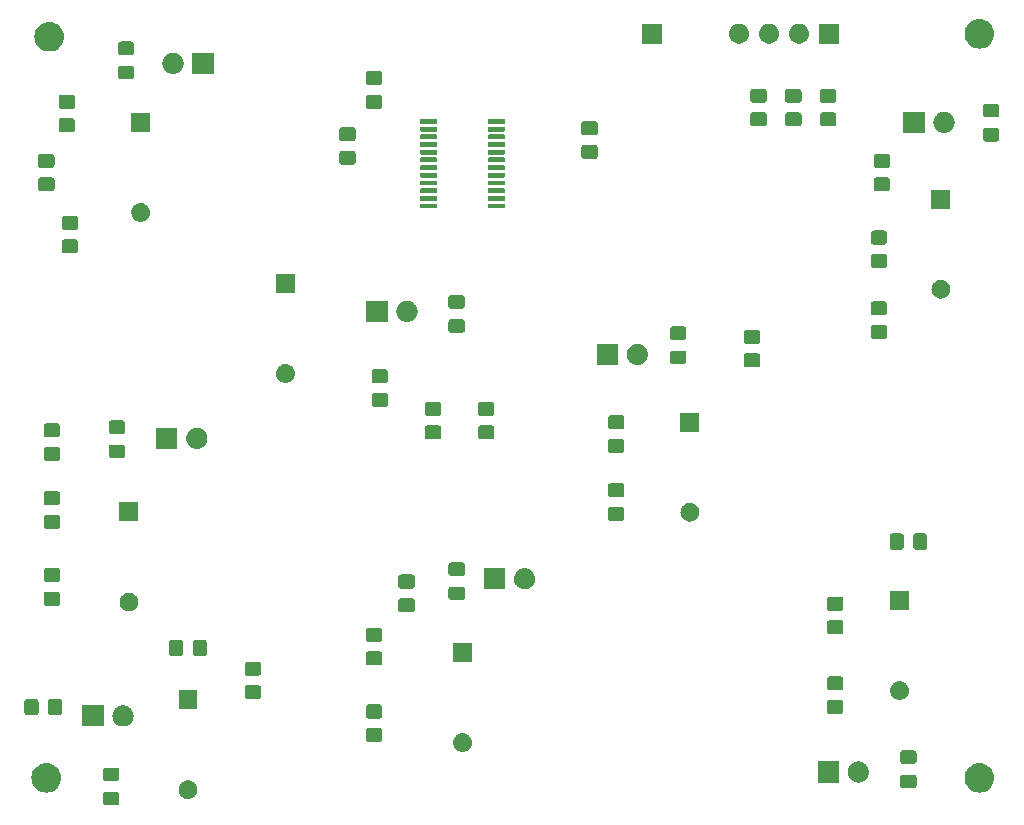
<source format=gts>
G04 #@! TF.GenerationSoftware,KiCad,Pcbnew,8.0.5*
G04 #@! TF.CreationDate,2024-11-10T14:51:54+09:00*
G04 #@! TF.ProjectId,house_controller_multiplex_breakout_board,686f7573-655f-4636-9f6e-74726f6c6c65,rev?*
G04 #@! TF.SameCoordinates,Original*
G04 #@! TF.FileFunction,Soldermask,Top*
G04 #@! TF.FilePolarity,Negative*
%FSLAX46Y46*%
G04 Gerber Fmt 4.6, Leading zero omitted, Abs format (unit mm)*
G04 Created by KiCad (PCBNEW 8.0.5) date 2024-11-10 14:51:54*
%MOMM*%
%LPD*%
G01*
G04 APERTURE LIST*
G04 APERTURE END LIST*
G36*
X70954850Y-125175964D02*
G01*
X71005040Y-125181787D01*
X71022189Y-125189359D01*
X71045671Y-125194030D01*
X71070810Y-125210827D01*
X71090696Y-125219608D01*
X71104277Y-125233189D01*
X71126777Y-125248223D01*
X71141810Y-125270722D01*
X71155391Y-125284303D01*
X71164170Y-125304186D01*
X71180970Y-125329329D01*
X71185641Y-125352812D01*
X71193212Y-125369959D01*
X71199033Y-125420139D01*
X71200000Y-125425000D01*
X71200000Y-126075000D01*
X71199032Y-126079863D01*
X71193212Y-126130040D01*
X71185641Y-126147185D01*
X71180970Y-126170671D01*
X71164169Y-126195815D01*
X71155391Y-126215696D01*
X71141812Y-126229274D01*
X71126777Y-126251777D01*
X71104274Y-126266812D01*
X71090696Y-126280391D01*
X71070815Y-126289169D01*
X71045671Y-126305970D01*
X71022185Y-126310641D01*
X71005040Y-126318212D01*
X70954861Y-126324032D01*
X70950000Y-126325000D01*
X70050000Y-126325000D01*
X70045138Y-126324032D01*
X69994959Y-126318212D01*
X69977812Y-126310641D01*
X69954329Y-126305970D01*
X69929186Y-126289170D01*
X69909303Y-126280391D01*
X69895722Y-126266810D01*
X69873223Y-126251777D01*
X69858189Y-126229277D01*
X69844608Y-126215696D01*
X69835827Y-126195810D01*
X69819030Y-126170671D01*
X69814359Y-126147189D01*
X69806787Y-126130040D01*
X69800964Y-126079849D01*
X69800000Y-126075000D01*
X69800000Y-125425000D01*
X69800964Y-125420150D01*
X69806787Y-125369959D01*
X69814359Y-125352808D01*
X69819030Y-125329329D01*
X69835826Y-125304191D01*
X69844608Y-125284303D01*
X69858191Y-125270719D01*
X69873223Y-125248223D01*
X69895719Y-125233191D01*
X69909303Y-125219608D01*
X69929191Y-125210826D01*
X69954329Y-125194030D01*
X69977808Y-125189359D01*
X69994959Y-125181787D01*
X70045151Y-125175964D01*
X70050000Y-125175000D01*
X70950000Y-125175000D01*
X70954850Y-125175964D01*
G37*
G36*
X77041811Y-124204711D02*
G01*
X77083588Y-124204711D01*
X77130718Y-124214728D01*
X77178017Y-124220058D01*
X77212408Y-124232092D01*
X77247110Y-124239468D01*
X77297117Y-124261733D01*
X77347107Y-124279225D01*
X77373128Y-124295575D01*
X77399835Y-124307466D01*
X77449633Y-124343646D01*
X77498792Y-124374535D01*
X77516444Y-124392187D01*
X77535084Y-124405730D01*
X77581165Y-124456908D01*
X77625465Y-124501208D01*
X77635654Y-124517424D01*
X77646946Y-124529965D01*
X77685573Y-124596870D01*
X77720775Y-124652893D01*
X77725170Y-124665453D01*
X77730535Y-124674746D01*
X77758010Y-124759305D01*
X77779942Y-124821983D01*
X77780773Y-124829363D01*
X77782195Y-124833738D01*
X77795076Y-124956306D01*
X77800000Y-125000000D01*
X77795076Y-125043697D01*
X77782195Y-125166261D01*
X77780773Y-125170635D01*
X77779942Y-125178017D01*
X77758005Y-125240707D01*
X77730535Y-125325253D01*
X77725171Y-125334543D01*
X77720775Y-125347107D01*
X77685566Y-125403140D01*
X77646946Y-125470034D01*
X77635656Y-125482572D01*
X77625465Y-125498792D01*
X77581155Y-125543101D01*
X77535084Y-125594269D01*
X77516448Y-125607808D01*
X77498792Y-125625465D01*
X77449623Y-125656359D01*
X77399835Y-125692533D01*
X77373134Y-125704421D01*
X77347107Y-125720775D01*
X77297107Y-125738270D01*
X77247110Y-125760531D01*
X77212414Y-125767905D01*
X77178017Y-125779942D01*
X77130715Y-125785271D01*
X77083588Y-125795289D01*
X77041811Y-125795289D01*
X77000000Y-125800000D01*
X76958189Y-125795289D01*
X76916412Y-125795289D01*
X76869284Y-125785271D01*
X76821983Y-125779942D01*
X76787586Y-125767906D01*
X76752889Y-125760531D01*
X76702887Y-125738268D01*
X76652893Y-125720775D01*
X76626868Y-125704422D01*
X76600164Y-125692533D01*
X76550369Y-125656355D01*
X76501208Y-125625465D01*
X76483554Y-125607811D01*
X76464915Y-125594269D01*
X76418833Y-125543090D01*
X76374535Y-125498792D01*
X76364345Y-125482575D01*
X76353053Y-125470034D01*
X76314420Y-125403120D01*
X76279225Y-125347107D01*
X76274830Y-125334547D01*
X76269464Y-125325253D01*
X76241980Y-125240667D01*
X76220058Y-125178017D01*
X76219226Y-125170639D01*
X76217804Y-125166261D01*
X76204908Y-125043565D01*
X76200000Y-125000000D01*
X76204908Y-124956438D01*
X76217804Y-124833738D01*
X76219226Y-124829358D01*
X76220058Y-124821983D01*
X76241975Y-124759345D01*
X76269464Y-124674746D01*
X76274831Y-124665449D01*
X76279225Y-124652893D01*
X76314413Y-124596890D01*
X76353053Y-124529965D01*
X76364347Y-124517421D01*
X76374535Y-124501208D01*
X76418826Y-124456916D01*
X76464917Y-124405728D01*
X76483559Y-124392183D01*
X76501208Y-124374535D01*
X76550354Y-124343654D01*
X76600162Y-124307467D01*
X76626873Y-124295574D01*
X76652893Y-124279225D01*
X76702877Y-124261734D01*
X76752889Y-124239468D01*
X76787592Y-124232091D01*
X76821983Y-124220058D01*
X76869281Y-124214728D01*
X76916412Y-124204711D01*
X76958189Y-124204711D01*
X77000000Y-124200000D01*
X77041811Y-124204711D01*
G37*
G36*
X65217060Y-122768990D02*
G01*
X65427525Y-122825384D01*
X65625000Y-122917468D01*
X65803485Y-123042444D01*
X65957556Y-123196515D01*
X66082532Y-123375000D01*
X66174616Y-123572475D01*
X66231010Y-123782940D01*
X66250000Y-124000000D01*
X66231010Y-124217060D01*
X66174616Y-124427525D01*
X66082532Y-124625000D01*
X65957556Y-124803485D01*
X65803485Y-124957556D01*
X65625000Y-125082532D01*
X65427525Y-125174616D01*
X65217060Y-125231010D01*
X65000000Y-125250000D01*
X64782940Y-125231010D01*
X64572475Y-125174616D01*
X64375000Y-125082532D01*
X64196515Y-124957556D01*
X64042444Y-124803485D01*
X63917468Y-124625000D01*
X63825384Y-124427525D01*
X63768990Y-124217060D01*
X63750000Y-124000000D01*
X63768990Y-123782940D01*
X63825384Y-123572475D01*
X63917468Y-123375000D01*
X64042444Y-123196515D01*
X64196515Y-123042444D01*
X64375000Y-122917468D01*
X64572475Y-122825384D01*
X64782940Y-122768990D01*
X65000000Y-122750000D01*
X65217060Y-122768990D01*
G37*
G36*
X144217060Y-122768990D02*
G01*
X144427525Y-122825384D01*
X144625000Y-122917468D01*
X144803485Y-123042444D01*
X144957556Y-123196515D01*
X145082532Y-123375000D01*
X145174616Y-123572475D01*
X145231010Y-123782940D01*
X145250000Y-124000000D01*
X145231010Y-124217060D01*
X145174616Y-124427525D01*
X145082532Y-124625000D01*
X144957556Y-124803485D01*
X144803485Y-124957556D01*
X144625000Y-125082532D01*
X144427525Y-125174616D01*
X144217060Y-125231010D01*
X144000000Y-125250000D01*
X143782940Y-125231010D01*
X143572475Y-125174616D01*
X143375000Y-125082532D01*
X143196515Y-124957556D01*
X143042444Y-124803485D01*
X142917468Y-124625000D01*
X142825384Y-124427525D01*
X142768990Y-124217060D01*
X142750000Y-124000000D01*
X142768990Y-123782940D01*
X142825384Y-123572475D01*
X142917468Y-123375000D01*
X143042444Y-123196515D01*
X143196515Y-123042444D01*
X143375000Y-122917468D01*
X143572475Y-122825384D01*
X143782940Y-122768990D01*
X144000000Y-122750000D01*
X144217060Y-122768990D01*
G37*
G36*
X138454850Y-123725964D02*
G01*
X138505040Y-123731787D01*
X138522189Y-123739359D01*
X138545671Y-123744030D01*
X138570810Y-123760827D01*
X138590696Y-123769608D01*
X138604277Y-123783189D01*
X138626777Y-123798223D01*
X138641810Y-123820722D01*
X138655391Y-123834303D01*
X138664170Y-123854186D01*
X138680970Y-123879329D01*
X138685641Y-123902812D01*
X138693212Y-123919959D01*
X138699033Y-123970139D01*
X138700000Y-123975000D01*
X138700000Y-124625000D01*
X138699032Y-124629863D01*
X138693212Y-124680040D01*
X138685641Y-124697185D01*
X138680970Y-124720671D01*
X138664169Y-124745815D01*
X138655391Y-124765696D01*
X138641812Y-124779274D01*
X138626777Y-124801777D01*
X138604274Y-124816812D01*
X138590696Y-124830391D01*
X138570815Y-124839169D01*
X138545671Y-124855970D01*
X138522185Y-124860641D01*
X138505040Y-124868212D01*
X138454861Y-124874032D01*
X138450000Y-124875000D01*
X137550000Y-124875000D01*
X137545138Y-124874032D01*
X137494959Y-124868212D01*
X137477812Y-124860641D01*
X137454329Y-124855970D01*
X137429186Y-124839170D01*
X137409303Y-124830391D01*
X137395722Y-124816810D01*
X137373223Y-124801777D01*
X137358189Y-124779277D01*
X137344608Y-124765696D01*
X137335827Y-124745810D01*
X137319030Y-124720671D01*
X137314359Y-124697189D01*
X137306787Y-124680040D01*
X137300964Y-124629849D01*
X137300000Y-124625000D01*
X137300000Y-123975000D01*
X137300964Y-123970150D01*
X137306787Y-123919959D01*
X137314359Y-123902808D01*
X137319030Y-123879329D01*
X137335826Y-123854191D01*
X137344608Y-123834303D01*
X137358191Y-123820719D01*
X137373223Y-123798223D01*
X137395719Y-123783191D01*
X137409303Y-123769608D01*
X137429191Y-123760826D01*
X137454329Y-123744030D01*
X137477808Y-123739359D01*
X137494959Y-123731787D01*
X137545151Y-123725964D01*
X137550000Y-123725000D01*
X138450000Y-123725000D01*
X138454850Y-123725964D01*
G37*
G36*
X132110000Y-124400000D02*
G01*
X130310000Y-124400000D01*
X130310000Y-122600000D01*
X132110000Y-122600000D01*
X132110000Y-124400000D01*
G37*
G36*
X133797113Y-122604930D02*
G01*
X133844076Y-122604930D01*
X133884622Y-122613548D01*
X133925526Y-122617577D01*
X133976916Y-122633166D01*
X134028115Y-122644049D01*
X134060879Y-122658636D01*
X134094304Y-122668776D01*
X134147420Y-122697166D01*
X134200000Y-122720577D01*
X134224445Y-122738337D01*
X134249849Y-122751916D01*
X134301669Y-122794444D01*
X134352218Y-122831170D01*
X134368631Y-122849398D01*
X134386190Y-122863809D01*
X134433379Y-122921308D01*
X134478115Y-122970993D01*
X134487512Y-122987269D01*
X134498083Y-123000150D01*
X134537183Y-123073302D01*
X134572191Y-123133937D01*
X134576218Y-123146331D01*
X134581223Y-123155695D01*
X134608821Y-123246672D01*
X134630333Y-123312879D01*
X134631090Y-123320082D01*
X134632422Y-123324473D01*
X134645377Y-123456021D01*
X134650000Y-123500000D01*
X134645377Y-123543982D01*
X134632422Y-123675526D01*
X134631090Y-123679916D01*
X134630333Y-123687121D01*
X134608816Y-123753341D01*
X134581223Y-123844304D01*
X134576219Y-123853665D01*
X134572191Y-123866063D01*
X134537176Y-123926709D01*
X134498083Y-123999849D01*
X134487514Y-124012726D01*
X134478115Y-124029007D01*
X134433369Y-124078701D01*
X134386190Y-124136190D01*
X134368634Y-124150597D01*
X134352218Y-124168830D01*
X134301659Y-124205563D01*
X134249849Y-124248083D01*
X134224450Y-124261658D01*
X134200000Y-124279423D01*
X134147408Y-124302838D01*
X134094304Y-124331223D01*
X134060886Y-124341360D01*
X134028115Y-124355951D01*
X133976905Y-124366836D01*
X133925526Y-124382422D01*
X133884631Y-124386449D01*
X133844076Y-124395070D01*
X133797103Y-124395070D01*
X133750000Y-124399709D01*
X133702897Y-124395070D01*
X133655924Y-124395070D01*
X133615368Y-124386449D01*
X133574473Y-124382422D01*
X133523091Y-124366835D01*
X133471885Y-124355951D01*
X133439115Y-124341361D01*
X133405695Y-124331223D01*
X133352585Y-124302835D01*
X133300000Y-124279423D01*
X133275552Y-124261660D01*
X133250150Y-124248083D01*
X133198332Y-124205556D01*
X133147782Y-124168830D01*
X133131368Y-124150600D01*
X133113809Y-124136190D01*
X133066618Y-124078688D01*
X133021885Y-124029007D01*
X133012487Y-124012730D01*
X133001916Y-123999849D01*
X132962810Y-123926686D01*
X132927809Y-123866063D01*
X132923782Y-123853670D01*
X132918776Y-123844304D01*
X132891168Y-123753294D01*
X132869667Y-123687121D01*
X132868910Y-123679921D01*
X132867577Y-123675526D01*
X132854606Y-123543831D01*
X132850000Y-123500000D01*
X132854606Y-123456172D01*
X132867577Y-123324473D01*
X132868910Y-123320077D01*
X132869667Y-123312879D01*
X132891163Y-123246719D01*
X132918776Y-123155695D01*
X132923783Y-123146327D01*
X132927809Y-123133937D01*
X132962802Y-123073326D01*
X133001916Y-123000150D01*
X133012489Y-122987265D01*
X133021885Y-122970993D01*
X133066609Y-122921321D01*
X133113809Y-122863809D01*
X133131371Y-122849395D01*
X133147782Y-122831170D01*
X133198321Y-122794450D01*
X133250150Y-122751916D01*
X133275557Y-122738335D01*
X133300000Y-122720577D01*
X133352573Y-122697169D01*
X133405695Y-122668776D01*
X133439122Y-122658635D01*
X133471885Y-122644049D01*
X133523080Y-122633166D01*
X133574473Y-122617577D01*
X133615377Y-122613548D01*
X133655924Y-122604930D01*
X133702887Y-122604930D01*
X133750000Y-122600290D01*
X133797113Y-122604930D01*
G37*
G36*
X70954850Y-123125964D02*
G01*
X71005040Y-123131787D01*
X71022189Y-123139359D01*
X71045671Y-123144030D01*
X71070810Y-123160827D01*
X71090696Y-123169608D01*
X71104277Y-123183189D01*
X71126777Y-123198223D01*
X71141810Y-123220722D01*
X71155391Y-123234303D01*
X71164170Y-123254186D01*
X71180970Y-123279329D01*
X71185641Y-123302812D01*
X71193212Y-123319959D01*
X71199033Y-123370139D01*
X71200000Y-123375000D01*
X71200000Y-124025000D01*
X71199032Y-124029863D01*
X71193212Y-124080040D01*
X71185641Y-124097185D01*
X71180970Y-124120671D01*
X71164169Y-124145815D01*
X71155391Y-124165696D01*
X71141812Y-124179274D01*
X71126777Y-124201777D01*
X71104274Y-124216812D01*
X71090696Y-124230391D01*
X71070815Y-124239169D01*
X71045671Y-124255970D01*
X71022185Y-124260641D01*
X71005040Y-124268212D01*
X70954861Y-124274032D01*
X70950000Y-124275000D01*
X70050000Y-124275000D01*
X70045138Y-124274032D01*
X69994959Y-124268212D01*
X69977812Y-124260641D01*
X69954329Y-124255970D01*
X69929186Y-124239170D01*
X69909303Y-124230391D01*
X69895722Y-124216810D01*
X69873223Y-124201777D01*
X69858189Y-124179277D01*
X69844608Y-124165696D01*
X69835827Y-124145810D01*
X69819030Y-124120671D01*
X69814359Y-124097189D01*
X69806787Y-124080040D01*
X69800964Y-124029849D01*
X69800000Y-124025000D01*
X69800000Y-123375000D01*
X69800964Y-123370150D01*
X69806787Y-123319959D01*
X69814359Y-123302808D01*
X69819030Y-123279329D01*
X69835826Y-123254191D01*
X69844608Y-123234303D01*
X69858191Y-123220719D01*
X69873223Y-123198223D01*
X69895719Y-123183191D01*
X69909303Y-123169608D01*
X69929191Y-123160826D01*
X69954329Y-123144030D01*
X69977808Y-123139359D01*
X69994959Y-123131787D01*
X70045151Y-123125964D01*
X70050000Y-123125000D01*
X70950000Y-123125000D01*
X70954850Y-123125964D01*
G37*
G36*
X138454850Y-121675964D02*
G01*
X138505040Y-121681787D01*
X138522189Y-121689359D01*
X138545671Y-121694030D01*
X138570810Y-121710827D01*
X138590696Y-121719608D01*
X138604277Y-121733189D01*
X138626777Y-121748223D01*
X138641810Y-121770722D01*
X138655391Y-121784303D01*
X138664170Y-121804186D01*
X138680970Y-121829329D01*
X138685641Y-121852812D01*
X138693212Y-121869959D01*
X138699033Y-121920139D01*
X138700000Y-121925000D01*
X138700000Y-122575000D01*
X138699032Y-122579863D01*
X138693212Y-122630040D01*
X138685641Y-122647185D01*
X138680970Y-122670671D01*
X138664169Y-122695815D01*
X138655391Y-122715696D01*
X138641812Y-122729274D01*
X138626777Y-122751777D01*
X138604274Y-122766812D01*
X138590696Y-122780391D01*
X138570815Y-122789169D01*
X138545671Y-122805970D01*
X138522185Y-122810641D01*
X138505040Y-122818212D01*
X138454861Y-122824032D01*
X138450000Y-122825000D01*
X137550000Y-122825000D01*
X137545138Y-122824032D01*
X137494959Y-122818212D01*
X137477812Y-122810641D01*
X137454329Y-122805970D01*
X137429186Y-122789170D01*
X137409303Y-122780391D01*
X137395722Y-122766810D01*
X137373223Y-122751777D01*
X137358189Y-122729277D01*
X137344608Y-122715696D01*
X137335827Y-122695810D01*
X137319030Y-122670671D01*
X137314359Y-122647189D01*
X137306787Y-122630040D01*
X137300964Y-122579849D01*
X137300000Y-122575000D01*
X137300000Y-121925000D01*
X137300964Y-121920150D01*
X137306787Y-121869959D01*
X137314359Y-121852808D01*
X137319030Y-121829329D01*
X137335826Y-121804191D01*
X137344608Y-121784303D01*
X137358191Y-121770719D01*
X137373223Y-121748223D01*
X137395719Y-121733191D01*
X137409303Y-121719608D01*
X137429191Y-121710826D01*
X137454329Y-121694030D01*
X137477808Y-121689359D01*
X137494959Y-121681787D01*
X137545151Y-121675964D01*
X137550000Y-121675000D01*
X138450000Y-121675000D01*
X138454850Y-121675964D01*
G37*
G36*
X100291811Y-120204711D02*
G01*
X100333588Y-120204711D01*
X100380718Y-120214728D01*
X100428017Y-120220058D01*
X100462408Y-120232092D01*
X100497110Y-120239468D01*
X100547117Y-120261733D01*
X100597107Y-120279225D01*
X100623128Y-120295575D01*
X100649835Y-120307466D01*
X100699633Y-120343646D01*
X100748792Y-120374535D01*
X100766444Y-120392187D01*
X100785084Y-120405730D01*
X100831165Y-120456908D01*
X100875465Y-120501208D01*
X100885654Y-120517424D01*
X100896946Y-120529965D01*
X100935573Y-120596870D01*
X100970775Y-120652893D01*
X100975170Y-120665453D01*
X100980535Y-120674746D01*
X101008010Y-120759305D01*
X101029942Y-120821983D01*
X101030773Y-120829363D01*
X101032195Y-120833738D01*
X101045076Y-120956306D01*
X101050000Y-121000000D01*
X101045076Y-121043697D01*
X101032195Y-121166261D01*
X101030773Y-121170635D01*
X101029942Y-121178017D01*
X101008005Y-121240707D01*
X100980535Y-121325253D01*
X100975171Y-121334543D01*
X100970775Y-121347107D01*
X100935566Y-121403140D01*
X100896946Y-121470034D01*
X100885656Y-121482572D01*
X100875465Y-121498792D01*
X100831155Y-121543101D01*
X100785084Y-121594269D01*
X100766448Y-121607808D01*
X100748792Y-121625465D01*
X100699623Y-121656359D01*
X100649835Y-121692533D01*
X100623134Y-121704421D01*
X100597107Y-121720775D01*
X100547107Y-121738270D01*
X100497110Y-121760531D01*
X100462414Y-121767905D01*
X100428017Y-121779942D01*
X100380715Y-121785271D01*
X100333588Y-121795289D01*
X100291811Y-121795289D01*
X100250000Y-121800000D01*
X100208189Y-121795289D01*
X100166412Y-121795289D01*
X100119284Y-121785271D01*
X100071983Y-121779942D01*
X100037586Y-121767906D01*
X100002889Y-121760531D01*
X99952887Y-121738268D01*
X99902893Y-121720775D01*
X99876868Y-121704422D01*
X99850164Y-121692533D01*
X99800369Y-121656355D01*
X99751208Y-121625465D01*
X99733554Y-121607811D01*
X99714915Y-121594269D01*
X99668833Y-121543090D01*
X99624535Y-121498792D01*
X99614345Y-121482575D01*
X99603053Y-121470034D01*
X99564420Y-121403120D01*
X99529225Y-121347107D01*
X99524830Y-121334547D01*
X99519464Y-121325253D01*
X99491980Y-121240667D01*
X99470058Y-121178017D01*
X99469226Y-121170639D01*
X99467804Y-121166261D01*
X99454908Y-121043565D01*
X99450000Y-121000000D01*
X99454908Y-120956438D01*
X99467804Y-120833738D01*
X99469226Y-120829358D01*
X99470058Y-120821983D01*
X99491975Y-120759345D01*
X99519464Y-120674746D01*
X99524831Y-120665449D01*
X99529225Y-120652893D01*
X99564413Y-120596890D01*
X99603053Y-120529965D01*
X99614347Y-120517421D01*
X99624535Y-120501208D01*
X99668826Y-120456916D01*
X99714917Y-120405728D01*
X99733559Y-120392183D01*
X99751208Y-120374535D01*
X99800354Y-120343654D01*
X99850162Y-120307467D01*
X99876873Y-120295574D01*
X99902893Y-120279225D01*
X99952877Y-120261734D01*
X100002889Y-120239468D01*
X100037592Y-120232091D01*
X100071983Y-120220058D01*
X100119281Y-120214728D01*
X100166412Y-120204711D01*
X100208189Y-120204711D01*
X100250000Y-120200000D01*
X100291811Y-120204711D01*
G37*
G36*
X93204850Y-119780964D02*
G01*
X93255040Y-119786787D01*
X93272189Y-119794359D01*
X93295671Y-119799030D01*
X93320810Y-119815827D01*
X93340696Y-119824608D01*
X93354277Y-119838189D01*
X93376777Y-119853223D01*
X93391810Y-119875722D01*
X93405391Y-119889303D01*
X93414170Y-119909186D01*
X93430970Y-119934329D01*
X93435641Y-119957812D01*
X93443212Y-119974959D01*
X93449033Y-120025139D01*
X93450000Y-120030000D01*
X93450000Y-120730000D01*
X93449032Y-120734863D01*
X93443212Y-120785040D01*
X93435641Y-120802185D01*
X93430970Y-120825671D01*
X93414169Y-120850815D01*
X93405391Y-120870696D01*
X93391812Y-120884274D01*
X93376777Y-120906777D01*
X93354274Y-120921812D01*
X93340696Y-120935391D01*
X93320815Y-120944169D01*
X93295671Y-120960970D01*
X93272185Y-120965641D01*
X93255040Y-120973212D01*
X93204861Y-120979032D01*
X93200000Y-120980000D01*
X92300000Y-120980000D01*
X92295138Y-120979032D01*
X92244959Y-120973212D01*
X92227812Y-120965641D01*
X92204329Y-120960970D01*
X92179186Y-120944170D01*
X92159303Y-120935391D01*
X92145722Y-120921810D01*
X92123223Y-120906777D01*
X92108189Y-120884277D01*
X92094608Y-120870696D01*
X92085827Y-120850810D01*
X92069030Y-120825671D01*
X92064359Y-120802189D01*
X92056787Y-120785040D01*
X92050964Y-120734849D01*
X92050000Y-120730000D01*
X92050000Y-120030000D01*
X92050964Y-120025150D01*
X92056787Y-119974959D01*
X92064359Y-119957808D01*
X92069030Y-119934329D01*
X92085826Y-119909191D01*
X92094608Y-119889303D01*
X92108191Y-119875719D01*
X92123223Y-119853223D01*
X92145719Y-119838191D01*
X92159303Y-119824608D01*
X92179191Y-119815826D01*
X92204329Y-119799030D01*
X92227808Y-119794359D01*
X92244959Y-119786787D01*
X92295151Y-119780964D01*
X92300000Y-119780000D01*
X93200000Y-119780000D01*
X93204850Y-119780964D01*
G37*
G36*
X69860000Y-119650000D02*
G01*
X68060000Y-119650000D01*
X68060000Y-117850000D01*
X69860000Y-117850000D01*
X69860000Y-119650000D01*
G37*
G36*
X71547113Y-117854930D02*
G01*
X71594076Y-117854930D01*
X71634622Y-117863548D01*
X71675526Y-117867577D01*
X71726916Y-117883166D01*
X71778115Y-117894049D01*
X71810879Y-117908636D01*
X71844304Y-117918776D01*
X71897420Y-117947166D01*
X71950000Y-117970577D01*
X71974445Y-117988337D01*
X71999849Y-118001916D01*
X72051669Y-118044444D01*
X72102218Y-118081170D01*
X72118631Y-118099398D01*
X72136190Y-118113809D01*
X72183379Y-118171308D01*
X72228115Y-118220993D01*
X72237512Y-118237269D01*
X72248083Y-118250150D01*
X72287183Y-118323302D01*
X72322191Y-118383937D01*
X72326218Y-118396331D01*
X72331223Y-118405695D01*
X72358821Y-118496672D01*
X72380333Y-118562879D01*
X72381090Y-118570082D01*
X72382422Y-118574473D01*
X72395377Y-118706021D01*
X72400000Y-118750000D01*
X72395377Y-118793982D01*
X72382422Y-118925526D01*
X72381090Y-118929916D01*
X72380333Y-118937121D01*
X72358816Y-119003341D01*
X72331223Y-119094304D01*
X72326219Y-119103665D01*
X72322191Y-119116063D01*
X72287176Y-119176709D01*
X72248083Y-119249849D01*
X72237514Y-119262726D01*
X72228115Y-119279007D01*
X72183369Y-119328701D01*
X72136190Y-119386190D01*
X72118634Y-119400597D01*
X72102218Y-119418830D01*
X72051659Y-119455563D01*
X71999849Y-119498083D01*
X71974450Y-119511658D01*
X71950000Y-119529423D01*
X71897408Y-119552838D01*
X71844304Y-119581223D01*
X71810886Y-119591360D01*
X71778115Y-119605951D01*
X71726905Y-119616836D01*
X71675526Y-119632422D01*
X71634631Y-119636449D01*
X71594076Y-119645070D01*
X71547103Y-119645070D01*
X71500000Y-119649709D01*
X71452897Y-119645070D01*
X71405924Y-119645070D01*
X71365368Y-119636449D01*
X71324473Y-119632422D01*
X71273091Y-119616835D01*
X71221885Y-119605951D01*
X71189115Y-119591361D01*
X71155695Y-119581223D01*
X71102585Y-119552835D01*
X71050000Y-119529423D01*
X71025552Y-119511660D01*
X71000150Y-119498083D01*
X70948332Y-119455556D01*
X70897782Y-119418830D01*
X70881368Y-119400600D01*
X70863809Y-119386190D01*
X70816618Y-119328688D01*
X70771885Y-119279007D01*
X70762487Y-119262730D01*
X70751916Y-119249849D01*
X70712810Y-119176686D01*
X70677809Y-119116063D01*
X70673782Y-119103670D01*
X70668776Y-119094304D01*
X70641168Y-119003294D01*
X70619667Y-118937121D01*
X70618910Y-118929921D01*
X70617577Y-118925526D01*
X70604606Y-118793831D01*
X70600000Y-118750000D01*
X70604606Y-118706172D01*
X70617577Y-118574473D01*
X70618910Y-118570077D01*
X70619667Y-118562879D01*
X70641163Y-118496719D01*
X70668776Y-118405695D01*
X70673783Y-118396327D01*
X70677809Y-118383937D01*
X70712802Y-118323326D01*
X70751916Y-118250150D01*
X70762489Y-118237265D01*
X70771885Y-118220993D01*
X70816609Y-118171321D01*
X70863809Y-118113809D01*
X70881371Y-118099395D01*
X70897782Y-118081170D01*
X70948321Y-118044450D01*
X71000150Y-118001916D01*
X71025557Y-117988335D01*
X71050000Y-117970577D01*
X71102573Y-117947169D01*
X71155695Y-117918776D01*
X71189122Y-117908635D01*
X71221885Y-117894049D01*
X71273080Y-117883166D01*
X71324473Y-117867577D01*
X71365377Y-117863548D01*
X71405924Y-117854930D01*
X71452887Y-117854930D01*
X71500000Y-117850290D01*
X71547113Y-117854930D01*
G37*
G36*
X93204850Y-117780964D02*
G01*
X93255040Y-117786787D01*
X93272189Y-117794359D01*
X93295671Y-117799030D01*
X93320810Y-117815827D01*
X93340696Y-117824608D01*
X93354277Y-117838189D01*
X93376777Y-117853223D01*
X93391810Y-117875722D01*
X93405391Y-117889303D01*
X93414170Y-117909186D01*
X93430970Y-117934329D01*
X93435641Y-117957812D01*
X93443212Y-117974959D01*
X93449033Y-118025139D01*
X93450000Y-118030000D01*
X93450000Y-118730000D01*
X93449032Y-118734863D01*
X93443212Y-118785040D01*
X93435641Y-118802185D01*
X93430970Y-118825671D01*
X93414169Y-118850815D01*
X93405391Y-118870696D01*
X93391812Y-118884274D01*
X93376777Y-118906777D01*
X93354274Y-118921812D01*
X93340696Y-118935391D01*
X93320815Y-118944169D01*
X93295671Y-118960970D01*
X93272185Y-118965641D01*
X93255040Y-118973212D01*
X93204861Y-118979032D01*
X93200000Y-118980000D01*
X92300000Y-118980000D01*
X92295138Y-118979032D01*
X92244959Y-118973212D01*
X92227812Y-118965641D01*
X92204329Y-118960970D01*
X92179186Y-118944170D01*
X92159303Y-118935391D01*
X92145722Y-118921810D01*
X92123223Y-118906777D01*
X92108189Y-118884277D01*
X92094608Y-118870696D01*
X92085827Y-118850810D01*
X92069030Y-118825671D01*
X92064359Y-118802189D01*
X92056787Y-118785040D01*
X92050964Y-118734849D01*
X92050000Y-118730000D01*
X92050000Y-118030000D01*
X92050964Y-118025150D01*
X92056787Y-117974959D01*
X92064359Y-117957808D01*
X92069030Y-117934329D01*
X92085826Y-117909191D01*
X92094608Y-117889303D01*
X92108191Y-117875719D01*
X92123223Y-117853223D01*
X92145719Y-117838191D01*
X92159303Y-117824608D01*
X92179191Y-117815826D01*
X92204329Y-117799030D01*
X92227808Y-117794359D01*
X92244959Y-117786787D01*
X92295151Y-117780964D01*
X92300000Y-117780000D01*
X93200000Y-117780000D01*
X93204850Y-117780964D01*
G37*
G36*
X64104850Y-117300964D02*
G01*
X64155040Y-117306787D01*
X64172189Y-117314359D01*
X64195671Y-117319030D01*
X64220810Y-117335827D01*
X64240696Y-117344608D01*
X64254277Y-117358189D01*
X64276777Y-117373223D01*
X64291810Y-117395722D01*
X64305391Y-117409303D01*
X64314170Y-117429186D01*
X64330970Y-117454329D01*
X64335641Y-117477812D01*
X64343212Y-117494959D01*
X64349033Y-117545139D01*
X64350000Y-117550000D01*
X64350000Y-118450000D01*
X64349032Y-118454863D01*
X64343212Y-118505040D01*
X64335641Y-118522185D01*
X64330970Y-118545671D01*
X64314169Y-118570815D01*
X64305391Y-118590696D01*
X64291812Y-118604274D01*
X64276777Y-118626777D01*
X64254274Y-118641812D01*
X64240696Y-118655391D01*
X64220815Y-118664169D01*
X64195671Y-118680970D01*
X64172185Y-118685641D01*
X64155040Y-118693212D01*
X64104861Y-118699032D01*
X64100000Y-118700000D01*
X63400000Y-118700000D01*
X63395138Y-118699032D01*
X63344959Y-118693212D01*
X63327812Y-118685641D01*
X63304329Y-118680970D01*
X63279186Y-118664170D01*
X63259303Y-118655391D01*
X63245722Y-118641810D01*
X63223223Y-118626777D01*
X63208189Y-118604277D01*
X63194608Y-118590696D01*
X63185827Y-118570810D01*
X63169030Y-118545671D01*
X63164359Y-118522189D01*
X63156787Y-118505040D01*
X63150964Y-118454849D01*
X63150000Y-118450000D01*
X63150000Y-117550000D01*
X63150964Y-117545150D01*
X63156787Y-117494959D01*
X63164359Y-117477808D01*
X63169030Y-117454329D01*
X63185826Y-117429191D01*
X63194608Y-117409303D01*
X63208191Y-117395719D01*
X63223223Y-117373223D01*
X63245719Y-117358191D01*
X63259303Y-117344608D01*
X63279191Y-117335826D01*
X63304329Y-117319030D01*
X63327808Y-117314359D01*
X63344959Y-117306787D01*
X63395151Y-117300964D01*
X63400000Y-117300000D01*
X64100000Y-117300000D01*
X64104850Y-117300964D01*
G37*
G36*
X66104850Y-117300964D02*
G01*
X66155040Y-117306787D01*
X66172189Y-117314359D01*
X66195671Y-117319030D01*
X66220810Y-117335827D01*
X66240696Y-117344608D01*
X66254277Y-117358189D01*
X66276777Y-117373223D01*
X66291810Y-117395722D01*
X66305391Y-117409303D01*
X66314170Y-117429186D01*
X66330970Y-117454329D01*
X66335641Y-117477812D01*
X66343212Y-117494959D01*
X66349033Y-117545139D01*
X66350000Y-117550000D01*
X66350000Y-118450000D01*
X66349032Y-118454863D01*
X66343212Y-118505040D01*
X66335641Y-118522185D01*
X66330970Y-118545671D01*
X66314169Y-118570815D01*
X66305391Y-118590696D01*
X66291812Y-118604274D01*
X66276777Y-118626777D01*
X66254274Y-118641812D01*
X66240696Y-118655391D01*
X66220815Y-118664169D01*
X66195671Y-118680970D01*
X66172185Y-118685641D01*
X66155040Y-118693212D01*
X66104861Y-118699032D01*
X66100000Y-118700000D01*
X65400000Y-118700000D01*
X65395138Y-118699032D01*
X65344959Y-118693212D01*
X65327812Y-118685641D01*
X65304329Y-118680970D01*
X65279186Y-118664170D01*
X65259303Y-118655391D01*
X65245722Y-118641810D01*
X65223223Y-118626777D01*
X65208189Y-118604277D01*
X65194608Y-118590696D01*
X65185827Y-118570810D01*
X65169030Y-118545671D01*
X65164359Y-118522189D01*
X65156787Y-118505040D01*
X65150964Y-118454849D01*
X65150000Y-118450000D01*
X65150000Y-117550000D01*
X65150964Y-117545150D01*
X65156787Y-117494959D01*
X65164359Y-117477808D01*
X65169030Y-117454329D01*
X65185826Y-117429191D01*
X65194608Y-117409303D01*
X65208191Y-117395719D01*
X65223223Y-117373223D01*
X65245719Y-117358191D01*
X65259303Y-117344608D01*
X65279191Y-117335826D01*
X65304329Y-117319030D01*
X65327808Y-117314359D01*
X65344959Y-117306787D01*
X65395151Y-117300964D01*
X65400000Y-117300000D01*
X66100000Y-117300000D01*
X66104850Y-117300964D01*
G37*
G36*
X132254850Y-117400964D02*
G01*
X132305040Y-117406787D01*
X132322189Y-117414359D01*
X132345671Y-117419030D01*
X132370810Y-117435827D01*
X132390696Y-117444608D01*
X132404277Y-117458189D01*
X132426777Y-117473223D01*
X132441810Y-117495722D01*
X132455391Y-117509303D01*
X132464170Y-117529186D01*
X132480970Y-117554329D01*
X132485641Y-117577812D01*
X132493212Y-117594959D01*
X132499033Y-117645139D01*
X132500000Y-117650000D01*
X132500000Y-118350000D01*
X132499032Y-118354863D01*
X132493212Y-118405040D01*
X132485641Y-118422185D01*
X132480970Y-118445671D01*
X132464169Y-118470815D01*
X132455391Y-118490696D01*
X132441812Y-118504274D01*
X132426777Y-118526777D01*
X132404274Y-118541812D01*
X132390696Y-118555391D01*
X132370815Y-118564169D01*
X132345671Y-118580970D01*
X132322185Y-118585641D01*
X132305040Y-118593212D01*
X132254861Y-118599032D01*
X132250000Y-118600000D01*
X131350000Y-118600000D01*
X131345138Y-118599032D01*
X131294959Y-118593212D01*
X131277812Y-118585641D01*
X131254329Y-118580970D01*
X131229186Y-118564170D01*
X131209303Y-118555391D01*
X131195722Y-118541810D01*
X131173223Y-118526777D01*
X131158189Y-118504277D01*
X131144608Y-118490696D01*
X131135827Y-118470810D01*
X131119030Y-118445671D01*
X131114359Y-118422189D01*
X131106787Y-118405040D01*
X131100964Y-118354849D01*
X131100000Y-118350000D01*
X131100000Y-117650000D01*
X131100964Y-117645150D01*
X131106787Y-117594959D01*
X131114359Y-117577808D01*
X131119030Y-117554329D01*
X131135826Y-117529191D01*
X131144608Y-117509303D01*
X131158191Y-117495719D01*
X131173223Y-117473223D01*
X131195719Y-117458191D01*
X131209303Y-117444608D01*
X131229191Y-117435826D01*
X131254329Y-117419030D01*
X131277808Y-117414359D01*
X131294959Y-117406787D01*
X131345151Y-117400964D01*
X131350000Y-117400000D01*
X132250000Y-117400000D01*
X132254850Y-117400964D01*
G37*
G36*
X77800000Y-118180000D02*
G01*
X76200000Y-118180000D01*
X76200000Y-116580000D01*
X77800000Y-116580000D01*
X77800000Y-118180000D01*
G37*
G36*
X137291811Y-115807211D02*
G01*
X137333588Y-115807211D01*
X137380718Y-115817228D01*
X137428017Y-115822558D01*
X137462408Y-115834592D01*
X137497110Y-115841968D01*
X137547117Y-115864233D01*
X137597107Y-115881725D01*
X137623128Y-115898075D01*
X137649835Y-115909966D01*
X137699633Y-115946146D01*
X137748792Y-115977035D01*
X137766444Y-115994687D01*
X137785084Y-116008230D01*
X137831165Y-116059408D01*
X137875465Y-116103708D01*
X137885654Y-116119924D01*
X137896946Y-116132465D01*
X137935573Y-116199370D01*
X137970775Y-116255393D01*
X137975170Y-116267953D01*
X137980535Y-116277246D01*
X138008010Y-116361805D01*
X138029942Y-116424483D01*
X138030773Y-116431863D01*
X138032195Y-116436238D01*
X138045076Y-116558806D01*
X138050000Y-116602500D01*
X138045076Y-116646197D01*
X138032195Y-116768761D01*
X138030773Y-116773135D01*
X138029942Y-116780517D01*
X138008005Y-116843207D01*
X137980535Y-116927753D01*
X137975171Y-116937043D01*
X137970775Y-116949607D01*
X137935566Y-117005640D01*
X137896946Y-117072534D01*
X137885656Y-117085072D01*
X137875465Y-117101292D01*
X137831155Y-117145601D01*
X137785084Y-117196769D01*
X137766448Y-117210308D01*
X137748792Y-117227965D01*
X137699623Y-117258859D01*
X137649835Y-117295033D01*
X137623134Y-117306921D01*
X137597107Y-117323275D01*
X137547107Y-117340770D01*
X137497110Y-117363031D01*
X137462414Y-117370405D01*
X137428017Y-117382442D01*
X137380715Y-117387771D01*
X137333588Y-117397789D01*
X137291811Y-117397789D01*
X137250000Y-117402500D01*
X137208189Y-117397789D01*
X137166412Y-117397789D01*
X137119284Y-117387771D01*
X137071983Y-117382442D01*
X137037586Y-117370406D01*
X137002889Y-117363031D01*
X136952887Y-117340768D01*
X136902893Y-117323275D01*
X136876868Y-117306922D01*
X136850164Y-117295033D01*
X136800369Y-117258855D01*
X136751208Y-117227965D01*
X136733554Y-117210311D01*
X136714915Y-117196769D01*
X136668833Y-117145590D01*
X136624535Y-117101292D01*
X136614345Y-117085075D01*
X136603053Y-117072534D01*
X136564420Y-117005620D01*
X136529225Y-116949607D01*
X136524830Y-116937047D01*
X136519464Y-116927753D01*
X136491980Y-116843167D01*
X136470058Y-116780517D01*
X136469226Y-116773139D01*
X136467804Y-116768761D01*
X136454908Y-116646065D01*
X136450000Y-116602500D01*
X136454908Y-116558938D01*
X136467804Y-116436238D01*
X136469226Y-116431858D01*
X136470058Y-116424483D01*
X136491975Y-116361845D01*
X136519464Y-116277246D01*
X136524831Y-116267949D01*
X136529225Y-116255393D01*
X136564413Y-116199390D01*
X136603053Y-116132465D01*
X136614347Y-116119921D01*
X136624535Y-116103708D01*
X136668826Y-116059416D01*
X136714917Y-116008228D01*
X136733559Y-115994683D01*
X136751208Y-115977035D01*
X136800354Y-115946154D01*
X136850162Y-115909967D01*
X136876873Y-115898074D01*
X136902893Y-115881725D01*
X136952877Y-115864234D01*
X137002889Y-115841968D01*
X137037592Y-115834591D01*
X137071983Y-115822558D01*
X137119281Y-115817228D01*
X137166412Y-115807211D01*
X137208189Y-115807211D01*
X137250000Y-115802500D01*
X137291811Y-115807211D01*
G37*
G36*
X82954850Y-116150964D02*
G01*
X83005040Y-116156787D01*
X83022189Y-116164359D01*
X83045671Y-116169030D01*
X83070810Y-116185827D01*
X83090696Y-116194608D01*
X83104277Y-116208189D01*
X83126777Y-116223223D01*
X83141810Y-116245722D01*
X83155391Y-116259303D01*
X83164170Y-116279186D01*
X83180970Y-116304329D01*
X83185641Y-116327812D01*
X83193212Y-116344959D01*
X83199033Y-116395139D01*
X83200000Y-116400000D01*
X83200000Y-117100000D01*
X83199032Y-117104863D01*
X83193212Y-117155040D01*
X83185641Y-117172185D01*
X83180970Y-117195671D01*
X83164169Y-117220815D01*
X83155391Y-117240696D01*
X83141812Y-117254274D01*
X83126777Y-117276777D01*
X83104274Y-117291812D01*
X83090696Y-117305391D01*
X83070815Y-117314169D01*
X83045671Y-117330970D01*
X83022185Y-117335641D01*
X83005040Y-117343212D01*
X82954861Y-117349032D01*
X82950000Y-117350000D01*
X82050000Y-117350000D01*
X82045138Y-117349032D01*
X81994959Y-117343212D01*
X81977812Y-117335641D01*
X81954329Y-117330970D01*
X81929186Y-117314170D01*
X81909303Y-117305391D01*
X81895722Y-117291810D01*
X81873223Y-117276777D01*
X81858189Y-117254277D01*
X81844608Y-117240696D01*
X81835827Y-117220810D01*
X81819030Y-117195671D01*
X81814359Y-117172189D01*
X81806787Y-117155040D01*
X81800964Y-117104849D01*
X81800000Y-117100000D01*
X81800000Y-116400000D01*
X81800964Y-116395150D01*
X81806787Y-116344959D01*
X81814359Y-116327808D01*
X81819030Y-116304329D01*
X81835826Y-116279191D01*
X81844608Y-116259303D01*
X81858191Y-116245719D01*
X81873223Y-116223223D01*
X81895719Y-116208191D01*
X81909303Y-116194608D01*
X81929191Y-116185826D01*
X81954329Y-116169030D01*
X81977808Y-116164359D01*
X81994959Y-116156787D01*
X82045151Y-116150964D01*
X82050000Y-116150000D01*
X82950000Y-116150000D01*
X82954850Y-116150964D01*
G37*
G36*
X132254850Y-115400964D02*
G01*
X132305040Y-115406787D01*
X132322189Y-115414359D01*
X132345671Y-115419030D01*
X132370810Y-115435827D01*
X132390696Y-115444608D01*
X132404277Y-115458189D01*
X132426777Y-115473223D01*
X132441810Y-115495722D01*
X132455391Y-115509303D01*
X132464170Y-115529186D01*
X132480970Y-115554329D01*
X132485641Y-115577812D01*
X132493212Y-115594959D01*
X132499033Y-115645139D01*
X132500000Y-115650000D01*
X132500000Y-116350000D01*
X132499032Y-116354863D01*
X132493212Y-116405040D01*
X132485641Y-116422185D01*
X132480970Y-116445671D01*
X132464169Y-116470815D01*
X132455391Y-116490696D01*
X132441812Y-116504274D01*
X132426777Y-116526777D01*
X132404274Y-116541812D01*
X132390696Y-116555391D01*
X132370815Y-116564169D01*
X132345671Y-116580970D01*
X132322185Y-116585641D01*
X132305040Y-116593212D01*
X132254861Y-116599032D01*
X132250000Y-116600000D01*
X131350000Y-116600000D01*
X131345138Y-116599032D01*
X131294959Y-116593212D01*
X131277812Y-116585641D01*
X131254329Y-116580970D01*
X131229186Y-116564170D01*
X131209303Y-116555391D01*
X131195722Y-116541810D01*
X131173223Y-116526777D01*
X131158189Y-116504277D01*
X131144608Y-116490696D01*
X131135827Y-116470810D01*
X131119030Y-116445671D01*
X131114359Y-116422189D01*
X131106787Y-116405040D01*
X131100964Y-116354849D01*
X131100000Y-116350000D01*
X131100000Y-115650000D01*
X131100964Y-115645150D01*
X131106787Y-115594959D01*
X131114359Y-115577808D01*
X131119030Y-115554329D01*
X131135826Y-115529191D01*
X131144608Y-115509303D01*
X131158191Y-115495719D01*
X131173223Y-115473223D01*
X131195719Y-115458191D01*
X131209303Y-115444608D01*
X131229191Y-115435826D01*
X131254329Y-115419030D01*
X131277808Y-115414359D01*
X131294959Y-115406787D01*
X131345151Y-115400964D01*
X131350000Y-115400000D01*
X132250000Y-115400000D01*
X132254850Y-115400964D01*
G37*
G36*
X82954850Y-114150964D02*
G01*
X83005040Y-114156787D01*
X83022189Y-114164359D01*
X83045671Y-114169030D01*
X83070810Y-114185827D01*
X83090696Y-114194608D01*
X83104277Y-114208189D01*
X83126777Y-114223223D01*
X83141810Y-114245722D01*
X83155391Y-114259303D01*
X83164170Y-114279186D01*
X83180970Y-114304329D01*
X83185641Y-114327812D01*
X83193212Y-114344959D01*
X83199033Y-114395139D01*
X83200000Y-114400000D01*
X83200000Y-115100000D01*
X83199032Y-115104863D01*
X83193212Y-115155040D01*
X83185641Y-115172185D01*
X83180970Y-115195671D01*
X83164169Y-115220815D01*
X83155391Y-115240696D01*
X83141812Y-115254274D01*
X83126777Y-115276777D01*
X83104274Y-115291812D01*
X83090696Y-115305391D01*
X83070815Y-115314169D01*
X83045671Y-115330970D01*
X83022185Y-115335641D01*
X83005040Y-115343212D01*
X82954861Y-115349032D01*
X82950000Y-115350000D01*
X82050000Y-115350000D01*
X82045138Y-115349032D01*
X81994959Y-115343212D01*
X81977812Y-115335641D01*
X81954329Y-115330970D01*
X81929186Y-115314170D01*
X81909303Y-115305391D01*
X81895722Y-115291810D01*
X81873223Y-115276777D01*
X81858189Y-115254277D01*
X81844608Y-115240696D01*
X81835827Y-115220810D01*
X81819030Y-115195671D01*
X81814359Y-115172189D01*
X81806787Y-115155040D01*
X81800964Y-115104849D01*
X81800000Y-115100000D01*
X81800000Y-114400000D01*
X81800964Y-114395150D01*
X81806787Y-114344959D01*
X81814359Y-114327808D01*
X81819030Y-114304329D01*
X81835826Y-114279191D01*
X81844608Y-114259303D01*
X81858191Y-114245719D01*
X81873223Y-114223223D01*
X81895719Y-114208191D01*
X81909303Y-114194608D01*
X81929191Y-114185826D01*
X81954329Y-114169030D01*
X81977808Y-114164359D01*
X81994959Y-114156787D01*
X82045151Y-114150964D01*
X82050000Y-114150000D01*
X82950000Y-114150000D01*
X82954850Y-114150964D01*
G37*
G36*
X93204850Y-113280964D02*
G01*
X93255040Y-113286787D01*
X93272189Y-113294359D01*
X93295671Y-113299030D01*
X93320810Y-113315827D01*
X93340696Y-113324608D01*
X93354277Y-113338189D01*
X93376777Y-113353223D01*
X93391810Y-113375722D01*
X93405391Y-113389303D01*
X93414170Y-113409186D01*
X93430970Y-113434329D01*
X93435641Y-113457812D01*
X93443212Y-113474959D01*
X93449033Y-113525139D01*
X93450000Y-113530000D01*
X93450000Y-114230000D01*
X93449032Y-114234863D01*
X93443212Y-114285040D01*
X93435641Y-114302185D01*
X93430970Y-114325671D01*
X93414169Y-114350815D01*
X93405391Y-114370696D01*
X93391812Y-114384274D01*
X93376777Y-114406777D01*
X93354274Y-114421812D01*
X93340696Y-114435391D01*
X93320815Y-114444169D01*
X93295671Y-114460970D01*
X93272185Y-114465641D01*
X93255040Y-114473212D01*
X93204861Y-114479032D01*
X93200000Y-114480000D01*
X92300000Y-114480000D01*
X92295138Y-114479032D01*
X92244959Y-114473212D01*
X92227812Y-114465641D01*
X92204329Y-114460970D01*
X92179186Y-114444170D01*
X92159303Y-114435391D01*
X92145722Y-114421810D01*
X92123223Y-114406777D01*
X92108189Y-114384277D01*
X92094608Y-114370696D01*
X92085827Y-114350810D01*
X92069030Y-114325671D01*
X92064359Y-114302189D01*
X92056787Y-114285040D01*
X92050964Y-114234849D01*
X92050000Y-114230000D01*
X92050000Y-113530000D01*
X92050964Y-113525150D01*
X92056787Y-113474959D01*
X92064359Y-113457808D01*
X92069030Y-113434329D01*
X92085826Y-113409191D01*
X92094608Y-113389303D01*
X92108191Y-113375719D01*
X92123223Y-113353223D01*
X92145719Y-113338191D01*
X92159303Y-113324608D01*
X92179191Y-113315826D01*
X92204329Y-113299030D01*
X92227808Y-113294359D01*
X92244959Y-113286787D01*
X92295151Y-113280964D01*
X92300000Y-113280000D01*
X93200000Y-113280000D01*
X93204850Y-113280964D01*
G37*
G36*
X101050000Y-114180000D02*
G01*
X99450000Y-114180000D01*
X99450000Y-112580000D01*
X101050000Y-112580000D01*
X101050000Y-114180000D01*
G37*
G36*
X76354850Y-112300964D02*
G01*
X76405040Y-112306787D01*
X76422189Y-112314359D01*
X76445671Y-112319030D01*
X76470810Y-112335827D01*
X76490696Y-112344608D01*
X76504277Y-112358189D01*
X76526777Y-112373223D01*
X76541810Y-112395722D01*
X76555391Y-112409303D01*
X76564170Y-112429186D01*
X76580970Y-112454329D01*
X76585641Y-112477812D01*
X76593212Y-112494959D01*
X76599033Y-112545139D01*
X76600000Y-112550000D01*
X76600000Y-113450000D01*
X76599032Y-113454863D01*
X76593212Y-113505040D01*
X76585641Y-113522185D01*
X76580970Y-113545671D01*
X76564169Y-113570815D01*
X76555391Y-113590696D01*
X76541812Y-113604274D01*
X76526777Y-113626777D01*
X76504274Y-113641812D01*
X76490696Y-113655391D01*
X76470815Y-113664169D01*
X76445671Y-113680970D01*
X76422185Y-113685641D01*
X76405040Y-113693212D01*
X76354861Y-113699032D01*
X76350000Y-113700000D01*
X75650000Y-113700000D01*
X75645138Y-113699032D01*
X75594959Y-113693212D01*
X75577812Y-113685641D01*
X75554329Y-113680970D01*
X75529186Y-113664170D01*
X75509303Y-113655391D01*
X75495722Y-113641810D01*
X75473223Y-113626777D01*
X75458189Y-113604277D01*
X75444608Y-113590696D01*
X75435827Y-113570810D01*
X75419030Y-113545671D01*
X75414359Y-113522189D01*
X75406787Y-113505040D01*
X75400964Y-113454849D01*
X75400000Y-113450000D01*
X75400000Y-112550000D01*
X75400964Y-112545150D01*
X75406787Y-112494959D01*
X75414359Y-112477808D01*
X75419030Y-112454329D01*
X75435826Y-112429191D01*
X75444608Y-112409303D01*
X75458191Y-112395719D01*
X75473223Y-112373223D01*
X75495719Y-112358191D01*
X75509303Y-112344608D01*
X75529191Y-112335826D01*
X75554329Y-112319030D01*
X75577808Y-112314359D01*
X75594959Y-112306787D01*
X75645151Y-112300964D01*
X75650000Y-112300000D01*
X76350000Y-112300000D01*
X76354850Y-112300964D01*
G37*
G36*
X78354850Y-112300964D02*
G01*
X78405040Y-112306787D01*
X78422189Y-112314359D01*
X78445671Y-112319030D01*
X78470810Y-112335827D01*
X78490696Y-112344608D01*
X78504277Y-112358189D01*
X78526777Y-112373223D01*
X78541810Y-112395722D01*
X78555391Y-112409303D01*
X78564170Y-112429186D01*
X78580970Y-112454329D01*
X78585641Y-112477812D01*
X78593212Y-112494959D01*
X78599033Y-112545139D01*
X78600000Y-112550000D01*
X78600000Y-113450000D01*
X78599032Y-113454863D01*
X78593212Y-113505040D01*
X78585641Y-113522185D01*
X78580970Y-113545671D01*
X78564169Y-113570815D01*
X78555391Y-113590696D01*
X78541812Y-113604274D01*
X78526777Y-113626777D01*
X78504274Y-113641812D01*
X78490696Y-113655391D01*
X78470815Y-113664169D01*
X78445671Y-113680970D01*
X78422185Y-113685641D01*
X78405040Y-113693212D01*
X78354861Y-113699032D01*
X78350000Y-113700000D01*
X77650000Y-113700000D01*
X77645138Y-113699032D01*
X77594959Y-113693212D01*
X77577812Y-113685641D01*
X77554329Y-113680970D01*
X77529186Y-113664170D01*
X77509303Y-113655391D01*
X77495722Y-113641810D01*
X77473223Y-113626777D01*
X77458189Y-113604277D01*
X77444608Y-113590696D01*
X77435827Y-113570810D01*
X77419030Y-113545671D01*
X77414359Y-113522189D01*
X77406787Y-113505040D01*
X77400964Y-113454849D01*
X77400000Y-113450000D01*
X77400000Y-112550000D01*
X77400964Y-112545150D01*
X77406787Y-112494959D01*
X77414359Y-112477808D01*
X77419030Y-112454329D01*
X77435826Y-112429191D01*
X77444608Y-112409303D01*
X77458191Y-112395719D01*
X77473223Y-112373223D01*
X77495719Y-112358191D01*
X77509303Y-112344608D01*
X77529191Y-112335826D01*
X77554329Y-112319030D01*
X77577808Y-112314359D01*
X77594959Y-112306787D01*
X77645151Y-112300964D01*
X77650000Y-112300000D01*
X78350000Y-112300000D01*
X78354850Y-112300964D01*
G37*
G36*
X93204850Y-111280964D02*
G01*
X93255040Y-111286787D01*
X93272189Y-111294359D01*
X93295671Y-111299030D01*
X93320810Y-111315827D01*
X93340696Y-111324608D01*
X93354277Y-111338189D01*
X93376777Y-111353223D01*
X93391810Y-111375722D01*
X93405391Y-111389303D01*
X93414170Y-111409186D01*
X93430970Y-111434329D01*
X93435641Y-111457812D01*
X93443212Y-111474959D01*
X93449033Y-111525139D01*
X93450000Y-111530000D01*
X93450000Y-112230000D01*
X93449032Y-112234863D01*
X93443212Y-112285040D01*
X93435641Y-112302185D01*
X93430970Y-112325671D01*
X93414169Y-112350815D01*
X93405391Y-112370696D01*
X93391812Y-112384274D01*
X93376777Y-112406777D01*
X93354274Y-112421812D01*
X93340696Y-112435391D01*
X93320815Y-112444169D01*
X93295671Y-112460970D01*
X93272185Y-112465641D01*
X93255040Y-112473212D01*
X93204861Y-112479032D01*
X93200000Y-112480000D01*
X92300000Y-112480000D01*
X92295138Y-112479032D01*
X92244959Y-112473212D01*
X92227812Y-112465641D01*
X92204329Y-112460970D01*
X92179186Y-112444170D01*
X92159303Y-112435391D01*
X92145722Y-112421810D01*
X92123223Y-112406777D01*
X92108189Y-112384277D01*
X92094608Y-112370696D01*
X92085827Y-112350810D01*
X92069030Y-112325671D01*
X92064359Y-112302189D01*
X92056787Y-112285040D01*
X92050964Y-112234849D01*
X92050000Y-112230000D01*
X92050000Y-111530000D01*
X92050964Y-111525150D01*
X92056787Y-111474959D01*
X92064359Y-111457808D01*
X92069030Y-111434329D01*
X92085826Y-111409191D01*
X92094608Y-111389303D01*
X92108191Y-111375719D01*
X92123223Y-111353223D01*
X92145719Y-111338191D01*
X92159303Y-111324608D01*
X92179191Y-111315826D01*
X92204329Y-111299030D01*
X92227808Y-111294359D01*
X92244959Y-111286787D01*
X92295151Y-111280964D01*
X92300000Y-111280000D01*
X93200000Y-111280000D01*
X93204850Y-111280964D01*
G37*
G36*
X132254850Y-110650964D02*
G01*
X132305040Y-110656787D01*
X132322189Y-110664359D01*
X132345671Y-110669030D01*
X132370810Y-110685827D01*
X132390696Y-110694608D01*
X132404277Y-110708189D01*
X132426777Y-110723223D01*
X132441810Y-110745722D01*
X132455391Y-110759303D01*
X132464170Y-110779186D01*
X132480970Y-110804329D01*
X132485641Y-110827812D01*
X132493212Y-110844959D01*
X132499033Y-110895139D01*
X132500000Y-110900000D01*
X132500000Y-111600000D01*
X132499032Y-111604863D01*
X132493212Y-111655040D01*
X132485641Y-111672185D01*
X132480970Y-111695671D01*
X132464169Y-111720815D01*
X132455391Y-111740696D01*
X132441812Y-111754274D01*
X132426777Y-111776777D01*
X132404274Y-111791812D01*
X132390696Y-111805391D01*
X132370815Y-111814169D01*
X132345671Y-111830970D01*
X132322185Y-111835641D01*
X132305040Y-111843212D01*
X132254861Y-111849032D01*
X132250000Y-111850000D01*
X131350000Y-111850000D01*
X131345138Y-111849032D01*
X131294959Y-111843212D01*
X131277812Y-111835641D01*
X131254329Y-111830970D01*
X131229186Y-111814170D01*
X131209303Y-111805391D01*
X131195722Y-111791810D01*
X131173223Y-111776777D01*
X131158189Y-111754277D01*
X131144608Y-111740696D01*
X131135827Y-111720810D01*
X131119030Y-111695671D01*
X131114359Y-111672189D01*
X131106787Y-111655040D01*
X131100964Y-111604849D01*
X131100000Y-111600000D01*
X131100000Y-110900000D01*
X131100964Y-110895150D01*
X131106787Y-110844959D01*
X131114359Y-110827808D01*
X131119030Y-110804329D01*
X131135826Y-110779191D01*
X131144608Y-110759303D01*
X131158191Y-110745719D01*
X131173223Y-110723223D01*
X131195719Y-110708191D01*
X131209303Y-110694608D01*
X131229191Y-110685826D01*
X131254329Y-110669030D01*
X131277808Y-110664359D01*
X131294959Y-110656787D01*
X131345151Y-110650964D01*
X131350000Y-110650000D01*
X132250000Y-110650000D01*
X132254850Y-110650964D01*
G37*
G36*
X95954850Y-108780964D02*
G01*
X96005040Y-108786787D01*
X96022189Y-108794359D01*
X96045671Y-108799030D01*
X96070810Y-108815827D01*
X96090696Y-108824608D01*
X96104277Y-108838189D01*
X96126777Y-108853223D01*
X96141810Y-108875722D01*
X96155391Y-108889303D01*
X96164170Y-108909186D01*
X96180970Y-108934329D01*
X96185641Y-108957812D01*
X96193212Y-108974959D01*
X96199033Y-109025139D01*
X96200000Y-109030000D01*
X96200000Y-109730000D01*
X96199032Y-109734863D01*
X96193212Y-109785040D01*
X96185641Y-109802185D01*
X96180970Y-109825671D01*
X96164169Y-109850815D01*
X96155391Y-109870696D01*
X96141812Y-109884274D01*
X96126777Y-109906777D01*
X96104274Y-109921812D01*
X96090696Y-109935391D01*
X96070815Y-109944169D01*
X96045671Y-109960970D01*
X96022185Y-109965641D01*
X96005040Y-109973212D01*
X95954861Y-109979032D01*
X95950000Y-109980000D01*
X95050000Y-109980000D01*
X95045138Y-109979032D01*
X94994959Y-109973212D01*
X94977812Y-109965641D01*
X94954329Y-109960970D01*
X94929186Y-109944170D01*
X94909303Y-109935391D01*
X94895722Y-109921810D01*
X94873223Y-109906777D01*
X94858189Y-109884277D01*
X94844608Y-109870696D01*
X94835827Y-109850810D01*
X94819030Y-109825671D01*
X94814359Y-109802189D01*
X94806787Y-109785040D01*
X94800964Y-109734849D01*
X94800000Y-109730000D01*
X94800000Y-109030000D01*
X94800964Y-109025150D01*
X94806787Y-108974959D01*
X94814359Y-108957808D01*
X94819030Y-108934329D01*
X94835826Y-108909191D01*
X94844608Y-108889303D01*
X94858191Y-108875719D01*
X94873223Y-108853223D01*
X94895719Y-108838191D01*
X94909303Y-108824608D01*
X94929191Y-108815826D01*
X94954329Y-108799030D01*
X94977808Y-108794359D01*
X94994959Y-108786787D01*
X95045151Y-108780964D01*
X95050000Y-108780000D01*
X95950000Y-108780000D01*
X95954850Y-108780964D01*
G37*
G36*
X72041811Y-108307211D02*
G01*
X72083588Y-108307211D01*
X72130718Y-108317228D01*
X72178017Y-108322558D01*
X72212408Y-108334592D01*
X72247110Y-108341968D01*
X72297117Y-108364233D01*
X72347107Y-108381725D01*
X72373128Y-108398075D01*
X72399835Y-108409966D01*
X72449633Y-108446146D01*
X72498792Y-108477035D01*
X72516444Y-108494687D01*
X72535084Y-108508230D01*
X72581165Y-108559408D01*
X72625465Y-108603708D01*
X72635654Y-108619924D01*
X72646946Y-108632465D01*
X72685573Y-108699370D01*
X72720775Y-108755393D01*
X72725170Y-108767953D01*
X72730535Y-108777246D01*
X72758010Y-108861805D01*
X72779942Y-108924483D01*
X72780773Y-108931863D01*
X72782195Y-108936238D01*
X72795076Y-109058806D01*
X72800000Y-109102500D01*
X72795076Y-109146197D01*
X72782195Y-109268761D01*
X72780773Y-109273135D01*
X72779942Y-109280517D01*
X72758005Y-109343207D01*
X72730535Y-109427753D01*
X72725171Y-109437043D01*
X72720775Y-109449607D01*
X72685566Y-109505640D01*
X72646946Y-109572534D01*
X72635656Y-109585072D01*
X72625465Y-109601292D01*
X72581155Y-109645601D01*
X72535084Y-109696769D01*
X72516448Y-109710308D01*
X72498792Y-109727965D01*
X72449623Y-109758859D01*
X72399835Y-109795033D01*
X72373134Y-109806921D01*
X72347107Y-109823275D01*
X72297107Y-109840770D01*
X72247110Y-109863031D01*
X72212414Y-109870405D01*
X72178017Y-109882442D01*
X72130715Y-109887771D01*
X72083588Y-109897789D01*
X72041811Y-109897789D01*
X72000000Y-109902500D01*
X71958189Y-109897789D01*
X71916412Y-109897789D01*
X71869284Y-109887771D01*
X71821983Y-109882442D01*
X71787586Y-109870406D01*
X71752889Y-109863031D01*
X71702887Y-109840768D01*
X71652893Y-109823275D01*
X71626868Y-109806922D01*
X71600164Y-109795033D01*
X71550369Y-109758855D01*
X71501208Y-109727965D01*
X71483554Y-109710311D01*
X71464915Y-109696769D01*
X71418833Y-109645590D01*
X71374535Y-109601292D01*
X71364345Y-109585075D01*
X71353053Y-109572534D01*
X71314420Y-109505620D01*
X71279225Y-109449607D01*
X71274830Y-109437047D01*
X71269464Y-109427753D01*
X71241980Y-109343167D01*
X71220058Y-109280517D01*
X71219226Y-109273139D01*
X71217804Y-109268761D01*
X71204908Y-109146065D01*
X71200000Y-109102500D01*
X71204908Y-109058938D01*
X71217804Y-108936238D01*
X71219226Y-108931858D01*
X71220058Y-108924483D01*
X71241975Y-108861845D01*
X71269464Y-108777246D01*
X71274831Y-108767949D01*
X71279225Y-108755393D01*
X71314413Y-108699390D01*
X71353053Y-108632465D01*
X71364347Y-108619921D01*
X71374535Y-108603708D01*
X71418826Y-108559416D01*
X71464917Y-108508228D01*
X71483559Y-108494683D01*
X71501208Y-108477035D01*
X71550354Y-108446154D01*
X71600162Y-108409967D01*
X71626873Y-108398074D01*
X71652893Y-108381725D01*
X71702877Y-108364234D01*
X71752889Y-108341968D01*
X71787592Y-108334591D01*
X71821983Y-108322558D01*
X71869281Y-108317228D01*
X71916412Y-108307211D01*
X71958189Y-108307211D01*
X72000000Y-108302500D01*
X72041811Y-108307211D01*
G37*
G36*
X132254850Y-108650964D02*
G01*
X132305040Y-108656787D01*
X132322189Y-108664359D01*
X132345671Y-108669030D01*
X132370810Y-108685827D01*
X132390696Y-108694608D01*
X132404277Y-108708189D01*
X132426777Y-108723223D01*
X132441810Y-108745722D01*
X132455391Y-108759303D01*
X132464170Y-108779186D01*
X132480970Y-108804329D01*
X132485641Y-108827812D01*
X132493212Y-108844959D01*
X132499033Y-108895139D01*
X132500000Y-108900000D01*
X132500000Y-109600000D01*
X132499032Y-109604863D01*
X132493212Y-109655040D01*
X132485641Y-109672185D01*
X132480970Y-109695671D01*
X132464169Y-109720815D01*
X132455391Y-109740696D01*
X132441812Y-109754274D01*
X132426777Y-109776777D01*
X132404274Y-109791812D01*
X132390696Y-109805391D01*
X132370815Y-109814169D01*
X132345671Y-109830970D01*
X132322185Y-109835641D01*
X132305040Y-109843212D01*
X132254861Y-109849032D01*
X132250000Y-109850000D01*
X131350000Y-109850000D01*
X131345138Y-109849032D01*
X131294959Y-109843212D01*
X131277812Y-109835641D01*
X131254329Y-109830970D01*
X131229186Y-109814170D01*
X131209303Y-109805391D01*
X131195722Y-109791810D01*
X131173223Y-109776777D01*
X131158189Y-109754277D01*
X131144608Y-109740696D01*
X131135827Y-109720810D01*
X131119030Y-109695671D01*
X131114359Y-109672189D01*
X131106787Y-109655040D01*
X131100964Y-109604849D01*
X131100000Y-109600000D01*
X131100000Y-108900000D01*
X131100964Y-108895150D01*
X131106787Y-108844959D01*
X131114359Y-108827808D01*
X131119030Y-108804329D01*
X131135826Y-108779191D01*
X131144608Y-108759303D01*
X131158191Y-108745719D01*
X131173223Y-108723223D01*
X131195719Y-108708191D01*
X131209303Y-108694608D01*
X131229191Y-108685826D01*
X131254329Y-108669030D01*
X131277808Y-108664359D01*
X131294959Y-108656787D01*
X131345151Y-108650964D01*
X131350000Y-108650000D01*
X132250000Y-108650000D01*
X132254850Y-108650964D01*
G37*
G36*
X138050000Y-109782500D02*
G01*
X136450000Y-109782500D01*
X136450000Y-108182500D01*
X138050000Y-108182500D01*
X138050000Y-109782500D01*
G37*
G36*
X65934850Y-108228464D02*
G01*
X65985040Y-108234287D01*
X66002189Y-108241859D01*
X66025671Y-108246530D01*
X66050810Y-108263327D01*
X66070696Y-108272108D01*
X66084277Y-108285689D01*
X66106777Y-108300723D01*
X66121810Y-108323222D01*
X66135391Y-108336803D01*
X66144170Y-108356686D01*
X66160970Y-108381829D01*
X66165641Y-108405312D01*
X66173212Y-108422459D01*
X66179033Y-108472639D01*
X66180000Y-108477500D01*
X66180000Y-109177500D01*
X66179032Y-109182363D01*
X66173212Y-109232540D01*
X66165641Y-109249685D01*
X66160970Y-109273171D01*
X66144169Y-109298315D01*
X66135391Y-109318196D01*
X66121812Y-109331774D01*
X66106777Y-109354277D01*
X66084274Y-109369312D01*
X66070696Y-109382891D01*
X66050815Y-109391669D01*
X66025671Y-109408470D01*
X66002185Y-109413141D01*
X65985040Y-109420712D01*
X65934861Y-109426532D01*
X65930000Y-109427500D01*
X65030000Y-109427500D01*
X65025138Y-109426532D01*
X64974959Y-109420712D01*
X64957812Y-109413141D01*
X64934329Y-109408470D01*
X64909186Y-109391670D01*
X64889303Y-109382891D01*
X64875722Y-109369310D01*
X64853223Y-109354277D01*
X64838189Y-109331777D01*
X64824608Y-109318196D01*
X64815827Y-109298310D01*
X64799030Y-109273171D01*
X64794359Y-109249689D01*
X64786787Y-109232540D01*
X64780964Y-109182349D01*
X64780000Y-109177500D01*
X64780000Y-108477500D01*
X64780964Y-108472650D01*
X64786787Y-108422459D01*
X64794359Y-108405308D01*
X64799030Y-108381829D01*
X64815826Y-108356691D01*
X64824608Y-108336803D01*
X64838191Y-108323219D01*
X64853223Y-108300723D01*
X64875719Y-108285691D01*
X64889303Y-108272108D01*
X64909191Y-108263326D01*
X64934329Y-108246530D01*
X64957808Y-108241859D01*
X64974959Y-108234287D01*
X65025151Y-108228464D01*
X65030000Y-108227500D01*
X65930000Y-108227500D01*
X65934850Y-108228464D01*
G37*
G36*
X100204850Y-107805964D02*
G01*
X100255040Y-107811787D01*
X100272189Y-107819359D01*
X100295671Y-107824030D01*
X100320810Y-107840827D01*
X100340696Y-107849608D01*
X100354277Y-107863189D01*
X100376777Y-107878223D01*
X100391810Y-107900722D01*
X100405391Y-107914303D01*
X100414170Y-107934186D01*
X100430970Y-107959329D01*
X100435641Y-107982812D01*
X100443212Y-107999959D01*
X100449033Y-108050139D01*
X100450000Y-108055000D01*
X100450000Y-108705000D01*
X100449032Y-108709863D01*
X100443212Y-108760040D01*
X100435641Y-108777185D01*
X100430970Y-108800671D01*
X100414169Y-108825815D01*
X100405391Y-108845696D01*
X100391812Y-108859274D01*
X100376777Y-108881777D01*
X100354274Y-108896812D01*
X100340696Y-108910391D01*
X100320815Y-108919169D01*
X100295671Y-108935970D01*
X100272185Y-108940641D01*
X100255040Y-108948212D01*
X100204861Y-108954032D01*
X100200000Y-108955000D01*
X99300000Y-108955000D01*
X99295138Y-108954032D01*
X99244959Y-108948212D01*
X99227812Y-108940641D01*
X99204329Y-108935970D01*
X99179186Y-108919170D01*
X99159303Y-108910391D01*
X99145722Y-108896810D01*
X99123223Y-108881777D01*
X99108189Y-108859277D01*
X99094608Y-108845696D01*
X99085827Y-108825810D01*
X99069030Y-108800671D01*
X99064359Y-108777189D01*
X99056787Y-108760040D01*
X99050964Y-108709849D01*
X99050000Y-108705000D01*
X99050000Y-108055000D01*
X99050964Y-108050150D01*
X99056787Y-107999959D01*
X99064359Y-107982808D01*
X99069030Y-107959329D01*
X99085826Y-107934191D01*
X99094608Y-107914303D01*
X99108191Y-107900719D01*
X99123223Y-107878223D01*
X99145719Y-107863191D01*
X99159303Y-107849608D01*
X99179191Y-107840826D01*
X99204329Y-107824030D01*
X99227808Y-107819359D01*
X99244959Y-107811787D01*
X99295151Y-107805964D01*
X99300000Y-107805000D01*
X100200000Y-107805000D01*
X100204850Y-107805964D01*
G37*
G36*
X103860000Y-108030000D02*
G01*
X102060000Y-108030000D01*
X102060000Y-106230000D01*
X103860000Y-106230000D01*
X103860000Y-108030000D01*
G37*
G36*
X105547113Y-106234930D02*
G01*
X105594076Y-106234930D01*
X105634622Y-106243548D01*
X105675526Y-106247577D01*
X105726916Y-106263166D01*
X105778115Y-106274049D01*
X105810879Y-106288636D01*
X105844304Y-106298776D01*
X105897420Y-106327166D01*
X105950000Y-106350577D01*
X105974445Y-106368337D01*
X105999849Y-106381916D01*
X106051669Y-106424444D01*
X106102218Y-106461170D01*
X106118631Y-106479398D01*
X106136190Y-106493809D01*
X106183379Y-106551308D01*
X106228115Y-106600993D01*
X106237512Y-106617269D01*
X106248083Y-106630150D01*
X106287183Y-106703302D01*
X106322191Y-106763937D01*
X106326218Y-106776331D01*
X106331223Y-106785695D01*
X106358821Y-106876672D01*
X106380333Y-106942879D01*
X106381090Y-106950082D01*
X106382422Y-106954473D01*
X106395377Y-107086021D01*
X106400000Y-107130000D01*
X106395377Y-107173982D01*
X106382422Y-107305526D01*
X106381090Y-107309916D01*
X106380333Y-107317121D01*
X106358816Y-107383341D01*
X106331223Y-107474304D01*
X106326219Y-107483665D01*
X106322191Y-107496063D01*
X106287176Y-107556709D01*
X106248083Y-107629849D01*
X106237514Y-107642726D01*
X106228115Y-107659007D01*
X106183369Y-107708701D01*
X106136190Y-107766190D01*
X106118634Y-107780597D01*
X106102218Y-107798830D01*
X106051659Y-107835563D01*
X105999849Y-107878083D01*
X105974450Y-107891658D01*
X105950000Y-107909423D01*
X105897408Y-107932838D01*
X105844304Y-107961223D01*
X105810886Y-107971360D01*
X105778115Y-107985951D01*
X105726905Y-107996836D01*
X105675526Y-108012422D01*
X105634631Y-108016449D01*
X105594076Y-108025070D01*
X105547103Y-108025070D01*
X105500000Y-108029709D01*
X105452897Y-108025070D01*
X105405924Y-108025070D01*
X105365368Y-108016449D01*
X105324473Y-108012422D01*
X105273091Y-107996835D01*
X105221885Y-107985951D01*
X105189115Y-107971361D01*
X105155695Y-107961223D01*
X105102585Y-107932835D01*
X105050000Y-107909423D01*
X105025552Y-107891660D01*
X105000150Y-107878083D01*
X104948332Y-107835556D01*
X104897782Y-107798830D01*
X104881368Y-107780600D01*
X104863809Y-107766190D01*
X104816618Y-107708688D01*
X104771885Y-107659007D01*
X104762487Y-107642730D01*
X104751916Y-107629849D01*
X104712810Y-107556686D01*
X104677809Y-107496063D01*
X104673782Y-107483670D01*
X104668776Y-107474304D01*
X104641168Y-107383294D01*
X104619667Y-107317121D01*
X104618910Y-107309921D01*
X104617577Y-107305526D01*
X104604606Y-107173831D01*
X104600000Y-107130000D01*
X104604606Y-107086172D01*
X104617577Y-106954473D01*
X104618910Y-106950077D01*
X104619667Y-106942879D01*
X104641163Y-106876719D01*
X104668776Y-106785695D01*
X104673783Y-106776327D01*
X104677809Y-106763937D01*
X104712802Y-106703326D01*
X104751916Y-106630150D01*
X104762489Y-106617265D01*
X104771885Y-106600993D01*
X104816609Y-106551321D01*
X104863809Y-106493809D01*
X104881371Y-106479395D01*
X104897782Y-106461170D01*
X104948321Y-106424450D01*
X105000150Y-106381916D01*
X105025557Y-106368335D01*
X105050000Y-106350577D01*
X105102573Y-106327169D01*
X105155695Y-106298776D01*
X105189122Y-106288635D01*
X105221885Y-106274049D01*
X105273080Y-106263166D01*
X105324473Y-106247577D01*
X105365377Y-106243548D01*
X105405924Y-106234930D01*
X105452887Y-106234930D01*
X105500000Y-106230290D01*
X105547113Y-106234930D01*
G37*
G36*
X95954850Y-106780964D02*
G01*
X96005040Y-106786787D01*
X96022189Y-106794359D01*
X96045671Y-106799030D01*
X96070810Y-106815827D01*
X96090696Y-106824608D01*
X96104277Y-106838189D01*
X96126777Y-106853223D01*
X96141810Y-106875722D01*
X96155391Y-106889303D01*
X96164170Y-106909186D01*
X96180970Y-106934329D01*
X96185641Y-106957812D01*
X96193212Y-106974959D01*
X96199033Y-107025139D01*
X96200000Y-107030000D01*
X96200000Y-107730000D01*
X96199032Y-107734863D01*
X96193212Y-107785040D01*
X96185641Y-107802185D01*
X96180970Y-107825671D01*
X96164169Y-107850815D01*
X96155391Y-107870696D01*
X96141812Y-107884274D01*
X96126777Y-107906777D01*
X96104274Y-107921812D01*
X96090696Y-107935391D01*
X96070815Y-107944169D01*
X96045671Y-107960970D01*
X96022185Y-107965641D01*
X96005040Y-107973212D01*
X95954861Y-107979032D01*
X95950000Y-107980000D01*
X95050000Y-107980000D01*
X95045138Y-107979032D01*
X94994959Y-107973212D01*
X94977812Y-107965641D01*
X94954329Y-107960970D01*
X94929186Y-107944170D01*
X94909303Y-107935391D01*
X94895722Y-107921810D01*
X94873223Y-107906777D01*
X94858189Y-107884277D01*
X94844608Y-107870696D01*
X94835827Y-107850810D01*
X94819030Y-107825671D01*
X94814359Y-107802189D01*
X94806787Y-107785040D01*
X94800964Y-107734849D01*
X94800000Y-107730000D01*
X94800000Y-107030000D01*
X94800964Y-107025150D01*
X94806787Y-106974959D01*
X94814359Y-106957808D01*
X94819030Y-106934329D01*
X94835826Y-106909191D01*
X94844608Y-106889303D01*
X94858191Y-106875719D01*
X94873223Y-106853223D01*
X94895719Y-106838191D01*
X94909303Y-106824608D01*
X94929191Y-106815826D01*
X94954329Y-106799030D01*
X94977808Y-106794359D01*
X94994959Y-106786787D01*
X95045151Y-106780964D01*
X95050000Y-106780000D01*
X95950000Y-106780000D01*
X95954850Y-106780964D01*
G37*
G36*
X65934850Y-106228464D02*
G01*
X65985040Y-106234287D01*
X66002189Y-106241859D01*
X66025671Y-106246530D01*
X66050810Y-106263327D01*
X66070696Y-106272108D01*
X66084277Y-106285689D01*
X66106777Y-106300723D01*
X66121810Y-106323222D01*
X66135391Y-106336803D01*
X66144170Y-106356686D01*
X66160970Y-106381829D01*
X66165641Y-106405312D01*
X66173212Y-106422459D01*
X66179033Y-106472639D01*
X66180000Y-106477500D01*
X66180000Y-107177500D01*
X66179032Y-107182363D01*
X66173212Y-107232540D01*
X66165641Y-107249685D01*
X66160970Y-107273171D01*
X66144169Y-107298315D01*
X66135391Y-107318196D01*
X66121812Y-107331774D01*
X66106777Y-107354277D01*
X66084274Y-107369312D01*
X66070696Y-107382891D01*
X66050815Y-107391669D01*
X66025671Y-107408470D01*
X66002185Y-107413141D01*
X65985040Y-107420712D01*
X65934861Y-107426532D01*
X65930000Y-107427500D01*
X65030000Y-107427500D01*
X65025138Y-107426532D01*
X64974959Y-107420712D01*
X64957812Y-107413141D01*
X64934329Y-107408470D01*
X64909186Y-107391670D01*
X64889303Y-107382891D01*
X64875722Y-107369310D01*
X64853223Y-107354277D01*
X64838189Y-107331777D01*
X64824608Y-107318196D01*
X64815827Y-107298310D01*
X64799030Y-107273171D01*
X64794359Y-107249689D01*
X64786787Y-107232540D01*
X64780964Y-107182349D01*
X64780000Y-107177500D01*
X64780000Y-106477500D01*
X64780964Y-106472650D01*
X64786787Y-106422459D01*
X64794359Y-106405308D01*
X64799030Y-106381829D01*
X64815826Y-106356691D01*
X64824608Y-106336803D01*
X64838191Y-106323219D01*
X64853223Y-106300723D01*
X64875719Y-106285691D01*
X64889303Y-106272108D01*
X64909191Y-106263326D01*
X64934329Y-106246530D01*
X64957808Y-106241859D01*
X64974959Y-106234287D01*
X65025151Y-106228464D01*
X65030000Y-106227500D01*
X65930000Y-106227500D01*
X65934850Y-106228464D01*
G37*
G36*
X100204850Y-105755964D02*
G01*
X100255040Y-105761787D01*
X100272189Y-105769359D01*
X100295671Y-105774030D01*
X100320810Y-105790827D01*
X100340696Y-105799608D01*
X100354277Y-105813189D01*
X100376777Y-105828223D01*
X100391810Y-105850722D01*
X100405391Y-105864303D01*
X100414170Y-105884186D01*
X100430970Y-105909329D01*
X100435641Y-105932812D01*
X100443212Y-105949959D01*
X100449033Y-106000139D01*
X100450000Y-106005000D01*
X100450000Y-106655000D01*
X100449032Y-106659863D01*
X100443212Y-106710040D01*
X100435641Y-106727185D01*
X100430970Y-106750671D01*
X100414169Y-106775815D01*
X100405391Y-106795696D01*
X100391812Y-106809274D01*
X100376777Y-106831777D01*
X100354274Y-106846812D01*
X100340696Y-106860391D01*
X100320815Y-106869169D01*
X100295671Y-106885970D01*
X100272185Y-106890641D01*
X100255040Y-106898212D01*
X100204861Y-106904032D01*
X100200000Y-106905000D01*
X99300000Y-106905000D01*
X99295138Y-106904032D01*
X99244959Y-106898212D01*
X99227812Y-106890641D01*
X99204329Y-106885970D01*
X99179186Y-106869170D01*
X99159303Y-106860391D01*
X99145722Y-106846810D01*
X99123223Y-106831777D01*
X99108189Y-106809277D01*
X99094608Y-106795696D01*
X99085827Y-106775810D01*
X99069030Y-106750671D01*
X99064359Y-106727189D01*
X99056787Y-106710040D01*
X99050964Y-106659849D01*
X99050000Y-106655000D01*
X99050000Y-106005000D01*
X99050964Y-106000150D01*
X99056787Y-105949959D01*
X99064359Y-105932808D01*
X99069030Y-105909329D01*
X99085826Y-105884191D01*
X99094608Y-105864303D01*
X99108191Y-105850719D01*
X99123223Y-105828223D01*
X99145719Y-105813191D01*
X99159303Y-105799608D01*
X99179191Y-105790826D01*
X99204329Y-105774030D01*
X99227808Y-105769359D01*
X99244959Y-105761787D01*
X99295151Y-105755964D01*
X99300000Y-105755000D01*
X100200000Y-105755000D01*
X100204850Y-105755964D01*
G37*
G36*
X137354850Y-103300964D02*
G01*
X137405040Y-103306787D01*
X137422189Y-103314359D01*
X137445671Y-103319030D01*
X137470810Y-103335827D01*
X137490696Y-103344608D01*
X137504277Y-103358189D01*
X137526777Y-103373223D01*
X137541810Y-103395722D01*
X137555391Y-103409303D01*
X137564170Y-103429186D01*
X137580970Y-103454329D01*
X137585641Y-103477812D01*
X137593212Y-103494959D01*
X137599033Y-103545139D01*
X137600000Y-103550000D01*
X137600000Y-104450000D01*
X137599032Y-104454863D01*
X137593212Y-104505040D01*
X137585641Y-104522185D01*
X137580970Y-104545671D01*
X137564169Y-104570815D01*
X137555391Y-104590696D01*
X137541812Y-104604274D01*
X137526777Y-104626777D01*
X137504274Y-104641812D01*
X137490696Y-104655391D01*
X137470815Y-104664169D01*
X137445671Y-104680970D01*
X137422185Y-104685641D01*
X137405040Y-104693212D01*
X137354861Y-104699032D01*
X137350000Y-104700000D01*
X136650000Y-104700000D01*
X136645138Y-104699032D01*
X136594959Y-104693212D01*
X136577812Y-104685641D01*
X136554329Y-104680970D01*
X136529186Y-104664170D01*
X136509303Y-104655391D01*
X136495722Y-104641810D01*
X136473223Y-104626777D01*
X136458189Y-104604277D01*
X136444608Y-104590696D01*
X136435827Y-104570810D01*
X136419030Y-104545671D01*
X136414359Y-104522189D01*
X136406787Y-104505040D01*
X136400964Y-104454849D01*
X136400000Y-104450000D01*
X136400000Y-103550000D01*
X136400964Y-103545150D01*
X136406787Y-103494959D01*
X136414359Y-103477808D01*
X136419030Y-103454329D01*
X136435826Y-103429191D01*
X136444608Y-103409303D01*
X136458191Y-103395719D01*
X136473223Y-103373223D01*
X136495719Y-103358191D01*
X136509303Y-103344608D01*
X136529191Y-103335826D01*
X136554329Y-103319030D01*
X136577808Y-103314359D01*
X136594959Y-103306787D01*
X136645151Y-103300964D01*
X136650000Y-103300000D01*
X137350000Y-103300000D01*
X137354850Y-103300964D01*
G37*
G36*
X139354850Y-103300964D02*
G01*
X139405040Y-103306787D01*
X139422189Y-103314359D01*
X139445671Y-103319030D01*
X139470810Y-103335827D01*
X139490696Y-103344608D01*
X139504277Y-103358189D01*
X139526777Y-103373223D01*
X139541810Y-103395722D01*
X139555391Y-103409303D01*
X139564170Y-103429186D01*
X139580970Y-103454329D01*
X139585641Y-103477812D01*
X139593212Y-103494959D01*
X139599033Y-103545139D01*
X139600000Y-103550000D01*
X139600000Y-104450000D01*
X139599032Y-104454863D01*
X139593212Y-104505040D01*
X139585641Y-104522185D01*
X139580970Y-104545671D01*
X139564169Y-104570815D01*
X139555391Y-104590696D01*
X139541812Y-104604274D01*
X139526777Y-104626777D01*
X139504274Y-104641812D01*
X139490696Y-104655391D01*
X139470815Y-104664169D01*
X139445671Y-104680970D01*
X139422185Y-104685641D01*
X139405040Y-104693212D01*
X139354861Y-104699032D01*
X139350000Y-104700000D01*
X138650000Y-104700000D01*
X138645138Y-104699032D01*
X138594959Y-104693212D01*
X138577812Y-104685641D01*
X138554329Y-104680970D01*
X138529186Y-104664170D01*
X138509303Y-104655391D01*
X138495722Y-104641810D01*
X138473223Y-104626777D01*
X138458189Y-104604277D01*
X138444608Y-104590696D01*
X138435827Y-104570810D01*
X138419030Y-104545671D01*
X138414359Y-104522189D01*
X138406787Y-104505040D01*
X138400964Y-104454849D01*
X138400000Y-104450000D01*
X138400000Y-103550000D01*
X138400964Y-103545150D01*
X138406787Y-103494959D01*
X138414359Y-103477808D01*
X138419030Y-103454329D01*
X138435826Y-103429191D01*
X138444608Y-103409303D01*
X138458191Y-103395719D01*
X138473223Y-103373223D01*
X138495719Y-103358191D01*
X138509303Y-103344608D01*
X138529191Y-103335826D01*
X138554329Y-103319030D01*
X138577808Y-103314359D01*
X138594959Y-103306787D01*
X138645151Y-103300964D01*
X138650000Y-103300000D01*
X139350000Y-103300000D01*
X139354850Y-103300964D01*
G37*
G36*
X65934850Y-101728464D02*
G01*
X65985040Y-101734287D01*
X66002189Y-101741859D01*
X66025671Y-101746530D01*
X66050810Y-101763327D01*
X66070696Y-101772108D01*
X66084277Y-101785689D01*
X66106777Y-101800723D01*
X66121810Y-101823222D01*
X66135391Y-101836803D01*
X66144170Y-101856686D01*
X66160970Y-101881829D01*
X66165641Y-101905312D01*
X66173212Y-101922459D01*
X66179033Y-101972639D01*
X66180000Y-101977500D01*
X66180000Y-102677500D01*
X66179032Y-102682363D01*
X66173212Y-102732540D01*
X66165641Y-102749685D01*
X66160970Y-102773171D01*
X66144169Y-102798315D01*
X66135391Y-102818196D01*
X66121812Y-102831774D01*
X66106777Y-102854277D01*
X66084274Y-102869312D01*
X66070696Y-102882891D01*
X66050815Y-102891669D01*
X66025671Y-102908470D01*
X66002185Y-102913141D01*
X65985040Y-102920712D01*
X65934861Y-102926532D01*
X65930000Y-102927500D01*
X65030000Y-102927500D01*
X65025138Y-102926532D01*
X64974959Y-102920712D01*
X64957812Y-102913141D01*
X64934329Y-102908470D01*
X64909186Y-102891670D01*
X64889303Y-102882891D01*
X64875722Y-102869310D01*
X64853223Y-102854277D01*
X64838189Y-102831777D01*
X64824608Y-102818196D01*
X64815827Y-102798310D01*
X64799030Y-102773171D01*
X64794359Y-102749689D01*
X64786787Y-102732540D01*
X64780964Y-102682349D01*
X64780000Y-102677500D01*
X64780000Y-101977500D01*
X64780964Y-101972650D01*
X64786787Y-101922459D01*
X64794359Y-101905308D01*
X64799030Y-101881829D01*
X64815826Y-101856691D01*
X64824608Y-101836803D01*
X64838191Y-101823219D01*
X64853223Y-101800723D01*
X64875719Y-101785691D01*
X64889303Y-101772108D01*
X64909191Y-101763326D01*
X64934329Y-101746530D01*
X64957808Y-101741859D01*
X64974959Y-101734287D01*
X65025151Y-101728464D01*
X65030000Y-101727500D01*
X65930000Y-101727500D01*
X65934850Y-101728464D01*
G37*
G36*
X119541811Y-100704711D02*
G01*
X119583588Y-100704711D01*
X119630718Y-100714728D01*
X119678017Y-100720058D01*
X119712408Y-100732092D01*
X119747110Y-100739468D01*
X119797117Y-100761733D01*
X119847107Y-100779225D01*
X119873128Y-100795575D01*
X119899835Y-100807466D01*
X119949633Y-100843646D01*
X119998792Y-100874535D01*
X120016444Y-100892187D01*
X120035084Y-100905730D01*
X120081165Y-100956908D01*
X120125465Y-101001208D01*
X120135654Y-101017424D01*
X120146946Y-101029965D01*
X120185573Y-101096870D01*
X120220775Y-101152893D01*
X120225170Y-101165453D01*
X120230535Y-101174746D01*
X120258010Y-101259305D01*
X120279942Y-101321983D01*
X120280773Y-101329363D01*
X120282195Y-101333738D01*
X120295076Y-101456306D01*
X120300000Y-101500000D01*
X120295076Y-101543697D01*
X120282195Y-101666261D01*
X120280773Y-101670635D01*
X120279942Y-101678017D01*
X120258005Y-101740707D01*
X120230535Y-101825253D01*
X120225171Y-101834543D01*
X120220775Y-101847107D01*
X120185566Y-101903140D01*
X120146946Y-101970034D01*
X120135656Y-101982572D01*
X120125465Y-101998792D01*
X120081155Y-102043101D01*
X120035084Y-102094269D01*
X120016448Y-102107808D01*
X119998792Y-102125465D01*
X119949623Y-102156359D01*
X119899835Y-102192533D01*
X119873134Y-102204421D01*
X119847107Y-102220775D01*
X119797107Y-102238270D01*
X119747110Y-102260531D01*
X119712414Y-102267905D01*
X119678017Y-102279942D01*
X119630715Y-102285271D01*
X119583588Y-102295289D01*
X119541811Y-102295289D01*
X119500000Y-102300000D01*
X119458189Y-102295289D01*
X119416412Y-102295289D01*
X119369284Y-102285271D01*
X119321983Y-102279942D01*
X119287586Y-102267906D01*
X119252889Y-102260531D01*
X119202887Y-102238268D01*
X119152893Y-102220775D01*
X119126868Y-102204422D01*
X119100164Y-102192533D01*
X119050369Y-102156355D01*
X119001208Y-102125465D01*
X118983554Y-102107811D01*
X118964915Y-102094269D01*
X118918833Y-102043090D01*
X118874535Y-101998792D01*
X118864345Y-101982575D01*
X118853053Y-101970034D01*
X118814420Y-101903120D01*
X118779225Y-101847107D01*
X118774830Y-101834547D01*
X118769464Y-101825253D01*
X118741980Y-101740667D01*
X118720058Y-101678017D01*
X118719226Y-101670639D01*
X118717804Y-101666261D01*
X118704908Y-101543565D01*
X118700000Y-101500000D01*
X118704908Y-101456438D01*
X118717804Y-101333738D01*
X118719226Y-101329358D01*
X118720058Y-101321983D01*
X118741975Y-101259345D01*
X118769464Y-101174746D01*
X118774831Y-101165449D01*
X118779225Y-101152893D01*
X118814413Y-101096890D01*
X118853053Y-101029965D01*
X118864347Y-101017421D01*
X118874535Y-101001208D01*
X118918826Y-100956916D01*
X118964917Y-100905728D01*
X118983559Y-100892183D01*
X119001208Y-100874535D01*
X119050354Y-100843654D01*
X119100162Y-100807467D01*
X119126873Y-100795574D01*
X119152893Y-100779225D01*
X119202877Y-100761734D01*
X119252889Y-100739468D01*
X119287592Y-100732091D01*
X119321983Y-100720058D01*
X119369281Y-100714728D01*
X119416412Y-100704711D01*
X119458189Y-100704711D01*
X119500000Y-100700000D01*
X119541811Y-100704711D01*
G37*
G36*
X72800000Y-102282500D02*
G01*
X71200000Y-102282500D01*
X71200000Y-100682500D01*
X72800000Y-100682500D01*
X72800000Y-102282500D01*
G37*
G36*
X113704850Y-101048464D02*
G01*
X113755040Y-101054287D01*
X113772189Y-101061859D01*
X113795671Y-101066530D01*
X113820810Y-101083327D01*
X113840696Y-101092108D01*
X113854277Y-101105689D01*
X113876777Y-101120723D01*
X113891810Y-101143222D01*
X113905391Y-101156803D01*
X113914170Y-101176686D01*
X113930970Y-101201829D01*
X113935641Y-101225312D01*
X113943212Y-101242459D01*
X113949033Y-101292639D01*
X113950000Y-101297500D01*
X113950000Y-101997500D01*
X113949032Y-102002363D01*
X113943212Y-102052540D01*
X113935641Y-102069685D01*
X113930970Y-102093171D01*
X113914169Y-102118315D01*
X113905391Y-102138196D01*
X113891812Y-102151774D01*
X113876777Y-102174277D01*
X113854274Y-102189312D01*
X113840696Y-102202891D01*
X113820815Y-102211669D01*
X113795671Y-102228470D01*
X113772185Y-102233141D01*
X113755040Y-102240712D01*
X113704861Y-102246532D01*
X113700000Y-102247500D01*
X112800000Y-102247500D01*
X112795138Y-102246532D01*
X112744959Y-102240712D01*
X112727812Y-102233141D01*
X112704329Y-102228470D01*
X112679186Y-102211670D01*
X112659303Y-102202891D01*
X112645722Y-102189310D01*
X112623223Y-102174277D01*
X112608189Y-102151777D01*
X112594608Y-102138196D01*
X112585827Y-102118310D01*
X112569030Y-102093171D01*
X112564359Y-102069689D01*
X112556787Y-102052540D01*
X112550964Y-102002349D01*
X112550000Y-101997500D01*
X112550000Y-101297500D01*
X112550964Y-101292650D01*
X112556787Y-101242459D01*
X112564359Y-101225308D01*
X112569030Y-101201829D01*
X112585826Y-101176691D01*
X112594608Y-101156803D01*
X112608191Y-101143219D01*
X112623223Y-101120723D01*
X112645719Y-101105691D01*
X112659303Y-101092108D01*
X112679191Y-101083326D01*
X112704329Y-101066530D01*
X112727808Y-101061859D01*
X112744959Y-101054287D01*
X112795151Y-101048464D01*
X112800000Y-101047500D01*
X113700000Y-101047500D01*
X113704850Y-101048464D01*
G37*
G36*
X65934850Y-99728464D02*
G01*
X65985040Y-99734287D01*
X66002189Y-99741859D01*
X66025671Y-99746530D01*
X66050810Y-99763327D01*
X66070696Y-99772108D01*
X66084277Y-99785689D01*
X66106777Y-99800723D01*
X66121810Y-99823222D01*
X66135391Y-99836803D01*
X66144170Y-99856686D01*
X66160970Y-99881829D01*
X66165641Y-99905312D01*
X66173212Y-99922459D01*
X66179033Y-99972639D01*
X66180000Y-99977500D01*
X66180000Y-100677500D01*
X66179032Y-100682363D01*
X66173212Y-100732540D01*
X66165641Y-100749685D01*
X66160970Y-100773171D01*
X66144169Y-100798315D01*
X66135391Y-100818196D01*
X66121812Y-100831774D01*
X66106777Y-100854277D01*
X66084274Y-100869312D01*
X66070696Y-100882891D01*
X66050815Y-100891669D01*
X66025671Y-100908470D01*
X66002185Y-100913141D01*
X65985040Y-100920712D01*
X65934861Y-100926532D01*
X65930000Y-100927500D01*
X65030000Y-100927500D01*
X65025138Y-100926532D01*
X64974959Y-100920712D01*
X64957812Y-100913141D01*
X64934329Y-100908470D01*
X64909186Y-100891670D01*
X64889303Y-100882891D01*
X64875722Y-100869310D01*
X64853223Y-100854277D01*
X64838189Y-100831777D01*
X64824608Y-100818196D01*
X64815827Y-100798310D01*
X64799030Y-100773171D01*
X64794359Y-100749689D01*
X64786787Y-100732540D01*
X64780964Y-100682349D01*
X64780000Y-100677500D01*
X64780000Y-99977500D01*
X64780964Y-99972650D01*
X64786787Y-99922459D01*
X64794359Y-99905308D01*
X64799030Y-99881829D01*
X64815826Y-99856691D01*
X64824608Y-99836803D01*
X64838191Y-99823219D01*
X64853223Y-99800723D01*
X64875719Y-99785691D01*
X64889303Y-99772108D01*
X64909191Y-99763326D01*
X64934329Y-99746530D01*
X64957808Y-99741859D01*
X64974959Y-99734287D01*
X65025151Y-99728464D01*
X65030000Y-99727500D01*
X65930000Y-99727500D01*
X65934850Y-99728464D01*
G37*
G36*
X113704850Y-99048464D02*
G01*
X113755040Y-99054287D01*
X113772189Y-99061859D01*
X113795671Y-99066530D01*
X113820810Y-99083327D01*
X113840696Y-99092108D01*
X113854277Y-99105689D01*
X113876777Y-99120723D01*
X113891810Y-99143222D01*
X113905391Y-99156803D01*
X113914170Y-99176686D01*
X113930970Y-99201829D01*
X113935641Y-99225312D01*
X113943212Y-99242459D01*
X113949033Y-99292639D01*
X113950000Y-99297500D01*
X113950000Y-99997500D01*
X113949032Y-100002363D01*
X113943212Y-100052540D01*
X113935641Y-100069685D01*
X113930970Y-100093171D01*
X113914169Y-100118315D01*
X113905391Y-100138196D01*
X113891812Y-100151774D01*
X113876777Y-100174277D01*
X113854274Y-100189312D01*
X113840696Y-100202891D01*
X113820815Y-100211669D01*
X113795671Y-100228470D01*
X113772185Y-100233141D01*
X113755040Y-100240712D01*
X113704861Y-100246532D01*
X113700000Y-100247500D01*
X112800000Y-100247500D01*
X112795138Y-100246532D01*
X112744959Y-100240712D01*
X112727812Y-100233141D01*
X112704329Y-100228470D01*
X112679186Y-100211670D01*
X112659303Y-100202891D01*
X112645722Y-100189310D01*
X112623223Y-100174277D01*
X112608189Y-100151777D01*
X112594608Y-100138196D01*
X112585827Y-100118310D01*
X112569030Y-100093171D01*
X112564359Y-100069689D01*
X112556787Y-100052540D01*
X112550964Y-100002349D01*
X112550000Y-99997500D01*
X112550000Y-99297500D01*
X112550964Y-99292650D01*
X112556787Y-99242459D01*
X112564359Y-99225308D01*
X112569030Y-99201829D01*
X112585826Y-99176691D01*
X112594608Y-99156803D01*
X112608191Y-99143219D01*
X112623223Y-99120723D01*
X112645719Y-99105691D01*
X112659303Y-99092108D01*
X112679191Y-99083326D01*
X112704329Y-99066530D01*
X112727808Y-99061859D01*
X112744959Y-99054287D01*
X112795151Y-99048464D01*
X112800000Y-99047500D01*
X113700000Y-99047500D01*
X113704850Y-99048464D01*
G37*
G36*
X65934850Y-95978464D02*
G01*
X65985040Y-95984287D01*
X66002189Y-95991859D01*
X66025671Y-95996530D01*
X66050810Y-96013327D01*
X66070696Y-96022108D01*
X66084277Y-96035689D01*
X66106777Y-96050723D01*
X66121810Y-96073222D01*
X66135391Y-96086803D01*
X66144170Y-96106686D01*
X66160970Y-96131829D01*
X66165641Y-96155312D01*
X66173212Y-96172459D01*
X66179033Y-96222639D01*
X66180000Y-96227500D01*
X66180000Y-96927500D01*
X66179032Y-96932363D01*
X66173212Y-96982540D01*
X66165641Y-96999685D01*
X66160970Y-97023171D01*
X66144169Y-97048315D01*
X66135391Y-97068196D01*
X66121812Y-97081774D01*
X66106777Y-97104277D01*
X66084274Y-97119312D01*
X66070696Y-97132891D01*
X66050815Y-97141669D01*
X66025671Y-97158470D01*
X66002185Y-97163141D01*
X65985040Y-97170712D01*
X65934861Y-97176532D01*
X65930000Y-97177500D01*
X65030000Y-97177500D01*
X65025138Y-97176532D01*
X64974959Y-97170712D01*
X64957812Y-97163141D01*
X64934329Y-97158470D01*
X64909186Y-97141670D01*
X64889303Y-97132891D01*
X64875722Y-97119310D01*
X64853223Y-97104277D01*
X64838189Y-97081777D01*
X64824608Y-97068196D01*
X64815827Y-97048310D01*
X64799030Y-97023171D01*
X64794359Y-96999689D01*
X64786787Y-96982540D01*
X64780964Y-96932349D01*
X64780000Y-96927500D01*
X64780000Y-96227500D01*
X64780964Y-96222650D01*
X64786787Y-96172459D01*
X64794359Y-96155308D01*
X64799030Y-96131829D01*
X64815826Y-96106691D01*
X64824608Y-96086803D01*
X64838191Y-96073219D01*
X64853223Y-96050723D01*
X64875719Y-96035691D01*
X64889303Y-96022108D01*
X64909191Y-96013326D01*
X64934329Y-95996530D01*
X64957808Y-95991859D01*
X64974959Y-95984287D01*
X65025151Y-95978464D01*
X65030000Y-95977500D01*
X65930000Y-95977500D01*
X65934850Y-95978464D01*
G37*
G36*
X71434850Y-95778464D02*
G01*
X71485040Y-95784287D01*
X71502189Y-95791859D01*
X71525671Y-95796530D01*
X71550810Y-95813327D01*
X71570696Y-95822108D01*
X71584277Y-95835689D01*
X71606777Y-95850723D01*
X71621810Y-95873222D01*
X71635391Y-95886803D01*
X71644170Y-95906686D01*
X71660970Y-95931829D01*
X71665641Y-95955312D01*
X71673212Y-95972459D01*
X71679033Y-96022639D01*
X71680000Y-96027500D01*
X71680000Y-96677500D01*
X71679032Y-96682363D01*
X71673212Y-96732540D01*
X71665641Y-96749685D01*
X71660970Y-96773171D01*
X71644169Y-96798315D01*
X71635391Y-96818196D01*
X71621812Y-96831774D01*
X71606777Y-96854277D01*
X71584274Y-96869312D01*
X71570696Y-96882891D01*
X71550815Y-96891669D01*
X71525671Y-96908470D01*
X71502185Y-96913141D01*
X71485040Y-96920712D01*
X71434861Y-96926532D01*
X71430000Y-96927500D01*
X70530000Y-96927500D01*
X70525138Y-96926532D01*
X70474959Y-96920712D01*
X70457812Y-96913141D01*
X70434329Y-96908470D01*
X70409186Y-96891670D01*
X70389303Y-96882891D01*
X70375722Y-96869310D01*
X70353223Y-96854277D01*
X70338189Y-96831777D01*
X70324608Y-96818196D01*
X70315827Y-96798310D01*
X70299030Y-96773171D01*
X70294359Y-96749689D01*
X70286787Y-96732540D01*
X70280964Y-96682349D01*
X70280000Y-96677500D01*
X70280000Y-96027500D01*
X70280964Y-96022650D01*
X70286787Y-95972459D01*
X70294359Y-95955308D01*
X70299030Y-95931829D01*
X70315826Y-95906691D01*
X70324608Y-95886803D01*
X70338191Y-95873219D01*
X70353223Y-95850723D01*
X70375719Y-95835691D01*
X70389303Y-95822108D01*
X70409191Y-95813326D01*
X70434329Y-95796530D01*
X70457808Y-95791859D01*
X70474959Y-95784287D01*
X70525151Y-95778464D01*
X70530000Y-95777500D01*
X71430000Y-95777500D01*
X71434850Y-95778464D01*
G37*
G36*
X113704850Y-95298464D02*
G01*
X113755040Y-95304287D01*
X113772189Y-95311859D01*
X113795671Y-95316530D01*
X113820810Y-95333327D01*
X113840696Y-95342108D01*
X113854277Y-95355689D01*
X113876777Y-95370723D01*
X113891810Y-95393222D01*
X113905391Y-95406803D01*
X113914170Y-95426686D01*
X113930970Y-95451829D01*
X113935641Y-95475312D01*
X113943212Y-95492459D01*
X113949033Y-95542639D01*
X113950000Y-95547500D01*
X113950000Y-96247500D01*
X113949032Y-96252363D01*
X113943212Y-96302540D01*
X113935641Y-96319685D01*
X113930970Y-96343171D01*
X113914169Y-96368315D01*
X113905391Y-96388196D01*
X113891812Y-96401774D01*
X113876777Y-96424277D01*
X113854274Y-96439312D01*
X113840696Y-96452891D01*
X113820815Y-96461669D01*
X113795671Y-96478470D01*
X113772185Y-96483141D01*
X113755040Y-96490712D01*
X113704861Y-96496532D01*
X113700000Y-96497500D01*
X112800000Y-96497500D01*
X112795138Y-96496532D01*
X112744959Y-96490712D01*
X112727812Y-96483141D01*
X112704329Y-96478470D01*
X112679186Y-96461670D01*
X112659303Y-96452891D01*
X112645722Y-96439310D01*
X112623223Y-96424277D01*
X112608189Y-96401777D01*
X112594608Y-96388196D01*
X112585827Y-96368310D01*
X112569030Y-96343171D01*
X112564359Y-96319689D01*
X112556787Y-96302540D01*
X112550964Y-96252349D01*
X112550000Y-96247500D01*
X112550000Y-95547500D01*
X112550964Y-95542650D01*
X112556787Y-95492459D01*
X112564359Y-95475308D01*
X112569030Y-95451829D01*
X112585826Y-95426691D01*
X112594608Y-95406803D01*
X112608191Y-95393219D01*
X112623223Y-95370723D01*
X112645719Y-95355691D01*
X112659303Y-95342108D01*
X112679191Y-95333326D01*
X112704329Y-95316530D01*
X112727808Y-95311859D01*
X112744959Y-95304287D01*
X112795151Y-95298464D01*
X112800000Y-95297500D01*
X113700000Y-95297500D01*
X113704850Y-95298464D01*
G37*
G36*
X76110000Y-96150000D02*
G01*
X74310000Y-96150000D01*
X74310000Y-94350000D01*
X76110000Y-94350000D01*
X76110000Y-96150000D01*
G37*
G36*
X77797113Y-94354930D02*
G01*
X77844076Y-94354930D01*
X77884622Y-94363548D01*
X77925526Y-94367577D01*
X77976916Y-94383166D01*
X78028115Y-94394049D01*
X78060879Y-94408636D01*
X78094304Y-94418776D01*
X78147420Y-94447166D01*
X78200000Y-94470577D01*
X78224445Y-94488337D01*
X78249849Y-94501916D01*
X78301669Y-94544444D01*
X78352218Y-94581170D01*
X78368631Y-94599398D01*
X78386190Y-94613809D01*
X78433379Y-94671308D01*
X78478115Y-94720993D01*
X78487512Y-94737269D01*
X78498083Y-94750150D01*
X78537183Y-94823302D01*
X78572191Y-94883937D01*
X78576218Y-94896331D01*
X78581223Y-94905695D01*
X78608821Y-94996672D01*
X78630333Y-95062879D01*
X78631090Y-95070082D01*
X78632422Y-95074473D01*
X78645377Y-95206021D01*
X78650000Y-95250000D01*
X78645377Y-95293982D01*
X78632422Y-95425526D01*
X78631090Y-95429916D01*
X78630333Y-95437121D01*
X78608816Y-95503341D01*
X78581223Y-95594304D01*
X78576219Y-95603665D01*
X78572191Y-95616063D01*
X78537176Y-95676709D01*
X78498083Y-95749849D01*
X78487514Y-95762726D01*
X78478115Y-95779007D01*
X78433369Y-95828701D01*
X78386190Y-95886190D01*
X78368634Y-95900597D01*
X78352218Y-95918830D01*
X78301659Y-95955563D01*
X78249849Y-95998083D01*
X78224450Y-96011658D01*
X78200000Y-96029423D01*
X78147408Y-96052838D01*
X78094304Y-96081223D01*
X78060886Y-96091360D01*
X78028115Y-96105951D01*
X77976905Y-96116836D01*
X77925526Y-96132422D01*
X77884631Y-96136449D01*
X77844076Y-96145070D01*
X77797103Y-96145070D01*
X77750000Y-96149709D01*
X77702897Y-96145070D01*
X77655924Y-96145070D01*
X77615368Y-96136449D01*
X77574473Y-96132422D01*
X77523091Y-96116835D01*
X77471885Y-96105951D01*
X77439115Y-96091361D01*
X77405695Y-96081223D01*
X77352585Y-96052835D01*
X77300000Y-96029423D01*
X77275552Y-96011660D01*
X77250150Y-95998083D01*
X77198332Y-95955556D01*
X77147782Y-95918830D01*
X77131368Y-95900600D01*
X77113809Y-95886190D01*
X77066618Y-95828688D01*
X77021885Y-95779007D01*
X77012487Y-95762730D01*
X77001916Y-95749849D01*
X76962810Y-95676686D01*
X76927809Y-95616063D01*
X76923782Y-95603670D01*
X76918776Y-95594304D01*
X76891168Y-95503294D01*
X76869667Y-95437121D01*
X76868910Y-95429921D01*
X76867577Y-95425526D01*
X76854606Y-95293831D01*
X76850000Y-95250000D01*
X76854606Y-95206172D01*
X76867577Y-95074473D01*
X76868910Y-95070077D01*
X76869667Y-95062879D01*
X76891163Y-94996719D01*
X76918776Y-94905695D01*
X76923783Y-94896327D01*
X76927809Y-94883937D01*
X76962802Y-94823326D01*
X77001916Y-94750150D01*
X77012489Y-94737265D01*
X77021885Y-94720993D01*
X77066609Y-94671321D01*
X77113809Y-94613809D01*
X77131371Y-94599395D01*
X77147782Y-94581170D01*
X77198321Y-94544450D01*
X77250150Y-94501916D01*
X77275557Y-94488335D01*
X77300000Y-94470577D01*
X77352573Y-94447169D01*
X77405695Y-94418776D01*
X77439122Y-94408635D01*
X77471885Y-94394049D01*
X77523080Y-94383166D01*
X77574473Y-94367577D01*
X77615377Y-94363548D01*
X77655924Y-94354930D01*
X77702887Y-94354930D01*
X77750000Y-94350290D01*
X77797113Y-94354930D01*
G37*
G36*
X98204850Y-94150964D02*
G01*
X98255040Y-94156787D01*
X98272189Y-94164359D01*
X98295671Y-94169030D01*
X98320810Y-94185827D01*
X98340696Y-94194608D01*
X98354277Y-94208189D01*
X98376777Y-94223223D01*
X98391810Y-94245722D01*
X98405391Y-94259303D01*
X98414170Y-94279186D01*
X98430970Y-94304329D01*
X98435641Y-94327812D01*
X98443212Y-94344959D01*
X98449033Y-94395139D01*
X98450000Y-94400000D01*
X98450000Y-95100000D01*
X98449032Y-95104863D01*
X98443212Y-95155040D01*
X98435641Y-95172185D01*
X98430970Y-95195671D01*
X98414169Y-95220815D01*
X98405391Y-95240696D01*
X98391812Y-95254274D01*
X98376777Y-95276777D01*
X98354274Y-95291812D01*
X98340696Y-95305391D01*
X98320815Y-95314169D01*
X98295671Y-95330970D01*
X98272185Y-95335641D01*
X98255040Y-95343212D01*
X98204861Y-95349032D01*
X98200000Y-95350000D01*
X97300000Y-95350000D01*
X97295138Y-95349032D01*
X97244959Y-95343212D01*
X97227812Y-95335641D01*
X97204329Y-95330970D01*
X97179186Y-95314170D01*
X97159303Y-95305391D01*
X97145722Y-95291810D01*
X97123223Y-95276777D01*
X97108189Y-95254277D01*
X97094608Y-95240696D01*
X97085827Y-95220810D01*
X97069030Y-95195671D01*
X97064359Y-95172189D01*
X97056787Y-95155040D01*
X97050964Y-95104849D01*
X97050000Y-95100000D01*
X97050000Y-94400000D01*
X97050964Y-94395150D01*
X97056787Y-94344959D01*
X97064359Y-94327808D01*
X97069030Y-94304329D01*
X97085826Y-94279191D01*
X97094608Y-94259303D01*
X97108191Y-94245719D01*
X97123223Y-94223223D01*
X97145719Y-94208191D01*
X97159303Y-94194608D01*
X97179191Y-94185826D01*
X97204329Y-94169030D01*
X97227808Y-94164359D01*
X97244959Y-94156787D01*
X97295151Y-94150964D01*
X97300000Y-94150000D01*
X98200000Y-94150000D01*
X98204850Y-94150964D01*
G37*
G36*
X102704850Y-94150964D02*
G01*
X102755040Y-94156787D01*
X102772189Y-94164359D01*
X102795671Y-94169030D01*
X102820810Y-94185827D01*
X102840696Y-94194608D01*
X102854277Y-94208189D01*
X102876777Y-94223223D01*
X102891810Y-94245722D01*
X102905391Y-94259303D01*
X102914170Y-94279186D01*
X102930970Y-94304329D01*
X102935641Y-94327812D01*
X102943212Y-94344959D01*
X102949033Y-94395139D01*
X102950000Y-94400000D01*
X102950000Y-95100000D01*
X102949032Y-95104863D01*
X102943212Y-95155040D01*
X102935641Y-95172185D01*
X102930970Y-95195671D01*
X102914169Y-95220815D01*
X102905391Y-95240696D01*
X102891812Y-95254274D01*
X102876777Y-95276777D01*
X102854274Y-95291812D01*
X102840696Y-95305391D01*
X102820815Y-95314169D01*
X102795671Y-95330970D01*
X102772185Y-95335641D01*
X102755040Y-95343212D01*
X102704861Y-95349032D01*
X102700000Y-95350000D01*
X101800000Y-95350000D01*
X101795138Y-95349032D01*
X101744959Y-95343212D01*
X101727812Y-95335641D01*
X101704329Y-95330970D01*
X101679186Y-95314170D01*
X101659303Y-95305391D01*
X101645722Y-95291810D01*
X101623223Y-95276777D01*
X101608189Y-95254277D01*
X101594608Y-95240696D01*
X101585827Y-95220810D01*
X101569030Y-95195671D01*
X101564359Y-95172189D01*
X101556787Y-95155040D01*
X101550964Y-95104849D01*
X101550000Y-95100000D01*
X101550000Y-94400000D01*
X101550964Y-94395150D01*
X101556787Y-94344959D01*
X101564359Y-94327808D01*
X101569030Y-94304329D01*
X101585826Y-94279191D01*
X101594608Y-94259303D01*
X101608191Y-94245719D01*
X101623223Y-94223223D01*
X101645719Y-94208191D01*
X101659303Y-94194608D01*
X101679191Y-94185826D01*
X101704329Y-94169030D01*
X101727808Y-94164359D01*
X101744959Y-94156787D01*
X101795151Y-94150964D01*
X101800000Y-94150000D01*
X102700000Y-94150000D01*
X102704850Y-94150964D01*
G37*
G36*
X65934850Y-93978464D02*
G01*
X65985040Y-93984287D01*
X66002189Y-93991859D01*
X66025671Y-93996530D01*
X66050810Y-94013327D01*
X66070696Y-94022108D01*
X66084277Y-94035689D01*
X66106777Y-94050723D01*
X66121810Y-94073222D01*
X66135391Y-94086803D01*
X66144170Y-94106686D01*
X66160970Y-94131829D01*
X66165641Y-94155312D01*
X66173212Y-94172459D01*
X66179033Y-94222639D01*
X66180000Y-94227500D01*
X66180000Y-94927500D01*
X66179032Y-94932363D01*
X66173212Y-94982540D01*
X66165641Y-94999685D01*
X66160970Y-95023171D01*
X66144169Y-95048315D01*
X66135391Y-95068196D01*
X66121812Y-95081774D01*
X66106777Y-95104277D01*
X66084274Y-95119312D01*
X66070696Y-95132891D01*
X66050815Y-95141669D01*
X66025671Y-95158470D01*
X66002185Y-95163141D01*
X65985040Y-95170712D01*
X65934861Y-95176532D01*
X65930000Y-95177500D01*
X65030000Y-95177500D01*
X65025138Y-95176532D01*
X64974959Y-95170712D01*
X64957812Y-95163141D01*
X64934329Y-95158470D01*
X64909186Y-95141670D01*
X64889303Y-95132891D01*
X64875722Y-95119310D01*
X64853223Y-95104277D01*
X64838189Y-95081777D01*
X64824608Y-95068196D01*
X64815827Y-95048310D01*
X64799030Y-95023171D01*
X64794359Y-94999689D01*
X64786787Y-94982540D01*
X64780964Y-94932349D01*
X64780000Y-94927500D01*
X64780000Y-94227500D01*
X64780964Y-94222650D01*
X64786787Y-94172459D01*
X64794359Y-94155308D01*
X64799030Y-94131829D01*
X64815826Y-94106691D01*
X64824608Y-94086803D01*
X64838191Y-94073219D01*
X64853223Y-94050723D01*
X64875719Y-94035691D01*
X64889303Y-94022108D01*
X64909191Y-94013326D01*
X64934329Y-93996530D01*
X64957808Y-93991859D01*
X64974959Y-93984287D01*
X65025151Y-93978464D01*
X65030000Y-93977500D01*
X65930000Y-93977500D01*
X65934850Y-93978464D01*
G37*
G36*
X71434850Y-93728464D02*
G01*
X71485040Y-93734287D01*
X71502189Y-93741859D01*
X71525671Y-93746530D01*
X71550810Y-93763327D01*
X71570696Y-93772108D01*
X71584277Y-93785689D01*
X71606777Y-93800723D01*
X71621810Y-93823222D01*
X71635391Y-93836803D01*
X71644170Y-93856686D01*
X71660970Y-93881829D01*
X71665641Y-93905312D01*
X71673212Y-93922459D01*
X71679033Y-93972639D01*
X71680000Y-93977500D01*
X71680000Y-94627500D01*
X71679032Y-94632363D01*
X71673212Y-94682540D01*
X71665641Y-94699685D01*
X71660970Y-94723171D01*
X71644169Y-94748315D01*
X71635391Y-94768196D01*
X71621812Y-94781774D01*
X71606777Y-94804277D01*
X71584274Y-94819312D01*
X71570696Y-94832891D01*
X71550815Y-94841669D01*
X71525671Y-94858470D01*
X71502185Y-94863141D01*
X71485040Y-94870712D01*
X71434861Y-94876532D01*
X71430000Y-94877500D01*
X70530000Y-94877500D01*
X70525138Y-94876532D01*
X70474959Y-94870712D01*
X70457812Y-94863141D01*
X70434329Y-94858470D01*
X70409186Y-94841670D01*
X70389303Y-94832891D01*
X70375722Y-94819310D01*
X70353223Y-94804277D01*
X70338189Y-94781777D01*
X70324608Y-94768196D01*
X70315827Y-94748310D01*
X70299030Y-94723171D01*
X70294359Y-94699689D01*
X70286787Y-94682540D01*
X70280964Y-94632349D01*
X70280000Y-94627500D01*
X70280000Y-93977500D01*
X70280964Y-93972650D01*
X70286787Y-93922459D01*
X70294359Y-93905308D01*
X70299030Y-93881829D01*
X70315826Y-93856691D01*
X70324608Y-93836803D01*
X70338191Y-93823219D01*
X70353223Y-93800723D01*
X70375719Y-93785691D01*
X70389303Y-93772108D01*
X70409191Y-93763326D01*
X70434329Y-93746530D01*
X70457808Y-93741859D01*
X70474959Y-93734287D01*
X70525151Y-93728464D01*
X70530000Y-93727500D01*
X71430000Y-93727500D01*
X71434850Y-93728464D01*
G37*
G36*
X120300000Y-94680000D02*
G01*
X118700000Y-94680000D01*
X118700000Y-93080000D01*
X120300000Y-93080000D01*
X120300000Y-94680000D01*
G37*
G36*
X113704850Y-93298464D02*
G01*
X113755040Y-93304287D01*
X113772189Y-93311859D01*
X113795671Y-93316530D01*
X113820810Y-93333327D01*
X113840696Y-93342108D01*
X113854277Y-93355689D01*
X113876777Y-93370723D01*
X113891810Y-93393222D01*
X113905391Y-93406803D01*
X113914170Y-93426686D01*
X113930970Y-93451829D01*
X113935641Y-93475312D01*
X113943212Y-93492459D01*
X113949033Y-93542639D01*
X113950000Y-93547500D01*
X113950000Y-94247500D01*
X113949032Y-94252363D01*
X113943212Y-94302540D01*
X113935641Y-94319685D01*
X113930970Y-94343171D01*
X113914169Y-94368315D01*
X113905391Y-94388196D01*
X113891812Y-94401774D01*
X113876777Y-94424277D01*
X113854274Y-94439312D01*
X113840696Y-94452891D01*
X113820815Y-94461669D01*
X113795671Y-94478470D01*
X113772185Y-94483141D01*
X113755040Y-94490712D01*
X113704861Y-94496532D01*
X113700000Y-94497500D01*
X112800000Y-94497500D01*
X112795138Y-94496532D01*
X112744959Y-94490712D01*
X112727812Y-94483141D01*
X112704329Y-94478470D01*
X112679186Y-94461670D01*
X112659303Y-94452891D01*
X112645722Y-94439310D01*
X112623223Y-94424277D01*
X112608189Y-94401777D01*
X112594608Y-94388196D01*
X112585827Y-94368310D01*
X112569030Y-94343171D01*
X112564359Y-94319689D01*
X112556787Y-94302540D01*
X112550964Y-94252349D01*
X112550000Y-94247500D01*
X112550000Y-93547500D01*
X112550964Y-93542650D01*
X112556787Y-93492459D01*
X112564359Y-93475308D01*
X112569030Y-93451829D01*
X112585826Y-93426691D01*
X112594608Y-93406803D01*
X112608191Y-93393219D01*
X112623223Y-93370723D01*
X112645719Y-93355691D01*
X112659303Y-93342108D01*
X112679191Y-93333326D01*
X112704329Y-93316530D01*
X112727808Y-93311859D01*
X112744959Y-93304287D01*
X112795151Y-93298464D01*
X112800000Y-93297500D01*
X113700000Y-93297500D01*
X113704850Y-93298464D01*
G37*
G36*
X98204850Y-92150964D02*
G01*
X98255040Y-92156787D01*
X98272189Y-92164359D01*
X98295671Y-92169030D01*
X98320810Y-92185827D01*
X98340696Y-92194608D01*
X98354277Y-92208189D01*
X98376777Y-92223223D01*
X98391810Y-92245722D01*
X98405391Y-92259303D01*
X98414170Y-92279186D01*
X98430970Y-92304329D01*
X98435641Y-92327812D01*
X98443212Y-92344959D01*
X98449033Y-92395139D01*
X98450000Y-92400000D01*
X98450000Y-93100000D01*
X98449032Y-93104863D01*
X98443212Y-93155040D01*
X98435641Y-93172185D01*
X98430970Y-93195671D01*
X98414169Y-93220815D01*
X98405391Y-93240696D01*
X98391812Y-93254274D01*
X98376777Y-93276777D01*
X98354274Y-93291812D01*
X98340696Y-93305391D01*
X98320815Y-93314169D01*
X98295671Y-93330970D01*
X98272185Y-93335641D01*
X98255040Y-93343212D01*
X98204861Y-93349032D01*
X98200000Y-93350000D01*
X97300000Y-93350000D01*
X97295138Y-93349032D01*
X97244959Y-93343212D01*
X97227812Y-93335641D01*
X97204329Y-93330970D01*
X97179186Y-93314170D01*
X97159303Y-93305391D01*
X97145722Y-93291810D01*
X97123223Y-93276777D01*
X97108189Y-93254277D01*
X97094608Y-93240696D01*
X97085827Y-93220810D01*
X97069030Y-93195671D01*
X97064359Y-93172189D01*
X97056787Y-93155040D01*
X97050964Y-93104849D01*
X97050000Y-93100000D01*
X97050000Y-92400000D01*
X97050964Y-92395150D01*
X97056787Y-92344959D01*
X97064359Y-92327808D01*
X97069030Y-92304329D01*
X97085826Y-92279191D01*
X97094608Y-92259303D01*
X97108191Y-92245719D01*
X97123223Y-92223223D01*
X97145719Y-92208191D01*
X97159303Y-92194608D01*
X97179191Y-92185826D01*
X97204329Y-92169030D01*
X97227808Y-92164359D01*
X97244959Y-92156787D01*
X97295151Y-92150964D01*
X97300000Y-92150000D01*
X98200000Y-92150000D01*
X98204850Y-92150964D01*
G37*
G36*
X102704850Y-92150964D02*
G01*
X102755040Y-92156787D01*
X102772189Y-92164359D01*
X102795671Y-92169030D01*
X102820810Y-92185827D01*
X102840696Y-92194608D01*
X102854277Y-92208189D01*
X102876777Y-92223223D01*
X102891810Y-92245722D01*
X102905391Y-92259303D01*
X102914170Y-92279186D01*
X102930970Y-92304329D01*
X102935641Y-92327812D01*
X102943212Y-92344959D01*
X102949033Y-92395139D01*
X102950000Y-92400000D01*
X102950000Y-93100000D01*
X102949032Y-93104863D01*
X102943212Y-93155040D01*
X102935641Y-93172185D01*
X102930970Y-93195671D01*
X102914169Y-93220815D01*
X102905391Y-93240696D01*
X102891812Y-93254274D01*
X102876777Y-93276777D01*
X102854274Y-93291812D01*
X102840696Y-93305391D01*
X102820815Y-93314169D01*
X102795671Y-93330970D01*
X102772185Y-93335641D01*
X102755040Y-93343212D01*
X102704861Y-93349032D01*
X102700000Y-93350000D01*
X101800000Y-93350000D01*
X101795138Y-93349032D01*
X101744959Y-93343212D01*
X101727812Y-93335641D01*
X101704329Y-93330970D01*
X101679186Y-93314170D01*
X101659303Y-93305391D01*
X101645722Y-93291810D01*
X101623223Y-93276777D01*
X101608189Y-93254277D01*
X101594608Y-93240696D01*
X101585827Y-93220810D01*
X101569030Y-93195671D01*
X101564359Y-93172189D01*
X101556787Y-93155040D01*
X101550964Y-93104849D01*
X101550000Y-93100000D01*
X101550000Y-92400000D01*
X101550964Y-92395150D01*
X101556787Y-92344959D01*
X101564359Y-92327808D01*
X101569030Y-92304329D01*
X101585826Y-92279191D01*
X101594608Y-92259303D01*
X101608191Y-92245719D01*
X101623223Y-92223223D01*
X101645719Y-92208191D01*
X101659303Y-92194608D01*
X101679191Y-92185826D01*
X101704329Y-92169030D01*
X101727808Y-92164359D01*
X101744959Y-92156787D01*
X101795151Y-92150964D01*
X101800000Y-92150000D01*
X102700000Y-92150000D01*
X102704850Y-92150964D01*
G37*
G36*
X93704850Y-91400964D02*
G01*
X93755040Y-91406787D01*
X93772189Y-91414359D01*
X93795671Y-91419030D01*
X93820810Y-91435827D01*
X93840696Y-91444608D01*
X93854277Y-91458189D01*
X93876777Y-91473223D01*
X93891810Y-91495722D01*
X93905391Y-91509303D01*
X93914170Y-91529186D01*
X93930970Y-91554329D01*
X93935641Y-91577812D01*
X93943212Y-91594959D01*
X93949033Y-91645139D01*
X93950000Y-91650000D01*
X93950000Y-92350000D01*
X93949032Y-92354863D01*
X93943212Y-92405040D01*
X93935641Y-92422185D01*
X93930970Y-92445671D01*
X93914169Y-92470815D01*
X93905391Y-92490696D01*
X93891812Y-92504274D01*
X93876777Y-92526777D01*
X93854274Y-92541812D01*
X93840696Y-92555391D01*
X93820815Y-92564169D01*
X93795671Y-92580970D01*
X93772185Y-92585641D01*
X93755040Y-92593212D01*
X93704861Y-92599032D01*
X93700000Y-92600000D01*
X92800000Y-92600000D01*
X92795138Y-92599032D01*
X92744959Y-92593212D01*
X92727812Y-92585641D01*
X92704329Y-92580970D01*
X92679186Y-92564170D01*
X92659303Y-92555391D01*
X92645722Y-92541810D01*
X92623223Y-92526777D01*
X92608189Y-92504277D01*
X92594608Y-92490696D01*
X92585827Y-92470810D01*
X92569030Y-92445671D01*
X92564359Y-92422189D01*
X92556787Y-92405040D01*
X92550964Y-92354849D01*
X92550000Y-92350000D01*
X92550000Y-91650000D01*
X92550964Y-91645150D01*
X92556787Y-91594959D01*
X92564359Y-91577808D01*
X92569030Y-91554329D01*
X92585826Y-91529191D01*
X92594608Y-91509303D01*
X92608191Y-91495719D01*
X92623223Y-91473223D01*
X92645719Y-91458191D01*
X92659303Y-91444608D01*
X92679191Y-91435826D01*
X92704329Y-91419030D01*
X92727808Y-91414359D01*
X92744959Y-91406787D01*
X92795151Y-91400964D01*
X92800000Y-91400000D01*
X93700000Y-91400000D01*
X93704850Y-91400964D01*
G37*
G36*
X93704850Y-89400964D02*
G01*
X93755040Y-89406787D01*
X93772189Y-89414359D01*
X93795671Y-89419030D01*
X93820810Y-89435827D01*
X93840696Y-89444608D01*
X93854277Y-89458189D01*
X93876777Y-89473223D01*
X93891810Y-89495722D01*
X93905391Y-89509303D01*
X93914170Y-89529186D01*
X93930970Y-89554329D01*
X93935641Y-89577812D01*
X93943212Y-89594959D01*
X93949033Y-89645139D01*
X93950000Y-89650000D01*
X93950000Y-90350000D01*
X93949032Y-90354863D01*
X93943212Y-90405040D01*
X93935641Y-90422185D01*
X93930970Y-90445671D01*
X93914169Y-90470815D01*
X93905391Y-90490696D01*
X93891812Y-90504274D01*
X93876777Y-90526777D01*
X93854274Y-90541812D01*
X93840696Y-90555391D01*
X93820815Y-90564169D01*
X93795671Y-90580970D01*
X93772185Y-90585641D01*
X93755040Y-90593212D01*
X93704861Y-90599032D01*
X93700000Y-90600000D01*
X92800000Y-90600000D01*
X92795138Y-90599032D01*
X92744959Y-90593212D01*
X92727812Y-90585641D01*
X92704329Y-90580970D01*
X92679186Y-90564170D01*
X92659303Y-90555391D01*
X92645722Y-90541810D01*
X92623223Y-90526777D01*
X92608189Y-90504277D01*
X92594608Y-90490696D01*
X92585827Y-90470810D01*
X92569030Y-90445671D01*
X92564359Y-90422189D01*
X92556787Y-90405040D01*
X92550964Y-90354849D01*
X92550000Y-90350000D01*
X92550000Y-89650000D01*
X92550964Y-89645150D01*
X92556787Y-89594959D01*
X92564359Y-89577808D01*
X92569030Y-89554329D01*
X92585826Y-89529191D01*
X92594608Y-89509303D01*
X92608191Y-89495719D01*
X92623223Y-89473223D01*
X92645719Y-89458191D01*
X92659303Y-89444608D01*
X92679191Y-89435826D01*
X92704329Y-89419030D01*
X92727808Y-89414359D01*
X92744959Y-89406787D01*
X92795151Y-89400964D01*
X92800000Y-89400000D01*
X93700000Y-89400000D01*
X93704850Y-89400964D01*
G37*
G36*
X85291811Y-88954711D02*
G01*
X85333588Y-88954711D01*
X85380718Y-88964728D01*
X85428017Y-88970058D01*
X85462408Y-88982092D01*
X85497110Y-88989468D01*
X85547117Y-89011733D01*
X85597107Y-89029225D01*
X85623128Y-89045575D01*
X85649835Y-89057466D01*
X85699633Y-89093646D01*
X85748792Y-89124535D01*
X85766444Y-89142187D01*
X85785084Y-89155730D01*
X85831165Y-89206908D01*
X85875465Y-89251208D01*
X85885654Y-89267424D01*
X85896946Y-89279965D01*
X85935573Y-89346870D01*
X85970775Y-89402893D01*
X85975170Y-89415453D01*
X85980535Y-89424746D01*
X86008009Y-89509303D01*
X86029942Y-89571983D01*
X86030773Y-89579363D01*
X86032195Y-89583738D01*
X86045076Y-89706306D01*
X86050000Y-89750000D01*
X86045076Y-89793697D01*
X86032195Y-89916261D01*
X86030773Y-89920635D01*
X86029942Y-89928017D01*
X86008005Y-89990707D01*
X85980535Y-90075253D01*
X85975171Y-90084543D01*
X85970775Y-90097107D01*
X85935566Y-90153140D01*
X85896946Y-90220034D01*
X85885656Y-90232572D01*
X85875465Y-90248792D01*
X85831155Y-90293101D01*
X85785084Y-90344269D01*
X85766448Y-90357808D01*
X85748792Y-90375465D01*
X85699623Y-90406359D01*
X85649835Y-90442533D01*
X85623134Y-90454421D01*
X85597107Y-90470775D01*
X85547107Y-90488270D01*
X85497110Y-90510531D01*
X85462414Y-90517905D01*
X85428017Y-90529942D01*
X85380715Y-90535271D01*
X85333588Y-90545289D01*
X85291811Y-90545289D01*
X85250000Y-90550000D01*
X85208189Y-90545289D01*
X85166412Y-90545289D01*
X85119284Y-90535271D01*
X85071983Y-90529942D01*
X85037586Y-90517906D01*
X85002889Y-90510531D01*
X84952887Y-90488268D01*
X84902893Y-90470775D01*
X84876868Y-90454422D01*
X84850164Y-90442533D01*
X84800369Y-90406355D01*
X84751208Y-90375465D01*
X84733554Y-90357811D01*
X84714915Y-90344269D01*
X84668833Y-90293090D01*
X84624535Y-90248792D01*
X84614345Y-90232575D01*
X84603053Y-90220034D01*
X84564420Y-90153120D01*
X84529225Y-90097107D01*
X84524830Y-90084547D01*
X84519464Y-90075253D01*
X84491980Y-89990667D01*
X84470058Y-89928017D01*
X84469226Y-89920639D01*
X84467804Y-89916261D01*
X84454908Y-89793565D01*
X84450000Y-89750000D01*
X84454908Y-89706438D01*
X84467804Y-89583738D01*
X84469226Y-89579358D01*
X84470058Y-89571983D01*
X84491975Y-89509345D01*
X84519464Y-89424746D01*
X84524831Y-89415449D01*
X84529225Y-89402893D01*
X84564413Y-89346890D01*
X84603053Y-89279965D01*
X84614347Y-89267421D01*
X84624535Y-89251208D01*
X84668826Y-89206916D01*
X84714917Y-89155728D01*
X84733559Y-89142183D01*
X84751208Y-89124535D01*
X84800354Y-89093654D01*
X84850162Y-89057467D01*
X84876873Y-89045574D01*
X84902893Y-89029225D01*
X84952877Y-89011734D01*
X85002889Y-88989468D01*
X85037592Y-88982091D01*
X85071983Y-88970058D01*
X85119281Y-88964728D01*
X85166412Y-88954711D01*
X85208189Y-88954711D01*
X85250000Y-88950000D01*
X85291811Y-88954711D01*
G37*
G36*
X125204850Y-88048464D02*
G01*
X125255040Y-88054287D01*
X125272189Y-88061859D01*
X125295671Y-88066530D01*
X125320810Y-88083327D01*
X125340696Y-88092108D01*
X125354277Y-88105689D01*
X125376777Y-88120723D01*
X125391810Y-88143222D01*
X125405391Y-88156803D01*
X125414170Y-88176686D01*
X125430970Y-88201829D01*
X125435641Y-88225312D01*
X125443212Y-88242459D01*
X125449033Y-88292639D01*
X125450000Y-88297500D01*
X125450000Y-88997500D01*
X125449032Y-89002363D01*
X125443212Y-89052540D01*
X125435641Y-89069685D01*
X125430970Y-89093171D01*
X125414169Y-89118315D01*
X125405391Y-89138196D01*
X125391812Y-89151774D01*
X125376777Y-89174277D01*
X125354274Y-89189312D01*
X125340696Y-89202891D01*
X125320815Y-89211669D01*
X125295671Y-89228470D01*
X125272185Y-89233141D01*
X125255040Y-89240712D01*
X125204861Y-89246532D01*
X125200000Y-89247500D01*
X124300000Y-89247500D01*
X124295138Y-89246532D01*
X124244959Y-89240712D01*
X124227812Y-89233141D01*
X124204329Y-89228470D01*
X124179186Y-89211670D01*
X124159303Y-89202891D01*
X124145722Y-89189310D01*
X124123223Y-89174277D01*
X124108189Y-89151777D01*
X124094608Y-89138196D01*
X124085827Y-89118310D01*
X124069030Y-89093171D01*
X124064359Y-89069689D01*
X124056787Y-89052540D01*
X124050964Y-89002349D01*
X124050000Y-88997500D01*
X124050000Y-88297500D01*
X124050964Y-88292650D01*
X124056787Y-88242459D01*
X124064359Y-88225308D01*
X124069030Y-88201829D01*
X124085826Y-88176691D01*
X124094608Y-88156803D01*
X124108191Y-88143219D01*
X124123223Y-88120723D01*
X124145719Y-88105691D01*
X124159303Y-88092108D01*
X124179191Y-88083326D01*
X124204329Y-88066530D01*
X124227808Y-88061859D01*
X124244959Y-88054287D01*
X124295151Y-88048464D01*
X124300000Y-88047500D01*
X125200000Y-88047500D01*
X125204850Y-88048464D01*
G37*
G36*
X113400000Y-89047500D02*
G01*
X111600000Y-89047500D01*
X111600000Y-87247500D01*
X113400000Y-87247500D01*
X113400000Y-89047500D01*
G37*
G36*
X115087113Y-87252430D02*
G01*
X115134076Y-87252430D01*
X115174622Y-87261048D01*
X115215526Y-87265077D01*
X115266916Y-87280666D01*
X115318115Y-87291549D01*
X115350879Y-87306136D01*
X115384304Y-87316276D01*
X115437420Y-87344666D01*
X115490000Y-87368077D01*
X115514445Y-87385837D01*
X115539849Y-87399416D01*
X115591669Y-87441944D01*
X115642218Y-87478670D01*
X115658631Y-87496898D01*
X115676190Y-87511309D01*
X115723379Y-87568808D01*
X115768115Y-87618493D01*
X115777512Y-87634769D01*
X115788083Y-87647650D01*
X115827183Y-87720802D01*
X115862191Y-87781437D01*
X115866218Y-87793831D01*
X115871223Y-87803195D01*
X115898821Y-87894172D01*
X115920333Y-87960379D01*
X115921090Y-87967582D01*
X115922422Y-87971973D01*
X115935377Y-88103521D01*
X115940000Y-88147500D01*
X115935377Y-88191482D01*
X115922422Y-88323026D01*
X115921090Y-88327416D01*
X115920333Y-88334621D01*
X115898816Y-88400841D01*
X115871223Y-88491804D01*
X115866219Y-88501165D01*
X115862191Y-88513563D01*
X115827176Y-88574209D01*
X115788083Y-88647349D01*
X115777514Y-88660226D01*
X115768115Y-88676507D01*
X115723369Y-88726201D01*
X115676190Y-88783690D01*
X115658634Y-88798097D01*
X115642218Y-88816330D01*
X115591659Y-88853063D01*
X115539849Y-88895583D01*
X115514450Y-88909158D01*
X115490000Y-88926923D01*
X115437408Y-88950338D01*
X115384304Y-88978723D01*
X115350886Y-88988860D01*
X115318115Y-89003451D01*
X115266905Y-89014336D01*
X115215526Y-89029922D01*
X115174631Y-89033949D01*
X115134076Y-89042570D01*
X115087103Y-89042570D01*
X115040000Y-89047209D01*
X114992897Y-89042570D01*
X114945924Y-89042570D01*
X114905368Y-89033949D01*
X114864473Y-89029922D01*
X114813091Y-89014335D01*
X114761885Y-89003451D01*
X114729115Y-88988861D01*
X114695695Y-88978723D01*
X114642585Y-88950335D01*
X114590000Y-88926923D01*
X114565552Y-88909160D01*
X114540150Y-88895583D01*
X114488332Y-88853056D01*
X114437782Y-88816330D01*
X114421368Y-88798100D01*
X114403809Y-88783690D01*
X114356618Y-88726188D01*
X114311885Y-88676507D01*
X114302487Y-88660230D01*
X114291916Y-88647349D01*
X114252810Y-88574186D01*
X114217809Y-88513563D01*
X114213782Y-88501170D01*
X114208776Y-88491804D01*
X114181168Y-88400794D01*
X114159667Y-88334621D01*
X114158910Y-88327421D01*
X114157577Y-88323026D01*
X114144606Y-88191331D01*
X114140000Y-88147500D01*
X114144606Y-88103672D01*
X114157577Y-87971973D01*
X114158910Y-87967577D01*
X114159667Y-87960379D01*
X114181163Y-87894219D01*
X114208776Y-87803195D01*
X114213783Y-87793827D01*
X114217809Y-87781437D01*
X114252802Y-87720826D01*
X114291916Y-87647650D01*
X114302489Y-87634765D01*
X114311885Y-87618493D01*
X114356609Y-87568821D01*
X114403809Y-87511309D01*
X114421371Y-87496895D01*
X114437782Y-87478670D01*
X114488321Y-87441950D01*
X114540150Y-87399416D01*
X114565557Y-87385835D01*
X114590000Y-87368077D01*
X114642573Y-87344669D01*
X114695695Y-87316276D01*
X114729122Y-87306135D01*
X114761885Y-87291549D01*
X114813080Y-87280666D01*
X114864473Y-87265077D01*
X114905377Y-87261048D01*
X114945924Y-87252430D01*
X114992887Y-87252430D01*
X115040000Y-87247790D01*
X115087113Y-87252430D01*
G37*
G36*
X118954850Y-87823464D02*
G01*
X119005040Y-87829287D01*
X119022189Y-87836859D01*
X119045671Y-87841530D01*
X119070810Y-87858327D01*
X119090696Y-87867108D01*
X119104277Y-87880689D01*
X119126777Y-87895723D01*
X119141810Y-87918222D01*
X119155391Y-87931803D01*
X119164170Y-87951686D01*
X119180970Y-87976829D01*
X119185641Y-88000312D01*
X119193212Y-88017459D01*
X119199033Y-88067639D01*
X119200000Y-88072500D01*
X119200000Y-88722500D01*
X119199032Y-88727363D01*
X119193212Y-88777540D01*
X119185641Y-88794685D01*
X119180970Y-88818171D01*
X119164169Y-88843315D01*
X119155391Y-88863196D01*
X119141812Y-88876774D01*
X119126777Y-88899277D01*
X119104274Y-88914312D01*
X119090696Y-88927891D01*
X119070815Y-88936669D01*
X119045671Y-88953470D01*
X119022185Y-88958141D01*
X119005040Y-88965712D01*
X118954861Y-88971532D01*
X118950000Y-88972500D01*
X118050000Y-88972500D01*
X118045138Y-88971532D01*
X117994959Y-88965712D01*
X117977812Y-88958141D01*
X117954329Y-88953470D01*
X117929186Y-88936670D01*
X117909303Y-88927891D01*
X117895722Y-88914310D01*
X117873223Y-88899277D01*
X117858189Y-88876777D01*
X117844608Y-88863196D01*
X117835827Y-88843310D01*
X117819030Y-88818171D01*
X117814359Y-88794689D01*
X117806787Y-88777540D01*
X117800964Y-88727349D01*
X117800000Y-88722500D01*
X117800000Y-88072500D01*
X117800964Y-88067650D01*
X117806787Y-88017459D01*
X117814359Y-88000308D01*
X117819030Y-87976829D01*
X117835826Y-87951691D01*
X117844608Y-87931803D01*
X117858191Y-87918219D01*
X117873223Y-87895723D01*
X117895719Y-87880691D01*
X117909303Y-87867108D01*
X117929191Y-87858326D01*
X117954329Y-87841530D01*
X117977808Y-87836859D01*
X117994959Y-87829287D01*
X118045151Y-87823464D01*
X118050000Y-87822500D01*
X118950000Y-87822500D01*
X118954850Y-87823464D01*
G37*
G36*
X125204850Y-86048464D02*
G01*
X125255040Y-86054287D01*
X125272189Y-86061859D01*
X125295671Y-86066530D01*
X125320810Y-86083327D01*
X125340696Y-86092108D01*
X125354277Y-86105689D01*
X125376777Y-86120723D01*
X125391810Y-86143222D01*
X125405391Y-86156803D01*
X125414170Y-86176686D01*
X125430970Y-86201829D01*
X125435641Y-86225312D01*
X125443212Y-86242459D01*
X125449033Y-86292639D01*
X125450000Y-86297500D01*
X125450000Y-86997500D01*
X125449032Y-87002363D01*
X125443212Y-87052540D01*
X125435641Y-87069685D01*
X125430970Y-87093171D01*
X125414169Y-87118315D01*
X125405391Y-87138196D01*
X125391812Y-87151774D01*
X125376777Y-87174277D01*
X125354274Y-87189312D01*
X125340696Y-87202891D01*
X125320815Y-87211669D01*
X125295671Y-87228470D01*
X125272185Y-87233141D01*
X125255040Y-87240712D01*
X125204861Y-87246532D01*
X125200000Y-87247500D01*
X124300000Y-87247500D01*
X124295138Y-87246532D01*
X124244959Y-87240712D01*
X124227812Y-87233141D01*
X124204329Y-87228470D01*
X124179186Y-87211670D01*
X124159303Y-87202891D01*
X124145722Y-87189310D01*
X124123223Y-87174277D01*
X124108189Y-87151777D01*
X124094608Y-87138196D01*
X124085827Y-87118310D01*
X124069030Y-87093171D01*
X124064359Y-87069689D01*
X124056787Y-87052540D01*
X124050964Y-87002349D01*
X124050000Y-86997500D01*
X124050000Y-86297500D01*
X124050964Y-86292650D01*
X124056787Y-86242459D01*
X124064359Y-86225308D01*
X124069030Y-86201829D01*
X124085826Y-86176691D01*
X124094608Y-86156803D01*
X124108191Y-86143219D01*
X124123223Y-86120723D01*
X124145719Y-86105691D01*
X124159303Y-86092108D01*
X124179191Y-86083326D01*
X124204329Y-86066530D01*
X124227808Y-86061859D01*
X124244959Y-86054287D01*
X124295151Y-86048464D01*
X124300000Y-86047500D01*
X125200000Y-86047500D01*
X125204850Y-86048464D01*
G37*
G36*
X118954850Y-85773464D02*
G01*
X119005040Y-85779287D01*
X119022189Y-85786859D01*
X119045671Y-85791530D01*
X119070810Y-85808327D01*
X119090696Y-85817108D01*
X119104277Y-85830689D01*
X119126777Y-85845723D01*
X119141810Y-85868222D01*
X119155391Y-85881803D01*
X119164170Y-85901686D01*
X119180970Y-85926829D01*
X119185641Y-85950312D01*
X119193212Y-85967459D01*
X119199033Y-86017639D01*
X119200000Y-86022500D01*
X119200000Y-86672500D01*
X119199032Y-86677363D01*
X119193212Y-86727540D01*
X119185641Y-86744685D01*
X119180970Y-86768171D01*
X119164169Y-86793315D01*
X119155391Y-86813196D01*
X119141812Y-86826774D01*
X119126777Y-86849277D01*
X119104274Y-86864312D01*
X119090696Y-86877891D01*
X119070815Y-86886669D01*
X119045671Y-86903470D01*
X119022185Y-86908141D01*
X119005040Y-86915712D01*
X118954861Y-86921532D01*
X118950000Y-86922500D01*
X118050000Y-86922500D01*
X118045138Y-86921532D01*
X117994959Y-86915712D01*
X117977812Y-86908141D01*
X117954329Y-86903470D01*
X117929186Y-86886670D01*
X117909303Y-86877891D01*
X117895722Y-86864310D01*
X117873223Y-86849277D01*
X117858189Y-86826777D01*
X117844608Y-86813196D01*
X117835827Y-86793310D01*
X117819030Y-86768171D01*
X117814359Y-86744689D01*
X117806787Y-86727540D01*
X117800964Y-86677349D01*
X117800000Y-86672500D01*
X117800000Y-86022500D01*
X117800964Y-86017650D01*
X117806787Y-85967459D01*
X117814359Y-85950308D01*
X117819030Y-85926829D01*
X117835826Y-85901691D01*
X117844608Y-85881803D01*
X117858191Y-85868219D01*
X117873223Y-85845723D01*
X117895719Y-85830691D01*
X117909303Y-85817108D01*
X117929191Y-85808326D01*
X117954329Y-85791530D01*
X117977808Y-85786859D01*
X117994959Y-85779287D01*
X118045151Y-85773464D01*
X118050000Y-85772500D01*
X118950000Y-85772500D01*
X118954850Y-85773464D01*
G37*
G36*
X135954850Y-85650964D02*
G01*
X136005040Y-85656787D01*
X136022189Y-85664359D01*
X136045671Y-85669030D01*
X136070810Y-85685827D01*
X136090696Y-85694608D01*
X136104277Y-85708189D01*
X136126777Y-85723223D01*
X136141810Y-85745722D01*
X136155391Y-85759303D01*
X136164170Y-85779186D01*
X136180970Y-85804329D01*
X136185641Y-85827812D01*
X136193212Y-85844959D01*
X136199033Y-85895139D01*
X136200000Y-85900000D01*
X136200000Y-86600000D01*
X136199032Y-86604863D01*
X136193212Y-86655040D01*
X136185641Y-86672185D01*
X136180970Y-86695671D01*
X136164169Y-86720815D01*
X136155391Y-86740696D01*
X136141812Y-86754274D01*
X136126777Y-86776777D01*
X136104274Y-86791812D01*
X136090696Y-86805391D01*
X136070815Y-86814169D01*
X136045671Y-86830970D01*
X136022185Y-86835641D01*
X136005040Y-86843212D01*
X135954861Y-86849032D01*
X135950000Y-86850000D01*
X135050000Y-86850000D01*
X135045138Y-86849032D01*
X134994959Y-86843212D01*
X134977812Y-86835641D01*
X134954329Y-86830970D01*
X134929186Y-86814170D01*
X134909303Y-86805391D01*
X134895722Y-86791810D01*
X134873223Y-86776777D01*
X134858189Y-86754277D01*
X134844608Y-86740696D01*
X134835827Y-86720810D01*
X134819030Y-86695671D01*
X134814359Y-86672189D01*
X134806787Y-86655040D01*
X134800964Y-86604849D01*
X134800000Y-86600000D01*
X134800000Y-85900000D01*
X134800964Y-85895150D01*
X134806787Y-85844959D01*
X134814359Y-85827808D01*
X134819030Y-85804329D01*
X134835826Y-85779191D01*
X134844608Y-85759303D01*
X134858191Y-85745719D01*
X134873223Y-85723223D01*
X134895719Y-85708191D01*
X134909303Y-85694608D01*
X134929191Y-85685826D01*
X134954329Y-85669030D01*
X134977808Y-85664359D01*
X134994959Y-85656787D01*
X135045151Y-85650964D01*
X135050000Y-85650000D01*
X135950000Y-85650000D01*
X135954850Y-85650964D01*
G37*
G36*
X100204850Y-85175964D02*
G01*
X100255040Y-85181787D01*
X100272189Y-85189359D01*
X100295671Y-85194030D01*
X100320810Y-85210827D01*
X100340696Y-85219608D01*
X100354277Y-85233189D01*
X100376777Y-85248223D01*
X100391810Y-85270722D01*
X100405391Y-85284303D01*
X100414170Y-85304186D01*
X100430970Y-85329329D01*
X100435641Y-85352812D01*
X100443212Y-85369959D01*
X100449033Y-85420139D01*
X100450000Y-85425000D01*
X100450000Y-86075000D01*
X100449032Y-86079863D01*
X100443212Y-86130040D01*
X100435641Y-86147185D01*
X100430970Y-86170671D01*
X100414169Y-86195815D01*
X100405391Y-86215696D01*
X100391812Y-86229274D01*
X100376777Y-86251777D01*
X100354274Y-86266812D01*
X100340696Y-86280391D01*
X100320815Y-86289169D01*
X100295671Y-86305970D01*
X100272185Y-86310641D01*
X100255040Y-86318212D01*
X100204861Y-86324032D01*
X100200000Y-86325000D01*
X99300000Y-86325000D01*
X99295138Y-86324032D01*
X99244959Y-86318212D01*
X99227812Y-86310641D01*
X99204329Y-86305970D01*
X99179186Y-86289170D01*
X99159303Y-86280391D01*
X99145722Y-86266810D01*
X99123223Y-86251777D01*
X99108189Y-86229277D01*
X99094608Y-86215696D01*
X99085827Y-86195810D01*
X99069030Y-86170671D01*
X99064359Y-86147189D01*
X99056787Y-86130040D01*
X99050964Y-86079849D01*
X99050000Y-86075000D01*
X99050000Y-85425000D01*
X99050964Y-85420150D01*
X99056787Y-85369959D01*
X99064359Y-85352808D01*
X99069030Y-85329329D01*
X99085826Y-85304191D01*
X99094608Y-85284303D01*
X99108191Y-85270719D01*
X99123223Y-85248223D01*
X99145719Y-85233191D01*
X99159303Y-85219608D01*
X99179191Y-85210826D01*
X99204329Y-85194030D01*
X99227808Y-85189359D01*
X99244959Y-85181787D01*
X99295151Y-85175964D01*
X99300000Y-85175000D01*
X100200000Y-85175000D01*
X100204850Y-85175964D01*
G37*
G36*
X93900000Y-85400000D02*
G01*
X92100000Y-85400000D01*
X92100000Y-83600000D01*
X93900000Y-83600000D01*
X93900000Y-85400000D01*
G37*
G36*
X95587113Y-83604930D02*
G01*
X95634076Y-83604930D01*
X95674622Y-83613548D01*
X95715526Y-83617577D01*
X95766916Y-83633166D01*
X95818115Y-83644049D01*
X95850879Y-83658636D01*
X95884304Y-83668776D01*
X95937420Y-83697166D01*
X95990000Y-83720577D01*
X96014445Y-83738337D01*
X96039849Y-83751916D01*
X96091669Y-83794444D01*
X96142218Y-83831170D01*
X96158631Y-83849398D01*
X96176190Y-83863809D01*
X96223379Y-83921308D01*
X96268115Y-83970993D01*
X96277512Y-83987269D01*
X96288083Y-84000150D01*
X96327183Y-84073302D01*
X96362191Y-84133937D01*
X96366218Y-84146331D01*
X96371223Y-84155695D01*
X96398821Y-84246672D01*
X96420333Y-84312879D01*
X96421090Y-84320082D01*
X96422422Y-84324473D01*
X96435377Y-84456021D01*
X96440000Y-84500000D01*
X96435377Y-84543982D01*
X96422422Y-84675526D01*
X96421090Y-84679916D01*
X96420333Y-84687121D01*
X96398816Y-84753341D01*
X96371223Y-84844304D01*
X96366219Y-84853665D01*
X96362191Y-84866063D01*
X96327176Y-84926709D01*
X96288083Y-84999849D01*
X96277514Y-85012726D01*
X96268115Y-85029007D01*
X96223369Y-85078701D01*
X96176190Y-85136190D01*
X96158634Y-85150597D01*
X96142218Y-85168830D01*
X96091659Y-85205563D01*
X96039849Y-85248083D01*
X96014450Y-85261658D01*
X95990000Y-85279423D01*
X95937408Y-85302838D01*
X95884304Y-85331223D01*
X95850886Y-85341360D01*
X95818115Y-85355951D01*
X95766905Y-85366836D01*
X95715526Y-85382422D01*
X95674631Y-85386449D01*
X95634076Y-85395070D01*
X95587103Y-85395070D01*
X95540000Y-85399709D01*
X95492897Y-85395070D01*
X95445924Y-85395070D01*
X95405368Y-85386449D01*
X95364473Y-85382422D01*
X95313091Y-85366835D01*
X95261885Y-85355951D01*
X95229115Y-85341361D01*
X95195695Y-85331223D01*
X95142585Y-85302835D01*
X95090000Y-85279423D01*
X95065552Y-85261660D01*
X95040150Y-85248083D01*
X94988332Y-85205556D01*
X94937782Y-85168830D01*
X94921368Y-85150600D01*
X94903809Y-85136190D01*
X94856618Y-85078688D01*
X94811885Y-85029007D01*
X94802487Y-85012730D01*
X94791916Y-84999849D01*
X94752810Y-84926686D01*
X94717809Y-84866063D01*
X94713782Y-84853670D01*
X94708776Y-84844304D01*
X94681168Y-84753294D01*
X94659667Y-84687121D01*
X94658910Y-84679921D01*
X94657577Y-84675526D01*
X94644606Y-84543831D01*
X94640000Y-84500000D01*
X94644606Y-84456172D01*
X94657577Y-84324473D01*
X94658910Y-84320077D01*
X94659667Y-84312879D01*
X94681163Y-84246719D01*
X94708776Y-84155695D01*
X94713783Y-84146327D01*
X94717809Y-84133937D01*
X94752802Y-84073326D01*
X94791916Y-84000150D01*
X94802489Y-83987265D01*
X94811885Y-83970993D01*
X94856609Y-83921321D01*
X94903809Y-83863809D01*
X94921371Y-83849395D01*
X94937782Y-83831170D01*
X94988321Y-83794450D01*
X95040150Y-83751916D01*
X95065557Y-83738335D01*
X95090000Y-83720577D01*
X95142573Y-83697169D01*
X95195695Y-83668776D01*
X95229122Y-83658635D01*
X95261885Y-83644049D01*
X95313080Y-83633166D01*
X95364473Y-83617577D01*
X95405377Y-83613548D01*
X95445924Y-83604930D01*
X95492887Y-83604930D01*
X95540000Y-83600290D01*
X95587113Y-83604930D01*
G37*
G36*
X135954850Y-83650964D02*
G01*
X136005040Y-83656787D01*
X136022189Y-83664359D01*
X136045671Y-83669030D01*
X136070810Y-83685827D01*
X136090696Y-83694608D01*
X136104277Y-83708189D01*
X136126777Y-83723223D01*
X136141810Y-83745722D01*
X136155391Y-83759303D01*
X136164170Y-83779186D01*
X136180970Y-83804329D01*
X136185641Y-83827812D01*
X136193212Y-83844959D01*
X136199033Y-83895139D01*
X136200000Y-83900000D01*
X136200000Y-84600000D01*
X136199032Y-84604863D01*
X136193212Y-84655040D01*
X136185641Y-84672185D01*
X136180970Y-84695671D01*
X136164169Y-84720815D01*
X136155391Y-84740696D01*
X136141812Y-84754274D01*
X136126777Y-84776777D01*
X136104274Y-84791812D01*
X136090696Y-84805391D01*
X136070815Y-84814169D01*
X136045671Y-84830970D01*
X136022185Y-84835641D01*
X136005040Y-84843212D01*
X135954861Y-84849032D01*
X135950000Y-84850000D01*
X135050000Y-84850000D01*
X135045138Y-84849032D01*
X134994959Y-84843212D01*
X134977812Y-84835641D01*
X134954329Y-84830970D01*
X134929186Y-84814170D01*
X134909303Y-84805391D01*
X134895722Y-84791810D01*
X134873223Y-84776777D01*
X134858189Y-84754277D01*
X134844608Y-84740696D01*
X134835827Y-84720810D01*
X134819030Y-84695671D01*
X134814359Y-84672189D01*
X134806787Y-84655040D01*
X134800964Y-84604849D01*
X134800000Y-84600000D01*
X134800000Y-83900000D01*
X134800964Y-83895150D01*
X134806787Y-83844959D01*
X134814359Y-83827808D01*
X134819030Y-83804329D01*
X134835826Y-83779191D01*
X134844608Y-83759303D01*
X134858191Y-83745719D01*
X134873223Y-83723223D01*
X134895719Y-83708191D01*
X134909303Y-83694608D01*
X134929191Y-83685826D01*
X134954329Y-83669030D01*
X134977808Y-83664359D01*
X134994959Y-83656787D01*
X135045151Y-83650964D01*
X135050000Y-83650000D01*
X135950000Y-83650000D01*
X135954850Y-83650964D01*
G37*
G36*
X100204850Y-83125964D02*
G01*
X100255040Y-83131787D01*
X100272189Y-83139359D01*
X100295671Y-83144030D01*
X100320810Y-83160827D01*
X100340696Y-83169608D01*
X100354277Y-83183189D01*
X100376777Y-83198223D01*
X100391810Y-83220722D01*
X100405391Y-83234303D01*
X100414170Y-83254186D01*
X100430970Y-83279329D01*
X100435641Y-83302812D01*
X100443212Y-83319959D01*
X100449033Y-83370139D01*
X100450000Y-83375000D01*
X100450000Y-84025000D01*
X100449032Y-84029863D01*
X100443212Y-84080040D01*
X100435641Y-84097185D01*
X100430970Y-84120671D01*
X100414169Y-84145815D01*
X100405391Y-84165696D01*
X100391812Y-84179274D01*
X100376777Y-84201777D01*
X100354274Y-84216812D01*
X100340696Y-84230391D01*
X100320815Y-84239169D01*
X100295671Y-84255970D01*
X100272185Y-84260641D01*
X100255040Y-84268212D01*
X100204861Y-84274032D01*
X100200000Y-84275000D01*
X99300000Y-84275000D01*
X99295138Y-84274032D01*
X99244959Y-84268212D01*
X99227812Y-84260641D01*
X99204329Y-84255970D01*
X99179186Y-84239170D01*
X99159303Y-84230391D01*
X99145722Y-84216810D01*
X99123223Y-84201777D01*
X99108189Y-84179277D01*
X99094608Y-84165696D01*
X99085827Y-84145810D01*
X99069030Y-84120671D01*
X99064359Y-84097189D01*
X99056787Y-84080040D01*
X99050964Y-84029849D01*
X99050000Y-84025000D01*
X99050000Y-83375000D01*
X99050964Y-83370150D01*
X99056787Y-83319959D01*
X99064359Y-83302808D01*
X99069030Y-83279329D01*
X99085826Y-83254191D01*
X99094608Y-83234303D01*
X99108191Y-83220719D01*
X99123223Y-83198223D01*
X99145719Y-83183191D01*
X99159303Y-83169608D01*
X99179191Y-83160826D01*
X99204329Y-83144030D01*
X99227808Y-83139359D01*
X99244959Y-83131787D01*
X99295151Y-83125964D01*
X99300000Y-83125000D01*
X100200000Y-83125000D01*
X100204850Y-83125964D01*
G37*
G36*
X140791811Y-81824711D02*
G01*
X140833588Y-81824711D01*
X140880718Y-81834728D01*
X140928017Y-81840058D01*
X140962408Y-81852092D01*
X140997110Y-81859468D01*
X141047117Y-81881733D01*
X141097107Y-81899225D01*
X141123128Y-81915575D01*
X141149835Y-81927466D01*
X141199633Y-81963646D01*
X141248792Y-81994535D01*
X141266444Y-82012187D01*
X141285084Y-82025730D01*
X141331165Y-82076908D01*
X141375465Y-82121208D01*
X141385654Y-82137424D01*
X141396946Y-82149965D01*
X141435573Y-82216870D01*
X141470775Y-82272893D01*
X141475170Y-82285453D01*
X141480535Y-82294746D01*
X141508010Y-82379305D01*
X141529942Y-82441983D01*
X141530773Y-82449363D01*
X141532195Y-82453738D01*
X141545076Y-82576306D01*
X141550000Y-82620000D01*
X141545076Y-82663697D01*
X141532195Y-82786261D01*
X141530773Y-82790635D01*
X141529942Y-82798017D01*
X141508005Y-82860707D01*
X141480535Y-82945253D01*
X141475171Y-82954543D01*
X141470775Y-82967107D01*
X141435566Y-83023140D01*
X141396946Y-83090034D01*
X141385656Y-83102572D01*
X141375465Y-83118792D01*
X141331155Y-83163101D01*
X141285084Y-83214269D01*
X141266448Y-83227808D01*
X141248792Y-83245465D01*
X141199623Y-83276359D01*
X141149835Y-83312533D01*
X141123134Y-83324421D01*
X141097107Y-83340775D01*
X141047107Y-83358270D01*
X140997110Y-83380531D01*
X140962414Y-83387905D01*
X140928017Y-83399942D01*
X140880715Y-83405271D01*
X140833588Y-83415289D01*
X140791811Y-83415289D01*
X140750000Y-83420000D01*
X140708189Y-83415289D01*
X140666412Y-83415289D01*
X140619284Y-83405271D01*
X140571983Y-83399942D01*
X140537586Y-83387906D01*
X140502889Y-83380531D01*
X140452887Y-83358268D01*
X140402893Y-83340775D01*
X140376868Y-83324422D01*
X140350164Y-83312533D01*
X140300369Y-83276355D01*
X140251208Y-83245465D01*
X140233554Y-83227811D01*
X140214915Y-83214269D01*
X140168833Y-83163090D01*
X140124535Y-83118792D01*
X140114345Y-83102575D01*
X140103053Y-83090034D01*
X140064420Y-83023120D01*
X140029225Y-82967107D01*
X140024830Y-82954547D01*
X140019464Y-82945253D01*
X139991980Y-82860667D01*
X139970058Y-82798017D01*
X139969226Y-82790639D01*
X139967804Y-82786261D01*
X139954908Y-82663565D01*
X139950000Y-82620000D01*
X139954908Y-82576438D01*
X139967804Y-82453738D01*
X139969226Y-82449358D01*
X139970058Y-82441983D01*
X139991975Y-82379345D01*
X140019464Y-82294746D01*
X140024831Y-82285449D01*
X140029225Y-82272893D01*
X140064413Y-82216890D01*
X140103053Y-82149965D01*
X140114347Y-82137421D01*
X140124535Y-82121208D01*
X140168826Y-82076916D01*
X140214917Y-82025728D01*
X140233559Y-82012183D01*
X140251208Y-81994535D01*
X140300354Y-81963654D01*
X140350162Y-81927467D01*
X140376873Y-81915574D01*
X140402893Y-81899225D01*
X140452877Y-81881734D01*
X140502889Y-81859468D01*
X140537592Y-81852091D01*
X140571983Y-81840058D01*
X140619281Y-81834728D01*
X140666412Y-81824711D01*
X140708189Y-81824711D01*
X140750000Y-81820000D01*
X140791811Y-81824711D01*
G37*
G36*
X86050000Y-82930000D02*
G01*
X84450000Y-82930000D01*
X84450000Y-81330000D01*
X86050000Y-81330000D01*
X86050000Y-82930000D01*
G37*
G36*
X135954850Y-79650964D02*
G01*
X136005040Y-79656787D01*
X136022189Y-79664359D01*
X136045671Y-79669030D01*
X136070810Y-79685827D01*
X136090696Y-79694608D01*
X136104277Y-79708189D01*
X136126777Y-79723223D01*
X136141810Y-79745722D01*
X136155391Y-79759303D01*
X136164170Y-79779186D01*
X136180970Y-79804329D01*
X136185641Y-79827812D01*
X136193212Y-79844959D01*
X136199033Y-79895139D01*
X136200000Y-79900000D01*
X136200000Y-80600000D01*
X136199032Y-80604863D01*
X136193212Y-80655040D01*
X136185641Y-80672185D01*
X136180970Y-80695671D01*
X136164169Y-80720815D01*
X136155391Y-80740696D01*
X136141812Y-80754274D01*
X136126777Y-80776777D01*
X136104274Y-80791812D01*
X136090696Y-80805391D01*
X136070815Y-80814169D01*
X136045671Y-80830970D01*
X136022185Y-80835641D01*
X136005040Y-80843212D01*
X135954861Y-80849032D01*
X135950000Y-80850000D01*
X135050000Y-80850000D01*
X135045138Y-80849032D01*
X134994959Y-80843212D01*
X134977812Y-80835641D01*
X134954329Y-80830970D01*
X134929186Y-80814170D01*
X134909303Y-80805391D01*
X134895722Y-80791810D01*
X134873223Y-80776777D01*
X134858189Y-80754277D01*
X134844608Y-80740696D01*
X134835827Y-80720810D01*
X134819030Y-80695671D01*
X134814359Y-80672189D01*
X134806787Y-80655040D01*
X134800964Y-80604849D01*
X134800000Y-80600000D01*
X134800000Y-79900000D01*
X134800964Y-79895150D01*
X134806787Y-79844959D01*
X134814359Y-79827808D01*
X134819030Y-79804329D01*
X134835826Y-79779191D01*
X134844608Y-79759303D01*
X134858191Y-79745719D01*
X134873223Y-79723223D01*
X134895719Y-79708191D01*
X134909303Y-79694608D01*
X134929191Y-79685826D01*
X134954329Y-79669030D01*
X134977808Y-79664359D01*
X134994959Y-79656787D01*
X135045151Y-79650964D01*
X135050000Y-79650000D01*
X135950000Y-79650000D01*
X135954850Y-79650964D01*
G37*
G36*
X67454850Y-78400964D02*
G01*
X67505040Y-78406787D01*
X67522189Y-78414359D01*
X67545671Y-78419030D01*
X67570810Y-78435827D01*
X67590696Y-78444608D01*
X67604277Y-78458189D01*
X67626777Y-78473223D01*
X67641810Y-78495722D01*
X67655391Y-78509303D01*
X67664170Y-78529186D01*
X67680970Y-78554329D01*
X67685641Y-78577812D01*
X67693212Y-78594959D01*
X67699033Y-78645139D01*
X67700000Y-78650000D01*
X67700000Y-79350000D01*
X67699032Y-79354863D01*
X67693212Y-79405040D01*
X67685641Y-79422185D01*
X67680970Y-79445671D01*
X67664169Y-79470815D01*
X67655391Y-79490696D01*
X67641812Y-79504274D01*
X67626777Y-79526777D01*
X67604274Y-79541812D01*
X67590696Y-79555391D01*
X67570815Y-79564169D01*
X67545671Y-79580970D01*
X67522185Y-79585641D01*
X67505040Y-79593212D01*
X67454861Y-79599032D01*
X67450000Y-79600000D01*
X66550000Y-79600000D01*
X66545138Y-79599032D01*
X66494959Y-79593212D01*
X66477812Y-79585641D01*
X66454329Y-79580970D01*
X66429186Y-79564170D01*
X66409303Y-79555391D01*
X66395722Y-79541810D01*
X66373223Y-79526777D01*
X66358189Y-79504277D01*
X66344608Y-79490696D01*
X66335827Y-79470810D01*
X66319030Y-79445671D01*
X66314359Y-79422189D01*
X66306787Y-79405040D01*
X66300964Y-79354849D01*
X66300000Y-79350000D01*
X66300000Y-78650000D01*
X66300964Y-78645150D01*
X66306787Y-78594959D01*
X66314359Y-78577808D01*
X66319030Y-78554329D01*
X66335826Y-78529191D01*
X66344608Y-78509303D01*
X66358191Y-78495719D01*
X66373223Y-78473223D01*
X66395719Y-78458191D01*
X66409303Y-78444608D01*
X66429191Y-78435826D01*
X66454329Y-78419030D01*
X66477808Y-78414359D01*
X66494959Y-78406787D01*
X66545151Y-78400964D01*
X66550000Y-78400000D01*
X67450000Y-78400000D01*
X67454850Y-78400964D01*
G37*
G36*
X135954850Y-77650964D02*
G01*
X136005040Y-77656787D01*
X136022189Y-77664359D01*
X136045671Y-77669030D01*
X136070810Y-77685827D01*
X136090696Y-77694608D01*
X136104277Y-77708189D01*
X136126777Y-77723223D01*
X136141810Y-77745722D01*
X136155391Y-77759303D01*
X136164170Y-77779186D01*
X136180970Y-77804329D01*
X136185641Y-77827812D01*
X136193212Y-77844959D01*
X136199033Y-77895139D01*
X136200000Y-77900000D01*
X136200000Y-78600000D01*
X136199032Y-78604863D01*
X136193212Y-78655040D01*
X136185641Y-78672185D01*
X136180970Y-78695671D01*
X136164169Y-78720815D01*
X136155391Y-78740696D01*
X136141812Y-78754274D01*
X136126777Y-78776777D01*
X136104274Y-78791812D01*
X136090696Y-78805391D01*
X136070815Y-78814169D01*
X136045671Y-78830970D01*
X136022185Y-78835641D01*
X136005040Y-78843212D01*
X135954861Y-78849032D01*
X135950000Y-78850000D01*
X135050000Y-78850000D01*
X135045138Y-78849032D01*
X134994959Y-78843212D01*
X134977812Y-78835641D01*
X134954329Y-78830970D01*
X134929186Y-78814170D01*
X134909303Y-78805391D01*
X134895722Y-78791810D01*
X134873223Y-78776777D01*
X134858189Y-78754277D01*
X134844608Y-78740696D01*
X134835827Y-78720810D01*
X134819030Y-78695671D01*
X134814359Y-78672189D01*
X134806787Y-78655040D01*
X134800964Y-78604849D01*
X134800000Y-78600000D01*
X134800000Y-77900000D01*
X134800964Y-77895150D01*
X134806787Y-77844959D01*
X134814359Y-77827808D01*
X134819030Y-77804329D01*
X134835826Y-77779191D01*
X134844608Y-77759303D01*
X134858191Y-77745719D01*
X134873223Y-77723223D01*
X134895719Y-77708191D01*
X134909303Y-77694608D01*
X134929191Y-77685826D01*
X134954329Y-77669030D01*
X134977808Y-77664359D01*
X134994959Y-77656787D01*
X135045151Y-77650964D01*
X135050000Y-77650000D01*
X135950000Y-77650000D01*
X135954850Y-77650964D01*
G37*
G36*
X67454850Y-76400964D02*
G01*
X67505040Y-76406787D01*
X67522189Y-76414359D01*
X67545671Y-76419030D01*
X67570810Y-76435827D01*
X67590696Y-76444608D01*
X67604277Y-76458189D01*
X67626777Y-76473223D01*
X67641810Y-76495722D01*
X67655391Y-76509303D01*
X67664170Y-76529186D01*
X67680970Y-76554329D01*
X67685641Y-76577812D01*
X67693212Y-76594959D01*
X67699033Y-76645139D01*
X67700000Y-76650000D01*
X67700000Y-77350000D01*
X67699032Y-77354863D01*
X67693212Y-77405040D01*
X67685641Y-77422185D01*
X67680970Y-77445671D01*
X67664169Y-77470815D01*
X67655391Y-77490696D01*
X67641812Y-77504274D01*
X67626777Y-77526777D01*
X67604274Y-77541812D01*
X67590696Y-77555391D01*
X67570815Y-77564169D01*
X67545671Y-77580970D01*
X67522185Y-77585641D01*
X67505040Y-77593212D01*
X67454861Y-77599032D01*
X67450000Y-77600000D01*
X66550000Y-77600000D01*
X66545138Y-77599032D01*
X66494959Y-77593212D01*
X66477812Y-77585641D01*
X66454329Y-77580970D01*
X66429186Y-77564170D01*
X66409303Y-77555391D01*
X66395722Y-77541810D01*
X66373223Y-77526777D01*
X66358189Y-77504277D01*
X66344608Y-77490696D01*
X66335827Y-77470810D01*
X66319030Y-77445671D01*
X66314359Y-77422189D01*
X66306787Y-77405040D01*
X66300964Y-77354849D01*
X66300000Y-77350000D01*
X66300000Y-76650000D01*
X66300964Y-76645150D01*
X66306787Y-76594959D01*
X66314359Y-76577808D01*
X66319030Y-76554329D01*
X66335826Y-76529191D01*
X66344608Y-76509303D01*
X66358191Y-76495719D01*
X66373223Y-76473223D01*
X66395719Y-76458191D01*
X66409303Y-76444608D01*
X66429191Y-76435826D01*
X66454329Y-76419030D01*
X66477808Y-76414359D01*
X66494959Y-76406787D01*
X66545151Y-76400964D01*
X66550000Y-76400000D01*
X67450000Y-76400000D01*
X67454850Y-76400964D01*
G37*
G36*
X73041811Y-75324711D02*
G01*
X73083588Y-75324711D01*
X73130718Y-75334728D01*
X73178017Y-75340058D01*
X73212408Y-75352092D01*
X73247110Y-75359468D01*
X73297117Y-75381733D01*
X73347107Y-75399225D01*
X73373128Y-75415575D01*
X73399835Y-75427466D01*
X73449633Y-75463646D01*
X73498792Y-75494535D01*
X73516444Y-75512187D01*
X73535084Y-75525730D01*
X73581165Y-75576908D01*
X73625465Y-75621208D01*
X73635654Y-75637424D01*
X73646946Y-75649965D01*
X73685573Y-75716870D01*
X73720775Y-75772893D01*
X73725170Y-75785453D01*
X73730535Y-75794746D01*
X73758010Y-75879305D01*
X73779942Y-75941983D01*
X73780773Y-75949363D01*
X73782195Y-75953738D01*
X73795076Y-76076306D01*
X73800000Y-76120000D01*
X73795076Y-76163697D01*
X73782195Y-76286261D01*
X73780773Y-76290635D01*
X73779942Y-76298017D01*
X73758005Y-76360707D01*
X73730535Y-76445253D01*
X73725171Y-76454543D01*
X73720775Y-76467107D01*
X73685566Y-76523140D01*
X73646946Y-76590034D01*
X73635656Y-76602572D01*
X73625465Y-76618792D01*
X73581155Y-76663101D01*
X73535084Y-76714269D01*
X73516448Y-76727808D01*
X73498792Y-76745465D01*
X73449623Y-76776359D01*
X73399835Y-76812533D01*
X73373134Y-76824421D01*
X73347107Y-76840775D01*
X73297107Y-76858270D01*
X73247110Y-76880531D01*
X73212414Y-76887905D01*
X73178017Y-76899942D01*
X73130715Y-76905271D01*
X73083588Y-76915289D01*
X73041811Y-76915289D01*
X73000000Y-76920000D01*
X72958189Y-76915289D01*
X72916412Y-76915289D01*
X72869284Y-76905271D01*
X72821983Y-76899942D01*
X72787586Y-76887906D01*
X72752889Y-76880531D01*
X72702887Y-76858268D01*
X72652893Y-76840775D01*
X72626868Y-76824422D01*
X72600164Y-76812533D01*
X72550369Y-76776355D01*
X72501208Y-76745465D01*
X72483554Y-76727811D01*
X72464915Y-76714269D01*
X72418833Y-76663090D01*
X72374535Y-76618792D01*
X72364345Y-76602575D01*
X72353053Y-76590034D01*
X72314420Y-76523120D01*
X72279225Y-76467107D01*
X72274830Y-76454547D01*
X72269464Y-76445253D01*
X72241980Y-76360667D01*
X72220058Y-76298017D01*
X72219226Y-76290639D01*
X72217804Y-76286261D01*
X72204908Y-76163565D01*
X72200000Y-76120000D01*
X72204908Y-76076438D01*
X72217804Y-75953738D01*
X72219226Y-75949358D01*
X72220058Y-75941983D01*
X72241975Y-75879345D01*
X72269464Y-75794746D01*
X72274831Y-75785449D01*
X72279225Y-75772893D01*
X72314413Y-75716890D01*
X72353053Y-75649965D01*
X72364347Y-75637421D01*
X72374535Y-75621208D01*
X72418826Y-75576916D01*
X72464917Y-75525728D01*
X72483559Y-75512183D01*
X72501208Y-75494535D01*
X72550354Y-75463654D01*
X72600162Y-75427467D01*
X72626873Y-75415574D01*
X72652893Y-75399225D01*
X72702877Y-75381734D01*
X72752889Y-75359468D01*
X72787592Y-75352091D01*
X72821983Y-75340058D01*
X72869281Y-75334728D01*
X72916412Y-75324711D01*
X72958189Y-75324711D01*
X73000000Y-75320000D01*
X73041811Y-75324711D01*
G37*
G36*
X141550000Y-75800000D02*
G01*
X139950000Y-75800000D01*
X139950000Y-74200000D01*
X141550000Y-74200000D01*
X141550000Y-75800000D01*
G37*
G36*
X98063268Y-75382612D02*
G01*
X98095711Y-75404289D01*
X98117388Y-75436732D01*
X98125000Y-75475000D01*
X98125000Y-75675000D01*
X98117388Y-75713268D01*
X98095711Y-75745711D01*
X98063268Y-75767388D01*
X98025000Y-75775000D01*
X96750000Y-75775000D01*
X96711732Y-75767388D01*
X96679289Y-75745711D01*
X96657612Y-75713268D01*
X96650000Y-75675000D01*
X96650000Y-75475000D01*
X96657612Y-75436732D01*
X96679289Y-75404289D01*
X96711732Y-75382612D01*
X96750000Y-75375000D01*
X98025000Y-75375000D01*
X98063268Y-75382612D01*
G37*
G36*
X103788268Y-75382612D02*
G01*
X103820711Y-75404289D01*
X103842388Y-75436732D01*
X103850000Y-75475000D01*
X103850000Y-75675000D01*
X103842388Y-75713268D01*
X103820711Y-75745711D01*
X103788268Y-75767388D01*
X103750000Y-75775000D01*
X102475000Y-75775000D01*
X102436732Y-75767388D01*
X102404289Y-75745711D01*
X102382612Y-75713268D01*
X102375000Y-75675000D01*
X102375000Y-75475000D01*
X102382612Y-75436732D01*
X102404289Y-75404289D01*
X102436732Y-75382612D01*
X102475000Y-75375000D01*
X103750000Y-75375000D01*
X103788268Y-75382612D01*
G37*
G36*
X98063268Y-74732612D02*
G01*
X98095711Y-74754289D01*
X98117388Y-74786732D01*
X98125000Y-74825000D01*
X98125000Y-75025000D01*
X98117388Y-75063268D01*
X98095711Y-75095711D01*
X98063268Y-75117388D01*
X98025000Y-75125000D01*
X96750000Y-75125000D01*
X96711732Y-75117388D01*
X96679289Y-75095711D01*
X96657612Y-75063268D01*
X96650000Y-75025000D01*
X96650000Y-74825000D01*
X96657612Y-74786732D01*
X96679289Y-74754289D01*
X96711732Y-74732612D01*
X96750000Y-74725000D01*
X98025000Y-74725000D01*
X98063268Y-74732612D01*
G37*
G36*
X103788268Y-74732612D02*
G01*
X103820711Y-74754289D01*
X103842388Y-74786732D01*
X103850000Y-74825000D01*
X103850000Y-75025000D01*
X103842388Y-75063268D01*
X103820711Y-75095711D01*
X103788268Y-75117388D01*
X103750000Y-75125000D01*
X102475000Y-75125000D01*
X102436732Y-75117388D01*
X102404289Y-75095711D01*
X102382612Y-75063268D01*
X102375000Y-75025000D01*
X102375000Y-74825000D01*
X102382612Y-74786732D01*
X102404289Y-74754289D01*
X102436732Y-74732612D01*
X102475000Y-74725000D01*
X103750000Y-74725000D01*
X103788268Y-74732612D01*
G37*
G36*
X98063268Y-74082612D02*
G01*
X98095711Y-74104289D01*
X98117388Y-74136732D01*
X98125000Y-74175000D01*
X98125000Y-74375000D01*
X98117388Y-74413268D01*
X98095711Y-74445711D01*
X98063268Y-74467388D01*
X98025000Y-74475000D01*
X96750000Y-74475000D01*
X96711732Y-74467388D01*
X96679289Y-74445711D01*
X96657612Y-74413268D01*
X96650000Y-74375000D01*
X96650000Y-74175000D01*
X96657612Y-74136732D01*
X96679289Y-74104289D01*
X96711732Y-74082612D01*
X96750000Y-74075000D01*
X98025000Y-74075000D01*
X98063268Y-74082612D01*
G37*
G36*
X103788268Y-74082612D02*
G01*
X103820711Y-74104289D01*
X103842388Y-74136732D01*
X103850000Y-74175000D01*
X103850000Y-74375000D01*
X103842388Y-74413268D01*
X103820711Y-74445711D01*
X103788268Y-74467388D01*
X103750000Y-74475000D01*
X102475000Y-74475000D01*
X102436732Y-74467388D01*
X102404289Y-74445711D01*
X102382612Y-74413268D01*
X102375000Y-74375000D01*
X102375000Y-74175000D01*
X102382612Y-74136732D01*
X102404289Y-74104289D01*
X102436732Y-74082612D01*
X102475000Y-74075000D01*
X103750000Y-74075000D01*
X103788268Y-74082612D01*
G37*
G36*
X65454850Y-73150964D02*
G01*
X65505040Y-73156787D01*
X65522189Y-73164359D01*
X65545671Y-73169030D01*
X65570810Y-73185827D01*
X65590696Y-73194608D01*
X65604277Y-73208189D01*
X65626777Y-73223223D01*
X65641810Y-73245722D01*
X65655391Y-73259303D01*
X65664170Y-73279186D01*
X65680970Y-73304329D01*
X65685641Y-73327812D01*
X65693212Y-73344959D01*
X65699033Y-73395139D01*
X65700000Y-73400000D01*
X65700000Y-74100000D01*
X65699032Y-74104863D01*
X65693212Y-74155040D01*
X65685641Y-74172185D01*
X65680970Y-74195671D01*
X65664169Y-74220815D01*
X65655391Y-74240696D01*
X65641812Y-74254274D01*
X65626777Y-74276777D01*
X65604274Y-74291812D01*
X65590696Y-74305391D01*
X65570815Y-74314169D01*
X65545671Y-74330970D01*
X65522185Y-74335641D01*
X65505040Y-74343212D01*
X65454861Y-74349032D01*
X65450000Y-74350000D01*
X64550000Y-74350000D01*
X64545138Y-74349032D01*
X64494959Y-74343212D01*
X64477812Y-74335641D01*
X64454329Y-74330970D01*
X64429186Y-74314170D01*
X64409303Y-74305391D01*
X64395722Y-74291810D01*
X64373223Y-74276777D01*
X64358189Y-74254277D01*
X64344608Y-74240696D01*
X64335827Y-74220810D01*
X64319030Y-74195671D01*
X64314359Y-74172189D01*
X64306787Y-74155040D01*
X64300964Y-74104849D01*
X64300000Y-74100000D01*
X64300000Y-73400000D01*
X64300964Y-73395150D01*
X64306787Y-73344959D01*
X64314359Y-73327808D01*
X64319030Y-73304329D01*
X64335826Y-73279191D01*
X64344608Y-73259303D01*
X64358191Y-73245719D01*
X64373223Y-73223223D01*
X64395719Y-73208191D01*
X64409303Y-73194608D01*
X64429191Y-73185826D01*
X64454329Y-73169030D01*
X64477808Y-73164359D01*
X64494959Y-73156787D01*
X64545151Y-73150964D01*
X64550000Y-73150000D01*
X65450000Y-73150000D01*
X65454850Y-73150964D01*
G37*
G36*
X136204850Y-73150964D02*
G01*
X136255040Y-73156787D01*
X136272189Y-73164359D01*
X136295671Y-73169030D01*
X136320810Y-73185827D01*
X136340696Y-73194608D01*
X136354277Y-73208189D01*
X136376777Y-73223223D01*
X136391810Y-73245722D01*
X136405391Y-73259303D01*
X136414170Y-73279186D01*
X136430970Y-73304329D01*
X136435641Y-73327812D01*
X136443212Y-73344959D01*
X136449033Y-73395139D01*
X136450000Y-73400000D01*
X136450000Y-74100000D01*
X136449032Y-74104863D01*
X136443212Y-74155040D01*
X136435641Y-74172185D01*
X136430970Y-74195671D01*
X136414169Y-74220815D01*
X136405391Y-74240696D01*
X136391812Y-74254274D01*
X136376777Y-74276777D01*
X136354274Y-74291812D01*
X136340696Y-74305391D01*
X136320815Y-74314169D01*
X136295671Y-74330970D01*
X136272185Y-74335641D01*
X136255040Y-74343212D01*
X136204861Y-74349032D01*
X136200000Y-74350000D01*
X135300000Y-74350000D01*
X135295138Y-74349032D01*
X135244959Y-74343212D01*
X135227812Y-74335641D01*
X135204329Y-74330970D01*
X135179186Y-74314170D01*
X135159303Y-74305391D01*
X135145722Y-74291810D01*
X135123223Y-74276777D01*
X135108189Y-74254277D01*
X135094608Y-74240696D01*
X135085827Y-74220810D01*
X135069030Y-74195671D01*
X135064359Y-74172189D01*
X135056787Y-74155040D01*
X135050964Y-74104849D01*
X135050000Y-74100000D01*
X135050000Y-73400000D01*
X135050964Y-73395150D01*
X135056787Y-73344959D01*
X135064359Y-73327808D01*
X135069030Y-73304329D01*
X135085826Y-73279191D01*
X135094608Y-73259303D01*
X135108191Y-73245719D01*
X135123223Y-73223223D01*
X135145719Y-73208191D01*
X135159303Y-73194608D01*
X135179191Y-73185826D01*
X135204329Y-73169030D01*
X135227808Y-73164359D01*
X135244959Y-73156787D01*
X135295151Y-73150964D01*
X135300000Y-73150000D01*
X136200000Y-73150000D01*
X136204850Y-73150964D01*
G37*
G36*
X98063268Y-73432612D02*
G01*
X98095711Y-73454289D01*
X98117388Y-73486732D01*
X98125000Y-73525000D01*
X98125000Y-73725000D01*
X98117388Y-73763268D01*
X98095711Y-73795711D01*
X98063268Y-73817388D01*
X98025000Y-73825000D01*
X96750000Y-73825000D01*
X96711732Y-73817388D01*
X96679289Y-73795711D01*
X96657612Y-73763268D01*
X96650000Y-73725000D01*
X96650000Y-73525000D01*
X96657612Y-73486732D01*
X96679289Y-73454289D01*
X96711732Y-73432612D01*
X96750000Y-73425000D01*
X98025000Y-73425000D01*
X98063268Y-73432612D01*
G37*
G36*
X103788268Y-73432612D02*
G01*
X103820711Y-73454289D01*
X103842388Y-73486732D01*
X103850000Y-73525000D01*
X103850000Y-73725000D01*
X103842388Y-73763268D01*
X103820711Y-73795711D01*
X103788268Y-73817388D01*
X103750000Y-73825000D01*
X102475000Y-73825000D01*
X102436732Y-73817388D01*
X102404289Y-73795711D01*
X102382612Y-73763268D01*
X102375000Y-73725000D01*
X102375000Y-73525000D01*
X102382612Y-73486732D01*
X102404289Y-73454289D01*
X102436732Y-73432612D01*
X102475000Y-73425000D01*
X103750000Y-73425000D01*
X103788268Y-73432612D01*
G37*
G36*
X98063268Y-72782612D02*
G01*
X98095711Y-72804289D01*
X98117388Y-72836732D01*
X98125000Y-72875000D01*
X98125000Y-73075000D01*
X98117388Y-73113268D01*
X98095711Y-73145711D01*
X98063268Y-73167388D01*
X98025000Y-73175000D01*
X96750000Y-73175000D01*
X96711732Y-73167388D01*
X96679289Y-73145711D01*
X96657612Y-73113268D01*
X96650000Y-73075000D01*
X96650000Y-72875000D01*
X96657612Y-72836732D01*
X96679289Y-72804289D01*
X96711732Y-72782612D01*
X96750000Y-72775000D01*
X98025000Y-72775000D01*
X98063268Y-72782612D01*
G37*
G36*
X103788268Y-72782612D02*
G01*
X103820711Y-72804289D01*
X103842388Y-72836732D01*
X103850000Y-72875000D01*
X103850000Y-73075000D01*
X103842388Y-73113268D01*
X103820711Y-73145711D01*
X103788268Y-73167388D01*
X103750000Y-73175000D01*
X102475000Y-73175000D01*
X102436732Y-73167388D01*
X102404289Y-73145711D01*
X102382612Y-73113268D01*
X102375000Y-73075000D01*
X102375000Y-72875000D01*
X102382612Y-72836732D01*
X102404289Y-72804289D01*
X102436732Y-72782612D01*
X102475000Y-72775000D01*
X103750000Y-72775000D01*
X103788268Y-72782612D01*
G37*
G36*
X98063268Y-72132612D02*
G01*
X98095711Y-72154289D01*
X98117388Y-72186732D01*
X98125000Y-72225000D01*
X98125000Y-72425000D01*
X98117388Y-72463268D01*
X98095711Y-72495711D01*
X98063268Y-72517388D01*
X98025000Y-72525000D01*
X96750000Y-72525000D01*
X96711732Y-72517388D01*
X96679289Y-72495711D01*
X96657612Y-72463268D01*
X96650000Y-72425000D01*
X96650000Y-72225000D01*
X96657612Y-72186732D01*
X96679289Y-72154289D01*
X96711732Y-72132612D01*
X96750000Y-72125000D01*
X98025000Y-72125000D01*
X98063268Y-72132612D01*
G37*
G36*
X103788268Y-72132612D02*
G01*
X103820711Y-72154289D01*
X103842388Y-72186732D01*
X103850000Y-72225000D01*
X103850000Y-72425000D01*
X103842388Y-72463268D01*
X103820711Y-72495711D01*
X103788268Y-72517388D01*
X103750000Y-72525000D01*
X102475000Y-72525000D01*
X102436732Y-72517388D01*
X102404289Y-72495711D01*
X102382612Y-72463268D01*
X102375000Y-72425000D01*
X102375000Y-72225000D01*
X102382612Y-72186732D01*
X102404289Y-72154289D01*
X102436732Y-72132612D01*
X102475000Y-72125000D01*
X103750000Y-72125000D01*
X103788268Y-72132612D01*
G37*
G36*
X65454850Y-71150964D02*
G01*
X65505040Y-71156787D01*
X65522189Y-71164359D01*
X65545671Y-71169030D01*
X65570810Y-71185827D01*
X65590696Y-71194608D01*
X65604277Y-71208189D01*
X65626777Y-71223223D01*
X65641810Y-71245722D01*
X65655391Y-71259303D01*
X65664170Y-71279186D01*
X65680970Y-71304329D01*
X65685641Y-71327812D01*
X65693212Y-71344959D01*
X65699033Y-71395139D01*
X65700000Y-71400000D01*
X65700000Y-72100000D01*
X65699032Y-72104863D01*
X65693212Y-72155040D01*
X65685641Y-72172185D01*
X65680970Y-72195671D01*
X65664169Y-72220815D01*
X65655391Y-72240696D01*
X65641812Y-72254274D01*
X65626777Y-72276777D01*
X65604274Y-72291812D01*
X65590696Y-72305391D01*
X65570815Y-72314169D01*
X65545671Y-72330970D01*
X65522185Y-72335641D01*
X65505040Y-72343212D01*
X65454861Y-72349032D01*
X65450000Y-72350000D01*
X64550000Y-72350000D01*
X64545138Y-72349032D01*
X64494959Y-72343212D01*
X64477812Y-72335641D01*
X64454329Y-72330970D01*
X64429186Y-72314170D01*
X64409303Y-72305391D01*
X64395722Y-72291810D01*
X64373223Y-72276777D01*
X64358189Y-72254277D01*
X64344608Y-72240696D01*
X64335827Y-72220810D01*
X64319030Y-72195671D01*
X64314359Y-72172189D01*
X64306787Y-72155040D01*
X64300964Y-72104849D01*
X64300000Y-72100000D01*
X64300000Y-71400000D01*
X64300964Y-71395150D01*
X64306787Y-71344959D01*
X64314359Y-71327808D01*
X64319030Y-71304329D01*
X64335826Y-71279191D01*
X64344608Y-71259303D01*
X64358191Y-71245719D01*
X64373223Y-71223223D01*
X64395719Y-71208191D01*
X64409303Y-71194608D01*
X64429191Y-71185826D01*
X64454329Y-71169030D01*
X64477808Y-71164359D01*
X64494959Y-71156787D01*
X64545151Y-71150964D01*
X64550000Y-71150000D01*
X65450000Y-71150000D01*
X65454850Y-71150964D01*
G37*
G36*
X136204850Y-71150964D02*
G01*
X136255040Y-71156787D01*
X136272189Y-71164359D01*
X136295671Y-71169030D01*
X136320810Y-71185827D01*
X136340696Y-71194608D01*
X136354277Y-71208189D01*
X136376777Y-71223223D01*
X136391810Y-71245722D01*
X136405391Y-71259303D01*
X136414170Y-71279186D01*
X136430970Y-71304329D01*
X136435641Y-71327812D01*
X136443212Y-71344959D01*
X136449033Y-71395139D01*
X136450000Y-71400000D01*
X136450000Y-72100000D01*
X136449032Y-72104863D01*
X136443212Y-72155040D01*
X136435641Y-72172185D01*
X136430970Y-72195671D01*
X136414169Y-72220815D01*
X136405391Y-72240696D01*
X136391812Y-72254274D01*
X136376777Y-72276777D01*
X136354274Y-72291812D01*
X136340696Y-72305391D01*
X136320815Y-72314169D01*
X136295671Y-72330970D01*
X136272185Y-72335641D01*
X136255040Y-72343212D01*
X136204861Y-72349032D01*
X136200000Y-72350000D01*
X135300000Y-72350000D01*
X135295138Y-72349032D01*
X135244959Y-72343212D01*
X135227812Y-72335641D01*
X135204329Y-72330970D01*
X135179186Y-72314170D01*
X135159303Y-72305391D01*
X135145722Y-72291810D01*
X135123223Y-72276777D01*
X135108189Y-72254277D01*
X135094608Y-72240696D01*
X135085827Y-72220810D01*
X135069030Y-72195671D01*
X135064359Y-72172189D01*
X135056787Y-72155040D01*
X135050964Y-72104849D01*
X135050000Y-72100000D01*
X135050000Y-71400000D01*
X135050964Y-71395150D01*
X135056787Y-71344959D01*
X135064359Y-71327808D01*
X135069030Y-71304329D01*
X135085826Y-71279191D01*
X135094608Y-71259303D01*
X135108191Y-71245719D01*
X135123223Y-71223223D01*
X135145719Y-71208191D01*
X135159303Y-71194608D01*
X135179191Y-71185826D01*
X135204329Y-71169030D01*
X135227808Y-71164359D01*
X135244959Y-71156787D01*
X135295151Y-71150964D01*
X135300000Y-71150000D01*
X136200000Y-71150000D01*
X136204850Y-71150964D01*
G37*
G36*
X90954850Y-70900964D02*
G01*
X91005040Y-70906787D01*
X91022189Y-70914359D01*
X91045671Y-70919030D01*
X91070810Y-70935827D01*
X91090696Y-70944608D01*
X91104277Y-70958189D01*
X91126777Y-70973223D01*
X91141810Y-70995722D01*
X91155391Y-71009303D01*
X91164170Y-71029186D01*
X91180970Y-71054329D01*
X91185641Y-71077812D01*
X91193212Y-71094959D01*
X91199033Y-71145139D01*
X91200000Y-71150000D01*
X91200000Y-71850000D01*
X91199032Y-71854863D01*
X91193212Y-71905040D01*
X91185641Y-71922185D01*
X91180970Y-71945671D01*
X91164169Y-71970815D01*
X91155391Y-71990696D01*
X91141812Y-72004274D01*
X91126777Y-72026777D01*
X91104274Y-72041812D01*
X91090696Y-72055391D01*
X91070815Y-72064169D01*
X91045671Y-72080970D01*
X91022185Y-72085641D01*
X91005040Y-72093212D01*
X90954861Y-72099032D01*
X90950000Y-72100000D01*
X90050000Y-72100000D01*
X90045138Y-72099032D01*
X89994959Y-72093212D01*
X89977812Y-72085641D01*
X89954329Y-72080970D01*
X89929186Y-72064170D01*
X89909303Y-72055391D01*
X89895722Y-72041810D01*
X89873223Y-72026777D01*
X89858189Y-72004277D01*
X89844608Y-71990696D01*
X89835827Y-71970810D01*
X89819030Y-71945671D01*
X89814359Y-71922189D01*
X89806787Y-71905040D01*
X89800964Y-71854849D01*
X89800000Y-71850000D01*
X89800000Y-71150000D01*
X89800964Y-71145150D01*
X89806787Y-71094959D01*
X89814359Y-71077808D01*
X89819030Y-71054329D01*
X89835826Y-71029191D01*
X89844608Y-71009303D01*
X89858191Y-70995719D01*
X89873223Y-70973223D01*
X89895719Y-70958191D01*
X89909303Y-70944608D01*
X89929191Y-70935826D01*
X89954329Y-70919030D01*
X89977808Y-70914359D01*
X89994959Y-70906787D01*
X90045151Y-70900964D01*
X90050000Y-70900000D01*
X90950000Y-70900000D01*
X90954850Y-70900964D01*
G37*
G36*
X98063268Y-71482612D02*
G01*
X98095711Y-71504289D01*
X98117388Y-71536732D01*
X98125000Y-71575000D01*
X98125000Y-71775000D01*
X98117388Y-71813268D01*
X98095711Y-71845711D01*
X98063268Y-71867388D01*
X98025000Y-71875000D01*
X96750000Y-71875000D01*
X96711732Y-71867388D01*
X96679289Y-71845711D01*
X96657612Y-71813268D01*
X96650000Y-71775000D01*
X96650000Y-71575000D01*
X96657612Y-71536732D01*
X96679289Y-71504289D01*
X96711732Y-71482612D01*
X96750000Y-71475000D01*
X98025000Y-71475000D01*
X98063268Y-71482612D01*
G37*
G36*
X103788268Y-71482612D02*
G01*
X103820711Y-71504289D01*
X103842388Y-71536732D01*
X103850000Y-71575000D01*
X103850000Y-71775000D01*
X103842388Y-71813268D01*
X103820711Y-71845711D01*
X103788268Y-71867388D01*
X103750000Y-71875000D01*
X102475000Y-71875000D01*
X102436732Y-71867388D01*
X102404289Y-71845711D01*
X102382612Y-71813268D01*
X102375000Y-71775000D01*
X102375000Y-71575000D01*
X102382612Y-71536732D01*
X102404289Y-71504289D01*
X102436732Y-71482612D01*
X102475000Y-71475000D01*
X103750000Y-71475000D01*
X103788268Y-71482612D01*
G37*
G36*
X111454850Y-70400964D02*
G01*
X111505040Y-70406787D01*
X111522189Y-70414359D01*
X111545671Y-70419030D01*
X111570810Y-70435827D01*
X111590696Y-70444608D01*
X111604277Y-70458189D01*
X111626777Y-70473223D01*
X111641810Y-70495722D01*
X111655391Y-70509303D01*
X111664170Y-70529186D01*
X111680970Y-70554329D01*
X111685641Y-70577812D01*
X111693212Y-70594959D01*
X111699033Y-70645139D01*
X111700000Y-70650000D01*
X111700000Y-71350000D01*
X111699032Y-71354863D01*
X111693212Y-71405040D01*
X111685641Y-71422185D01*
X111680970Y-71445671D01*
X111664169Y-71470815D01*
X111655391Y-71490696D01*
X111641812Y-71504274D01*
X111626777Y-71526777D01*
X111604274Y-71541812D01*
X111590696Y-71555391D01*
X111570815Y-71564169D01*
X111545671Y-71580970D01*
X111522185Y-71585641D01*
X111505040Y-71593212D01*
X111454861Y-71599032D01*
X111450000Y-71600000D01*
X110550000Y-71600000D01*
X110545138Y-71599032D01*
X110494959Y-71593212D01*
X110477812Y-71585641D01*
X110454329Y-71580970D01*
X110429186Y-71564170D01*
X110409303Y-71555391D01*
X110395722Y-71541810D01*
X110373223Y-71526777D01*
X110358189Y-71504277D01*
X110344608Y-71490696D01*
X110335827Y-71470810D01*
X110319030Y-71445671D01*
X110314359Y-71422189D01*
X110306787Y-71405040D01*
X110300964Y-71354849D01*
X110300000Y-71350000D01*
X110300000Y-70650000D01*
X110300964Y-70645150D01*
X110306787Y-70594959D01*
X110314359Y-70577808D01*
X110319030Y-70554329D01*
X110335826Y-70529191D01*
X110344608Y-70509303D01*
X110358191Y-70495719D01*
X110373223Y-70473223D01*
X110395719Y-70458191D01*
X110409303Y-70444608D01*
X110429191Y-70435826D01*
X110454329Y-70419030D01*
X110477808Y-70414359D01*
X110494959Y-70406787D01*
X110545151Y-70400964D01*
X110550000Y-70400000D01*
X111450000Y-70400000D01*
X111454850Y-70400964D01*
G37*
G36*
X98063268Y-70832612D02*
G01*
X98095711Y-70854289D01*
X98117388Y-70886732D01*
X98125000Y-70925000D01*
X98125000Y-71125000D01*
X98117388Y-71163268D01*
X98095711Y-71195711D01*
X98063268Y-71217388D01*
X98025000Y-71225000D01*
X96750000Y-71225000D01*
X96711732Y-71217388D01*
X96679289Y-71195711D01*
X96657612Y-71163268D01*
X96650000Y-71125000D01*
X96650000Y-70925000D01*
X96657612Y-70886732D01*
X96679289Y-70854289D01*
X96711732Y-70832612D01*
X96750000Y-70825000D01*
X98025000Y-70825000D01*
X98063268Y-70832612D01*
G37*
G36*
X103788268Y-70832612D02*
G01*
X103820711Y-70854289D01*
X103842388Y-70886732D01*
X103850000Y-70925000D01*
X103850000Y-71125000D01*
X103842388Y-71163268D01*
X103820711Y-71195711D01*
X103788268Y-71217388D01*
X103750000Y-71225000D01*
X102475000Y-71225000D01*
X102436732Y-71217388D01*
X102404289Y-71195711D01*
X102382612Y-71163268D01*
X102375000Y-71125000D01*
X102375000Y-70925000D01*
X102382612Y-70886732D01*
X102404289Y-70854289D01*
X102436732Y-70832612D01*
X102475000Y-70825000D01*
X103750000Y-70825000D01*
X103788268Y-70832612D01*
G37*
G36*
X98063268Y-70182612D02*
G01*
X98095711Y-70204289D01*
X98117388Y-70236732D01*
X98125000Y-70275000D01*
X98125000Y-70475000D01*
X98117388Y-70513268D01*
X98095711Y-70545711D01*
X98063268Y-70567388D01*
X98025000Y-70575000D01*
X96750000Y-70575000D01*
X96711732Y-70567388D01*
X96679289Y-70545711D01*
X96657612Y-70513268D01*
X96650000Y-70475000D01*
X96650000Y-70275000D01*
X96657612Y-70236732D01*
X96679289Y-70204289D01*
X96711732Y-70182612D01*
X96750000Y-70175000D01*
X98025000Y-70175000D01*
X98063268Y-70182612D01*
G37*
G36*
X103788268Y-70182612D02*
G01*
X103820711Y-70204289D01*
X103842388Y-70236732D01*
X103850000Y-70275000D01*
X103850000Y-70475000D01*
X103842388Y-70513268D01*
X103820711Y-70545711D01*
X103788268Y-70567388D01*
X103750000Y-70575000D01*
X102475000Y-70575000D01*
X102436732Y-70567388D01*
X102404289Y-70545711D01*
X102382612Y-70513268D01*
X102375000Y-70475000D01*
X102375000Y-70275000D01*
X102382612Y-70236732D01*
X102404289Y-70204289D01*
X102436732Y-70182612D01*
X102475000Y-70175000D01*
X103750000Y-70175000D01*
X103788268Y-70182612D01*
G37*
G36*
X145454850Y-68975964D02*
G01*
X145505040Y-68981787D01*
X145522189Y-68989359D01*
X145545671Y-68994030D01*
X145570810Y-69010827D01*
X145590696Y-69019608D01*
X145604277Y-69033189D01*
X145626777Y-69048223D01*
X145641810Y-69070722D01*
X145655391Y-69084303D01*
X145664170Y-69104186D01*
X145680970Y-69129329D01*
X145685641Y-69152812D01*
X145693212Y-69169959D01*
X145699033Y-69220139D01*
X145700000Y-69225000D01*
X145700000Y-69875000D01*
X145699032Y-69879863D01*
X145693212Y-69930040D01*
X145685641Y-69947185D01*
X145680970Y-69970671D01*
X145664169Y-69995815D01*
X145655391Y-70015696D01*
X145641812Y-70029274D01*
X145626777Y-70051777D01*
X145604274Y-70066812D01*
X145590696Y-70080391D01*
X145570815Y-70089169D01*
X145545671Y-70105970D01*
X145522185Y-70110641D01*
X145505040Y-70118212D01*
X145454861Y-70124032D01*
X145450000Y-70125000D01*
X144550000Y-70125000D01*
X144545138Y-70124032D01*
X144494959Y-70118212D01*
X144477812Y-70110641D01*
X144454329Y-70105970D01*
X144429186Y-70089170D01*
X144409303Y-70080391D01*
X144395722Y-70066810D01*
X144373223Y-70051777D01*
X144358189Y-70029277D01*
X144344608Y-70015696D01*
X144335827Y-69995810D01*
X144319030Y-69970671D01*
X144314359Y-69947189D01*
X144306787Y-69930040D01*
X144300964Y-69879849D01*
X144300000Y-69875000D01*
X144300000Y-69225000D01*
X144300964Y-69220150D01*
X144306787Y-69169959D01*
X144314359Y-69152808D01*
X144319030Y-69129329D01*
X144335826Y-69104191D01*
X144344608Y-69084303D01*
X144358191Y-69070719D01*
X144373223Y-69048223D01*
X144395719Y-69033191D01*
X144409303Y-69019608D01*
X144429191Y-69010826D01*
X144454329Y-68994030D01*
X144477808Y-68989359D01*
X144494959Y-68981787D01*
X144545151Y-68975964D01*
X144550000Y-68975000D01*
X145450000Y-68975000D01*
X145454850Y-68975964D01*
G37*
G36*
X90954850Y-68900964D02*
G01*
X91005040Y-68906787D01*
X91022189Y-68914359D01*
X91045671Y-68919030D01*
X91070810Y-68935827D01*
X91090696Y-68944608D01*
X91104277Y-68958189D01*
X91126777Y-68973223D01*
X91141810Y-68995722D01*
X91155391Y-69009303D01*
X91164170Y-69029186D01*
X91180970Y-69054329D01*
X91185641Y-69077812D01*
X91193212Y-69094959D01*
X91199033Y-69145139D01*
X91200000Y-69150000D01*
X91200000Y-69850000D01*
X91199032Y-69854863D01*
X91193212Y-69905040D01*
X91185641Y-69922185D01*
X91180970Y-69945671D01*
X91164169Y-69970815D01*
X91155391Y-69990696D01*
X91141812Y-70004274D01*
X91126777Y-70026777D01*
X91104274Y-70041812D01*
X91090696Y-70055391D01*
X91070815Y-70064169D01*
X91045671Y-70080970D01*
X91022185Y-70085641D01*
X91005040Y-70093212D01*
X90954861Y-70099032D01*
X90950000Y-70100000D01*
X90050000Y-70100000D01*
X90045138Y-70099032D01*
X89994959Y-70093212D01*
X89977812Y-70085641D01*
X89954329Y-70080970D01*
X89929186Y-70064170D01*
X89909303Y-70055391D01*
X89895722Y-70041810D01*
X89873223Y-70026777D01*
X89858189Y-70004277D01*
X89844608Y-69990696D01*
X89835827Y-69970810D01*
X89819030Y-69945671D01*
X89814359Y-69922189D01*
X89806787Y-69905040D01*
X89800964Y-69854849D01*
X89800000Y-69850000D01*
X89800000Y-69150000D01*
X89800964Y-69145150D01*
X89806787Y-69094959D01*
X89814359Y-69077808D01*
X89819030Y-69054329D01*
X89835826Y-69029191D01*
X89844608Y-69009303D01*
X89858191Y-68995719D01*
X89873223Y-68973223D01*
X89895719Y-68958191D01*
X89909303Y-68944608D01*
X89929191Y-68935826D01*
X89954329Y-68919030D01*
X89977808Y-68914359D01*
X89994959Y-68906787D01*
X90045151Y-68900964D01*
X90050000Y-68900000D01*
X90950000Y-68900000D01*
X90954850Y-68900964D01*
G37*
G36*
X98063268Y-69532612D02*
G01*
X98095711Y-69554289D01*
X98117388Y-69586732D01*
X98125000Y-69625000D01*
X98125000Y-69825000D01*
X98117388Y-69863268D01*
X98095711Y-69895711D01*
X98063268Y-69917388D01*
X98025000Y-69925000D01*
X96750000Y-69925000D01*
X96711732Y-69917388D01*
X96679289Y-69895711D01*
X96657612Y-69863268D01*
X96650000Y-69825000D01*
X96650000Y-69625000D01*
X96657612Y-69586732D01*
X96679289Y-69554289D01*
X96711732Y-69532612D01*
X96750000Y-69525000D01*
X98025000Y-69525000D01*
X98063268Y-69532612D01*
G37*
G36*
X103788268Y-69532612D02*
G01*
X103820711Y-69554289D01*
X103842388Y-69586732D01*
X103850000Y-69625000D01*
X103850000Y-69825000D01*
X103842388Y-69863268D01*
X103820711Y-69895711D01*
X103788268Y-69917388D01*
X103750000Y-69925000D01*
X102475000Y-69925000D01*
X102436732Y-69917388D01*
X102404289Y-69895711D01*
X102382612Y-69863268D01*
X102375000Y-69825000D01*
X102375000Y-69625000D01*
X102382612Y-69586732D01*
X102404289Y-69554289D01*
X102436732Y-69532612D01*
X102475000Y-69525000D01*
X103750000Y-69525000D01*
X103788268Y-69532612D01*
G37*
G36*
X111454850Y-68400964D02*
G01*
X111505040Y-68406787D01*
X111522189Y-68414359D01*
X111545671Y-68419030D01*
X111570810Y-68435827D01*
X111590696Y-68444608D01*
X111604277Y-68458189D01*
X111626777Y-68473223D01*
X111641810Y-68495722D01*
X111655391Y-68509303D01*
X111664170Y-68529186D01*
X111680970Y-68554329D01*
X111685641Y-68577812D01*
X111693212Y-68594959D01*
X111699033Y-68645139D01*
X111700000Y-68650000D01*
X111700000Y-69350000D01*
X111699032Y-69354863D01*
X111693212Y-69405040D01*
X111685641Y-69422185D01*
X111680970Y-69445671D01*
X111664169Y-69470815D01*
X111655391Y-69490696D01*
X111641812Y-69504274D01*
X111626777Y-69526777D01*
X111604274Y-69541812D01*
X111590696Y-69555391D01*
X111570815Y-69564169D01*
X111545671Y-69580970D01*
X111522185Y-69585641D01*
X111505040Y-69593212D01*
X111454861Y-69599032D01*
X111450000Y-69600000D01*
X110550000Y-69600000D01*
X110545138Y-69599032D01*
X110494959Y-69593212D01*
X110477812Y-69585641D01*
X110454329Y-69580970D01*
X110429186Y-69564170D01*
X110409303Y-69555391D01*
X110395722Y-69541810D01*
X110373223Y-69526777D01*
X110358189Y-69504277D01*
X110344608Y-69490696D01*
X110335827Y-69470810D01*
X110319030Y-69445671D01*
X110314359Y-69422189D01*
X110306787Y-69405040D01*
X110300964Y-69354849D01*
X110300000Y-69350000D01*
X110300000Y-68650000D01*
X110300964Y-68645150D01*
X110306787Y-68594959D01*
X110314359Y-68577808D01*
X110319030Y-68554329D01*
X110335826Y-68529191D01*
X110344608Y-68509303D01*
X110358191Y-68495719D01*
X110373223Y-68473223D01*
X110395719Y-68458191D01*
X110409303Y-68444608D01*
X110429191Y-68435826D01*
X110454329Y-68419030D01*
X110477808Y-68414359D01*
X110494959Y-68406787D01*
X110545151Y-68400964D01*
X110550000Y-68400000D01*
X111450000Y-68400000D01*
X111454850Y-68400964D01*
G37*
G36*
X139375000Y-69400000D02*
G01*
X137575000Y-69400000D01*
X137575000Y-67600000D01*
X139375000Y-67600000D01*
X139375000Y-69400000D01*
G37*
G36*
X141062113Y-67604930D02*
G01*
X141109076Y-67604930D01*
X141149622Y-67613548D01*
X141190526Y-67617577D01*
X141241916Y-67633166D01*
X141293115Y-67644049D01*
X141325879Y-67658636D01*
X141359304Y-67668776D01*
X141412420Y-67697166D01*
X141465000Y-67720577D01*
X141489445Y-67738337D01*
X141514849Y-67751916D01*
X141566669Y-67794444D01*
X141617218Y-67831170D01*
X141633631Y-67849398D01*
X141651190Y-67863809D01*
X141698379Y-67921308D01*
X141743115Y-67970993D01*
X141752512Y-67987269D01*
X141763083Y-68000150D01*
X141802183Y-68073302D01*
X141837191Y-68133937D01*
X141841218Y-68146331D01*
X141846223Y-68155695D01*
X141873821Y-68246672D01*
X141895333Y-68312879D01*
X141896090Y-68320082D01*
X141897422Y-68324473D01*
X141910377Y-68456021D01*
X141915000Y-68500000D01*
X141910377Y-68543982D01*
X141897422Y-68675526D01*
X141896090Y-68679916D01*
X141895333Y-68687121D01*
X141873816Y-68753341D01*
X141846223Y-68844304D01*
X141841219Y-68853665D01*
X141837191Y-68866063D01*
X141802176Y-68926709D01*
X141763083Y-68999849D01*
X141752514Y-69012726D01*
X141743115Y-69029007D01*
X141698369Y-69078701D01*
X141651190Y-69136190D01*
X141633634Y-69150597D01*
X141617218Y-69168830D01*
X141566659Y-69205563D01*
X141514849Y-69248083D01*
X141489450Y-69261658D01*
X141465000Y-69279423D01*
X141412408Y-69302838D01*
X141359304Y-69331223D01*
X141325886Y-69341360D01*
X141293115Y-69355951D01*
X141241905Y-69366836D01*
X141190526Y-69382422D01*
X141149631Y-69386449D01*
X141109076Y-69395070D01*
X141062103Y-69395070D01*
X141015000Y-69399709D01*
X140967897Y-69395070D01*
X140920924Y-69395070D01*
X140880368Y-69386449D01*
X140839473Y-69382422D01*
X140788091Y-69366835D01*
X140736885Y-69355951D01*
X140704115Y-69341361D01*
X140670695Y-69331223D01*
X140617585Y-69302835D01*
X140565000Y-69279423D01*
X140540552Y-69261660D01*
X140515150Y-69248083D01*
X140463332Y-69205556D01*
X140412782Y-69168830D01*
X140396368Y-69150600D01*
X140378809Y-69136190D01*
X140331618Y-69078688D01*
X140286885Y-69029007D01*
X140277487Y-69012730D01*
X140266916Y-68999849D01*
X140227810Y-68926686D01*
X140192809Y-68866063D01*
X140188782Y-68853670D01*
X140183776Y-68844304D01*
X140156168Y-68753294D01*
X140134667Y-68687121D01*
X140133910Y-68679921D01*
X140132577Y-68675526D01*
X140119606Y-68543831D01*
X140115000Y-68500000D01*
X140119606Y-68456172D01*
X140132577Y-68324473D01*
X140133910Y-68320077D01*
X140134667Y-68312879D01*
X140156163Y-68246719D01*
X140183776Y-68155695D01*
X140188783Y-68146327D01*
X140192809Y-68133937D01*
X140227802Y-68073326D01*
X140266916Y-68000150D01*
X140277489Y-67987265D01*
X140286885Y-67970993D01*
X140331609Y-67921321D01*
X140378809Y-67863809D01*
X140396371Y-67849395D01*
X140412782Y-67831170D01*
X140463321Y-67794450D01*
X140515150Y-67751916D01*
X140540557Y-67738335D01*
X140565000Y-67720577D01*
X140617573Y-67697169D01*
X140670695Y-67668776D01*
X140704122Y-67658635D01*
X140736885Y-67644049D01*
X140788080Y-67633166D01*
X140839473Y-67617577D01*
X140880377Y-67613548D01*
X140920924Y-67604930D01*
X140967887Y-67604930D01*
X141015000Y-67600290D01*
X141062113Y-67604930D01*
G37*
G36*
X67204850Y-68150964D02*
G01*
X67255040Y-68156787D01*
X67272189Y-68164359D01*
X67295671Y-68169030D01*
X67320810Y-68185827D01*
X67340696Y-68194608D01*
X67354277Y-68208189D01*
X67376777Y-68223223D01*
X67391810Y-68245722D01*
X67405391Y-68259303D01*
X67414170Y-68279186D01*
X67430970Y-68304329D01*
X67435641Y-68327812D01*
X67443212Y-68344959D01*
X67449033Y-68395139D01*
X67450000Y-68400000D01*
X67450000Y-69100000D01*
X67449032Y-69104863D01*
X67443212Y-69155040D01*
X67435641Y-69172185D01*
X67430970Y-69195671D01*
X67414169Y-69220815D01*
X67405391Y-69240696D01*
X67391812Y-69254274D01*
X67376777Y-69276777D01*
X67354274Y-69291812D01*
X67340696Y-69305391D01*
X67320815Y-69314169D01*
X67295671Y-69330970D01*
X67272185Y-69335641D01*
X67255040Y-69343212D01*
X67204861Y-69349032D01*
X67200000Y-69350000D01*
X66300000Y-69350000D01*
X66295138Y-69349032D01*
X66244959Y-69343212D01*
X66227812Y-69335641D01*
X66204329Y-69330970D01*
X66179186Y-69314170D01*
X66159303Y-69305391D01*
X66145722Y-69291810D01*
X66123223Y-69276777D01*
X66108189Y-69254277D01*
X66094608Y-69240696D01*
X66085827Y-69220810D01*
X66069030Y-69195671D01*
X66064359Y-69172189D01*
X66056787Y-69155040D01*
X66050964Y-69104849D01*
X66050000Y-69100000D01*
X66050000Y-68400000D01*
X66050964Y-68395150D01*
X66056787Y-68344959D01*
X66064359Y-68327808D01*
X66069030Y-68304329D01*
X66085826Y-68279191D01*
X66094608Y-68259303D01*
X66108191Y-68245719D01*
X66123223Y-68223223D01*
X66145719Y-68208191D01*
X66159303Y-68194608D01*
X66179191Y-68185826D01*
X66204329Y-68169030D01*
X66227808Y-68164359D01*
X66244959Y-68156787D01*
X66295151Y-68150964D01*
X66300000Y-68150000D01*
X67200000Y-68150000D01*
X67204850Y-68150964D01*
G37*
G36*
X73800000Y-69300000D02*
G01*
X72200000Y-69300000D01*
X72200000Y-67700000D01*
X73800000Y-67700000D01*
X73800000Y-69300000D01*
G37*
G36*
X98063268Y-68882612D02*
G01*
X98095711Y-68904289D01*
X98117388Y-68936732D01*
X98125000Y-68975000D01*
X98125000Y-69175000D01*
X98117388Y-69213268D01*
X98095711Y-69245711D01*
X98063268Y-69267388D01*
X98025000Y-69275000D01*
X96750000Y-69275000D01*
X96711732Y-69267388D01*
X96679289Y-69245711D01*
X96657612Y-69213268D01*
X96650000Y-69175000D01*
X96650000Y-68975000D01*
X96657612Y-68936732D01*
X96679289Y-68904289D01*
X96711732Y-68882612D01*
X96750000Y-68875000D01*
X98025000Y-68875000D01*
X98063268Y-68882612D01*
G37*
G36*
X103788268Y-68882612D02*
G01*
X103820711Y-68904289D01*
X103842388Y-68936732D01*
X103850000Y-68975000D01*
X103850000Y-69175000D01*
X103842388Y-69213268D01*
X103820711Y-69245711D01*
X103788268Y-69267388D01*
X103750000Y-69275000D01*
X102475000Y-69275000D01*
X102436732Y-69267388D01*
X102404289Y-69245711D01*
X102382612Y-69213268D01*
X102375000Y-69175000D01*
X102375000Y-68975000D01*
X102382612Y-68936732D01*
X102404289Y-68904289D01*
X102436732Y-68882612D01*
X102475000Y-68875000D01*
X103750000Y-68875000D01*
X103788268Y-68882612D01*
G37*
G36*
X125754850Y-67650964D02*
G01*
X125805040Y-67656787D01*
X125822189Y-67664359D01*
X125845671Y-67669030D01*
X125870810Y-67685827D01*
X125890696Y-67694608D01*
X125904277Y-67708189D01*
X125926777Y-67723223D01*
X125941810Y-67745722D01*
X125955391Y-67759303D01*
X125964170Y-67779186D01*
X125980970Y-67804329D01*
X125985641Y-67827812D01*
X125993212Y-67844959D01*
X125999033Y-67895139D01*
X126000000Y-67900000D01*
X126000000Y-68600000D01*
X125999032Y-68604863D01*
X125993212Y-68655040D01*
X125985641Y-68672185D01*
X125980970Y-68695671D01*
X125964169Y-68720815D01*
X125955391Y-68740696D01*
X125941812Y-68754274D01*
X125926777Y-68776777D01*
X125904274Y-68791812D01*
X125890696Y-68805391D01*
X125870815Y-68814169D01*
X125845671Y-68830970D01*
X125822185Y-68835641D01*
X125805040Y-68843212D01*
X125754861Y-68849032D01*
X125750000Y-68850000D01*
X124850000Y-68850000D01*
X124845138Y-68849032D01*
X124794959Y-68843212D01*
X124777812Y-68835641D01*
X124754329Y-68830970D01*
X124729186Y-68814170D01*
X124709303Y-68805391D01*
X124695722Y-68791810D01*
X124673223Y-68776777D01*
X124658189Y-68754277D01*
X124644608Y-68740696D01*
X124635827Y-68720810D01*
X124619030Y-68695671D01*
X124614359Y-68672189D01*
X124606787Y-68655040D01*
X124600964Y-68604849D01*
X124600000Y-68600000D01*
X124600000Y-67900000D01*
X124600964Y-67895150D01*
X124606787Y-67844959D01*
X124614359Y-67827808D01*
X124619030Y-67804329D01*
X124635826Y-67779191D01*
X124644608Y-67759303D01*
X124658191Y-67745719D01*
X124673223Y-67723223D01*
X124695719Y-67708191D01*
X124709303Y-67694608D01*
X124729191Y-67685826D01*
X124754329Y-67669030D01*
X124777808Y-67664359D01*
X124794959Y-67656787D01*
X124845151Y-67650964D01*
X124850000Y-67650000D01*
X125750000Y-67650000D01*
X125754850Y-67650964D01*
G37*
G36*
X128704850Y-67650964D02*
G01*
X128755040Y-67656787D01*
X128772189Y-67664359D01*
X128795671Y-67669030D01*
X128820810Y-67685827D01*
X128840696Y-67694608D01*
X128854277Y-67708189D01*
X128876777Y-67723223D01*
X128891810Y-67745722D01*
X128905391Y-67759303D01*
X128914170Y-67779186D01*
X128930970Y-67804329D01*
X128935641Y-67827812D01*
X128943212Y-67844959D01*
X128949033Y-67895139D01*
X128950000Y-67900000D01*
X128950000Y-68600000D01*
X128949032Y-68604863D01*
X128943212Y-68655040D01*
X128935641Y-68672185D01*
X128930970Y-68695671D01*
X128914169Y-68720815D01*
X128905391Y-68740696D01*
X128891812Y-68754274D01*
X128876777Y-68776777D01*
X128854274Y-68791812D01*
X128840696Y-68805391D01*
X128820815Y-68814169D01*
X128795671Y-68830970D01*
X128772185Y-68835641D01*
X128755040Y-68843212D01*
X128704861Y-68849032D01*
X128700000Y-68850000D01*
X127800000Y-68850000D01*
X127795138Y-68849032D01*
X127744959Y-68843212D01*
X127727812Y-68835641D01*
X127704329Y-68830970D01*
X127679186Y-68814170D01*
X127659303Y-68805391D01*
X127645722Y-68791810D01*
X127623223Y-68776777D01*
X127608189Y-68754277D01*
X127594608Y-68740696D01*
X127585827Y-68720810D01*
X127569030Y-68695671D01*
X127564359Y-68672189D01*
X127556787Y-68655040D01*
X127550964Y-68604849D01*
X127550000Y-68600000D01*
X127550000Y-67900000D01*
X127550964Y-67895150D01*
X127556787Y-67844959D01*
X127564359Y-67827808D01*
X127569030Y-67804329D01*
X127585826Y-67779191D01*
X127594608Y-67759303D01*
X127608191Y-67745719D01*
X127623223Y-67723223D01*
X127645719Y-67708191D01*
X127659303Y-67694608D01*
X127679191Y-67685826D01*
X127704329Y-67669030D01*
X127727808Y-67664359D01*
X127744959Y-67656787D01*
X127795151Y-67650964D01*
X127800000Y-67650000D01*
X128700000Y-67650000D01*
X128704850Y-67650964D01*
G37*
G36*
X131654850Y-67650964D02*
G01*
X131705040Y-67656787D01*
X131722189Y-67664359D01*
X131745671Y-67669030D01*
X131770810Y-67685827D01*
X131790696Y-67694608D01*
X131804277Y-67708189D01*
X131826777Y-67723223D01*
X131841810Y-67745722D01*
X131855391Y-67759303D01*
X131864170Y-67779186D01*
X131880970Y-67804329D01*
X131885641Y-67827812D01*
X131893212Y-67844959D01*
X131899033Y-67895139D01*
X131900000Y-67900000D01*
X131900000Y-68600000D01*
X131899032Y-68604863D01*
X131893212Y-68655040D01*
X131885641Y-68672185D01*
X131880970Y-68695671D01*
X131864169Y-68720815D01*
X131855391Y-68740696D01*
X131841812Y-68754274D01*
X131826777Y-68776777D01*
X131804274Y-68791812D01*
X131790696Y-68805391D01*
X131770815Y-68814169D01*
X131745671Y-68830970D01*
X131722185Y-68835641D01*
X131705040Y-68843212D01*
X131654861Y-68849032D01*
X131650000Y-68850000D01*
X130750000Y-68850000D01*
X130745138Y-68849032D01*
X130694959Y-68843212D01*
X130677812Y-68835641D01*
X130654329Y-68830970D01*
X130629186Y-68814170D01*
X130609303Y-68805391D01*
X130595722Y-68791810D01*
X130573223Y-68776777D01*
X130558189Y-68754277D01*
X130544608Y-68740696D01*
X130535827Y-68720810D01*
X130519030Y-68695671D01*
X130514359Y-68672189D01*
X130506787Y-68655040D01*
X130500964Y-68604849D01*
X130500000Y-68600000D01*
X130500000Y-67900000D01*
X130500964Y-67895150D01*
X130506787Y-67844959D01*
X130514359Y-67827808D01*
X130519030Y-67804329D01*
X130535826Y-67779191D01*
X130544608Y-67759303D01*
X130558191Y-67745719D01*
X130573223Y-67723223D01*
X130595719Y-67708191D01*
X130609303Y-67694608D01*
X130629191Y-67685826D01*
X130654329Y-67669030D01*
X130677808Y-67664359D01*
X130694959Y-67656787D01*
X130745151Y-67650964D01*
X130750000Y-67650000D01*
X131650000Y-67650000D01*
X131654850Y-67650964D01*
G37*
G36*
X98063268Y-68232612D02*
G01*
X98095711Y-68254289D01*
X98117388Y-68286732D01*
X98125000Y-68325000D01*
X98125000Y-68525000D01*
X98117388Y-68563268D01*
X98095711Y-68595711D01*
X98063268Y-68617388D01*
X98025000Y-68625000D01*
X96750000Y-68625000D01*
X96711732Y-68617388D01*
X96679289Y-68595711D01*
X96657612Y-68563268D01*
X96650000Y-68525000D01*
X96650000Y-68325000D01*
X96657612Y-68286732D01*
X96679289Y-68254289D01*
X96711732Y-68232612D01*
X96750000Y-68225000D01*
X98025000Y-68225000D01*
X98063268Y-68232612D01*
G37*
G36*
X103788268Y-68232612D02*
G01*
X103820711Y-68254289D01*
X103842388Y-68286732D01*
X103850000Y-68325000D01*
X103850000Y-68525000D01*
X103842388Y-68563268D01*
X103820711Y-68595711D01*
X103788268Y-68617388D01*
X103750000Y-68625000D01*
X102475000Y-68625000D01*
X102436732Y-68617388D01*
X102404289Y-68595711D01*
X102382612Y-68563268D01*
X102375000Y-68525000D01*
X102375000Y-68325000D01*
X102382612Y-68286732D01*
X102404289Y-68254289D01*
X102436732Y-68232612D01*
X102475000Y-68225000D01*
X103750000Y-68225000D01*
X103788268Y-68232612D01*
G37*
G36*
X145454850Y-66925964D02*
G01*
X145505040Y-66931787D01*
X145522189Y-66939359D01*
X145545671Y-66944030D01*
X145570810Y-66960827D01*
X145590696Y-66969608D01*
X145604277Y-66983189D01*
X145626777Y-66998223D01*
X145641810Y-67020722D01*
X145655391Y-67034303D01*
X145664170Y-67054186D01*
X145680970Y-67079329D01*
X145685641Y-67102812D01*
X145693212Y-67119959D01*
X145699033Y-67170139D01*
X145700000Y-67175000D01*
X145700000Y-67825000D01*
X145699032Y-67829863D01*
X145693212Y-67880040D01*
X145685641Y-67897185D01*
X145680970Y-67920671D01*
X145664169Y-67945815D01*
X145655391Y-67965696D01*
X145641812Y-67979274D01*
X145626777Y-68001777D01*
X145604274Y-68016812D01*
X145590696Y-68030391D01*
X145570815Y-68039169D01*
X145545671Y-68055970D01*
X145522185Y-68060641D01*
X145505040Y-68068212D01*
X145454861Y-68074032D01*
X145450000Y-68075000D01*
X144550000Y-68075000D01*
X144545138Y-68074032D01*
X144494959Y-68068212D01*
X144477812Y-68060641D01*
X144454329Y-68055970D01*
X144429186Y-68039170D01*
X144409303Y-68030391D01*
X144395722Y-68016810D01*
X144373223Y-68001777D01*
X144358189Y-67979277D01*
X144344608Y-67965696D01*
X144335827Y-67945810D01*
X144319030Y-67920671D01*
X144314359Y-67897189D01*
X144306787Y-67880040D01*
X144300964Y-67829849D01*
X144300000Y-67825000D01*
X144300000Y-67175000D01*
X144300964Y-67170150D01*
X144306787Y-67119959D01*
X144314359Y-67102808D01*
X144319030Y-67079329D01*
X144335826Y-67054191D01*
X144344608Y-67034303D01*
X144358191Y-67020719D01*
X144373223Y-66998223D01*
X144395719Y-66983191D01*
X144409303Y-66969608D01*
X144429191Y-66960826D01*
X144454329Y-66944030D01*
X144477808Y-66939359D01*
X144494959Y-66931787D01*
X144545151Y-66925964D01*
X144550000Y-66925000D01*
X145450000Y-66925000D01*
X145454850Y-66925964D01*
G37*
G36*
X67204850Y-66150964D02*
G01*
X67255040Y-66156787D01*
X67272189Y-66164359D01*
X67295671Y-66169030D01*
X67320810Y-66185827D01*
X67340696Y-66194608D01*
X67354277Y-66208189D01*
X67376777Y-66223223D01*
X67391810Y-66245722D01*
X67405391Y-66259303D01*
X67414170Y-66279186D01*
X67430970Y-66304329D01*
X67435641Y-66327812D01*
X67443212Y-66344959D01*
X67449033Y-66395139D01*
X67450000Y-66400000D01*
X67450000Y-67100000D01*
X67449032Y-67104863D01*
X67443212Y-67155040D01*
X67435641Y-67172185D01*
X67430970Y-67195671D01*
X67414169Y-67220815D01*
X67405391Y-67240696D01*
X67391812Y-67254274D01*
X67376777Y-67276777D01*
X67354274Y-67291812D01*
X67340696Y-67305391D01*
X67320815Y-67314169D01*
X67295671Y-67330970D01*
X67272185Y-67335641D01*
X67255040Y-67343212D01*
X67204861Y-67349032D01*
X67200000Y-67350000D01*
X66300000Y-67350000D01*
X66295138Y-67349032D01*
X66244959Y-67343212D01*
X66227812Y-67335641D01*
X66204329Y-67330970D01*
X66179186Y-67314170D01*
X66159303Y-67305391D01*
X66145722Y-67291810D01*
X66123223Y-67276777D01*
X66108189Y-67254277D01*
X66094608Y-67240696D01*
X66085827Y-67220810D01*
X66069030Y-67195671D01*
X66064359Y-67172189D01*
X66056787Y-67155040D01*
X66050964Y-67104849D01*
X66050000Y-67100000D01*
X66050000Y-66400000D01*
X66050964Y-66395150D01*
X66056787Y-66344959D01*
X66064359Y-66327808D01*
X66069030Y-66304329D01*
X66085826Y-66279191D01*
X66094608Y-66259303D01*
X66108191Y-66245719D01*
X66123223Y-66223223D01*
X66145719Y-66208191D01*
X66159303Y-66194608D01*
X66179191Y-66185826D01*
X66204329Y-66169030D01*
X66227808Y-66164359D01*
X66244959Y-66156787D01*
X66295151Y-66150964D01*
X66300000Y-66150000D01*
X67200000Y-66150000D01*
X67204850Y-66150964D01*
G37*
G36*
X93204850Y-66150964D02*
G01*
X93255040Y-66156787D01*
X93272189Y-66164359D01*
X93295671Y-66169030D01*
X93320810Y-66185827D01*
X93340696Y-66194608D01*
X93354277Y-66208189D01*
X93376777Y-66223223D01*
X93391810Y-66245722D01*
X93405391Y-66259303D01*
X93414170Y-66279186D01*
X93430970Y-66304329D01*
X93435641Y-66327812D01*
X93443212Y-66344959D01*
X93449033Y-66395139D01*
X93450000Y-66400000D01*
X93450000Y-67100000D01*
X93449032Y-67104863D01*
X93443212Y-67155040D01*
X93435641Y-67172185D01*
X93430970Y-67195671D01*
X93414169Y-67220815D01*
X93405391Y-67240696D01*
X93391812Y-67254274D01*
X93376777Y-67276777D01*
X93354274Y-67291812D01*
X93340696Y-67305391D01*
X93320815Y-67314169D01*
X93295671Y-67330970D01*
X93272185Y-67335641D01*
X93255040Y-67343212D01*
X93204861Y-67349032D01*
X93200000Y-67350000D01*
X92300000Y-67350000D01*
X92295138Y-67349032D01*
X92244959Y-67343212D01*
X92227812Y-67335641D01*
X92204329Y-67330970D01*
X92179186Y-67314170D01*
X92159303Y-67305391D01*
X92145722Y-67291810D01*
X92123223Y-67276777D01*
X92108189Y-67254277D01*
X92094608Y-67240696D01*
X92085827Y-67220810D01*
X92069030Y-67195671D01*
X92064359Y-67172189D01*
X92056787Y-67155040D01*
X92050964Y-67104849D01*
X92050000Y-67100000D01*
X92050000Y-66400000D01*
X92050964Y-66395150D01*
X92056787Y-66344959D01*
X92064359Y-66327808D01*
X92069030Y-66304329D01*
X92085826Y-66279191D01*
X92094608Y-66259303D01*
X92108191Y-66245719D01*
X92123223Y-66223223D01*
X92145719Y-66208191D01*
X92159303Y-66194608D01*
X92179191Y-66185826D01*
X92204329Y-66169030D01*
X92227808Y-66164359D01*
X92244959Y-66156787D01*
X92295151Y-66150964D01*
X92300000Y-66150000D01*
X93200000Y-66150000D01*
X93204850Y-66150964D01*
G37*
G36*
X125754850Y-65650964D02*
G01*
X125805040Y-65656787D01*
X125822189Y-65664359D01*
X125845671Y-65669030D01*
X125870810Y-65685827D01*
X125890696Y-65694608D01*
X125904277Y-65708189D01*
X125926777Y-65723223D01*
X125941810Y-65745722D01*
X125955391Y-65759303D01*
X125964170Y-65779186D01*
X125980970Y-65804329D01*
X125985641Y-65827812D01*
X125993212Y-65844959D01*
X125999033Y-65895139D01*
X126000000Y-65900000D01*
X126000000Y-66600000D01*
X125999032Y-66604863D01*
X125993212Y-66655040D01*
X125985641Y-66672185D01*
X125980970Y-66695671D01*
X125964169Y-66720815D01*
X125955391Y-66740696D01*
X125941812Y-66754274D01*
X125926777Y-66776777D01*
X125904274Y-66791812D01*
X125890696Y-66805391D01*
X125870815Y-66814169D01*
X125845671Y-66830970D01*
X125822185Y-66835641D01*
X125805040Y-66843212D01*
X125754861Y-66849032D01*
X125750000Y-66850000D01*
X124850000Y-66850000D01*
X124845138Y-66849032D01*
X124794959Y-66843212D01*
X124777812Y-66835641D01*
X124754329Y-66830970D01*
X124729186Y-66814170D01*
X124709303Y-66805391D01*
X124695722Y-66791810D01*
X124673223Y-66776777D01*
X124658189Y-66754277D01*
X124644608Y-66740696D01*
X124635827Y-66720810D01*
X124619030Y-66695671D01*
X124614359Y-66672189D01*
X124606787Y-66655040D01*
X124600964Y-66604849D01*
X124600000Y-66600000D01*
X124600000Y-65900000D01*
X124600964Y-65895150D01*
X124606787Y-65844959D01*
X124614359Y-65827808D01*
X124619030Y-65804329D01*
X124635826Y-65779191D01*
X124644608Y-65759303D01*
X124658191Y-65745719D01*
X124673223Y-65723223D01*
X124695719Y-65708191D01*
X124709303Y-65694608D01*
X124729191Y-65685826D01*
X124754329Y-65669030D01*
X124777808Y-65664359D01*
X124794959Y-65656787D01*
X124845151Y-65650964D01*
X124850000Y-65650000D01*
X125750000Y-65650000D01*
X125754850Y-65650964D01*
G37*
G36*
X128704850Y-65650964D02*
G01*
X128755040Y-65656787D01*
X128772189Y-65664359D01*
X128795671Y-65669030D01*
X128820810Y-65685827D01*
X128840696Y-65694608D01*
X128854277Y-65708189D01*
X128876777Y-65723223D01*
X128891810Y-65745722D01*
X128905391Y-65759303D01*
X128914170Y-65779186D01*
X128930970Y-65804329D01*
X128935641Y-65827812D01*
X128943212Y-65844959D01*
X128949033Y-65895139D01*
X128950000Y-65900000D01*
X128950000Y-66600000D01*
X128949032Y-66604863D01*
X128943212Y-66655040D01*
X128935641Y-66672185D01*
X128930970Y-66695671D01*
X128914169Y-66720815D01*
X128905391Y-66740696D01*
X128891812Y-66754274D01*
X128876777Y-66776777D01*
X128854274Y-66791812D01*
X128840696Y-66805391D01*
X128820815Y-66814169D01*
X128795671Y-66830970D01*
X128772185Y-66835641D01*
X128755040Y-66843212D01*
X128704861Y-66849032D01*
X128700000Y-66850000D01*
X127800000Y-66850000D01*
X127795138Y-66849032D01*
X127744959Y-66843212D01*
X127727812Y-66835641D01*
X127704329Y-66830970D01*
X127679186Y-66814170D01*
X127659303Y-66805391D01*
X127645722Y-66791810D01*
X127623223Y-66776777D01*
X127608189Y-66754277D01*
X127594608Y-66740696D01*
X127585827Y-66720810D01*
X127569030Y-66695671D01*
X127564359Y-66672189D01*
X127556787Y-66655040D01*
X127550964Y-66604849D01*
X127550000Y-66600000D01*
X127550000Y-65900000D01*
X127550964Y-65895150D01*
X127556787Y-65844959D01*
X127564359Y-65827808D01*
X127569030Y-65804329D01*
X127585826Y-65779191D01*
X127594608Y-65759303D01*
X127608191Y-65745719D01*
X127623223Y-65723223D01*
X127645719Y-65708191D01*
X127659303Y-65694608D01*
X127679191Y-65685826D01*
X127704329Y-65669030D01*
X127727808Y-65664359D01*
X127744959Y-65656787D01*
X127795151Y-65650964D01*
X127800000Y-65650000D01*
X128700000Y-65650000D01*
X128704850Y-65650964D01*
G37*
G36*
X131654850Y-65650964D02*
G01*
X131705040Y-65656787D01*
X131722189Y-65664359D01*
X131745671Y-65669030D01*
X131770810Y-65685827D01*
X131790696Y-65694608D01*
X131804277Y-65708189D01*
X131826777Y-65723223D01*
X131841810Y-65745722D01*
X131855391Y-65759303D01*
X131864170Y-65779186D01*
X131880970Y-65804329D01*
X131885641Y-65827812D01*
X131893212Y-65844959D01*
X131899033Y-65895139D01*
X131900000Y-65900000D01*
X131900000Y-66600000D01*
X131899032Y-66604863D01*
X131893212Y-66655040D01*
X131885641Y-66672185D01*
X131880970Y-66695671D01*
X131864169Y-66720815D01*
X131855391Y-66740696D01*
X131841812Y-66754274D01*
X131826777Y-66776777D01*
X131804274Y-66791812D01*
X131790696Y-66805391D01*
X131770815Y-66814169D01*
X131745671Y-66830970D01*
X131722185Y-66835641D01*
X131705040Y-66843212D01*
X131654861Y-66849032D01*
X131650000Y-66850000D01*
X130750000Y-66850000D01*
X130745138Y-66849032D01*
X130694959Y-66843212D01*
X130677812Y-66835641D01*
X130654329Y-66830970D01*
X130629186Y-66814170D01*
X130609303Y-66805391D01*
X130595722Y-66791810D01*
X130573223Y-66776777D01*
X130558189Y-66754277D01*
X130544608Y-66740696D01*
X130535827Y-66720810D01*
X130519030Y-66695671D01*
X130514359Y-66672189D01*
X130506787Y-66655040D01*
X130500964Y-66604849D01*
X130500000Y-66600000D01*
X130500000Y-65900000D01*
X130500964Y-65895150D01*
X130506787Y-65844959D01*
X130514359Y-65827808D01*
X130519030Y-65804329D01*
X130535826Y-65779191D01*
X130544608Y-65759303D01*
X130558191Y-65745719D01*
X130573223Y-65723223D01*
X130595719Y-65708191D01*
X130609303Y-65694608D01*
X130629191Y-65685826D01*
X130654329Y-65669030D01*
X130677808Y-65664359D01*
X130694959Y-65656787D01*
X130745151Y-65650964D01*
X130750000Y-65650000D01*
X131650000Y-65650000D01*
X131654850Y-65650964D01*
G37*
G36*
X93204850Y-64150964D02*
G01*
X93255040Y-64156787D01*
X93272189Y-64164359D01*
X93295671Y-64169030D01*
X93320810Y-64185827D01*
X93340696Y-64194608D01*
X93354277Y-64208189D01*
X93376777Y-64223223D01*
X93391810Y-64245722D01*
X93405391Y-64259303D01*
X93414170Y-64279186D01*
X93430970Y-64304329D01*
X93435641Y-64327812D01*
X93443212Y-64344959D01*
X93449033Y-64395139D01*
X93450000Y-64400000D01*
X93450000Y-65100000D01*
X93449032Y-65104863D01*
X93443212Y-65155040D01*
X93435641Y-65172185D01*
X93430970Y-65195671D01*
X93414169Y-65220815D01*
X93405391Y-65240696D01*
X93391812Y-65254274D01*
X93376777Y-65276777D01*
X93354274Y-65291812D01*
X93340696Y-65305391D01*
X93320815Y-65314169D01*
X93295671Y-65330970D01*
X93272185Y-65335641D01*
X93255040Y-65343212D01*
X93204861Y-65349032D01*
X93200000Y-65350000D01*
X92300000Y-65350000D01*
X92295138Y-65349032D01*
X92244959Y-65343212D01*
X92227812Y-65335641D01*
X92204329Y-65330970D01*
X92179186Y-65314170D01*
X92159303Y-65305391D01*
X92145722Y-65291810D01*
X92123223Y-65276777D01*
X92108189Y-65254277D01*
X92094608Y-65240696D01*
X92085827Y-65220810D01*
X92069030Y-65195671D01*
X92064359Y-65172189D01*
X92056787Y-65155040D01*
X92050964Y-65104849D01*
X92050000Y-65100000D01*
X92050000Y-64400000D01*
X92050964Y-64395150D01*
X92056787Y-64344959D01*
X92064359Y-64327808D01*
X92069030Y-64304329D01*
X92085826Y-64279191D01*
X92094608Y-64259303D01*
X92108191Y-64245719D01*
X92123223Y-64223223D01*
X92145719Y-64208191D01*
X92159303Y-64194608D01*
X92179191Y-64185826D01*
X92204329Y-64169030D01*
X92227808Y-64164359D01*
X92244959Y-64156787D01*
X92295151Y-64150964D01*
X92300000Y-64150000D01*
X93200000Y-64150000D01*
X93204850Y-64150964D01*
G37*
G36*
X72204850Y-63700964D02*
G01*
X72255040Y-63706787D01*
X72272189Y-63714359D01*
X72295671Y-63719030D01*
X72320810Y-63735827D01*
X72340696Y-63744608D01*
X72354277Y-63758189D01*
X72376777Y-63773223D01*
X72391810Y-63795722D01*
X72405391Y-63809303D01*
X72414170Y-63829186D01*
X72430970Y-63854329D01*
X72435641Y-63877812D01*
X72443212Y-63894959D01*
X72449033Y-63945139D01*
X72450000Y-63950000D01*
X72450000Y-64600000D01*
X72449032Y-64604863D01*
X72443212Y-64655040D01*
X72435641Y-64672185D01*
X72430970Y-64695671D01*
X72414169Y-64720815D01*
X72405391Y-64740696D01*
X72391812Y-64754274D01*
X72376777Y-64776777D01*
X72354274Y-64791812D01*
X72340696Y-64805391D01*
X72320815Y-64814169D01*
X72295671Y-64830970D01*
X72272185Y-64835641D01*
X72255040Y-64843212D01*
X72204861Y-64849032D01*
X72200000Y-64850000D01*
X71300000Y-64850000D01*
X71295138Y-64849032D01*
X71244959Y-64843212D01*
X71227812Y-64835641D01*
X71204329Y-64830970D01*
X71179186Y-64814170D01*
X71159303Y-64805391D01*
X71145722Y-64791810D01*
X71123223Y-64776777D01*
X71108189Y-64754277D01*
X71094608Y-64740696D01*
X71085827Y-64720810D01*
X71069030Y-64695671D01*
X71064359Y-64672189D01*
X71056787Y-64655040D01*
X71050964Y-64604849D01*
X71050000Y-64600000D01*
X71050000Y-63950000D01*
X71050964Y-63945150D01*
X71056787Y-63894959D01*
X71064359Y-63877808D01*
X71069030Y-63854329D01*
X71085826Y-63829191D01*
X71094608Y-63809303D01*
X71108191Y-63795719D01*
X71123223Y-63773223D01*
X71145719Y-63758191D01*
X71159303Y-63744608D01*
X71179191Y-63735826D01*
X71204329Y-63719030D01*
X71227808Y-63714359D01*
X71244959Y-63706787D01*
X71295151Y-63700964D01*
X71300000Y-63700000D01*
X72200000Y-63700000D01*
X72204850Y-63700964D01*
G37*
G36*
X79175000Y-64400000D02*
G01*
X77375000Y-64400000D01*
X77375000Y-62600000D01*
X79175000Y-62600000D01*
X79175000Y-64400000D01*
G37*
G36*
X75782113Y-62604930D02*
G01*
X75829076Y-62604930D01*
X75869622Y-62613548D01*
X75910526Y-62617577D01*
X75961916Y-62633166D01*
X76013115Y-62644049D01*
X76045879Y-62658636D01*
X76079304Y-62668776D01*
X76132420Y-62697166D01*
X76185000Y-62720577D01*
X76209445Y-62738337D01*
X76234849Y-62751916D01*
X76286669Y-62794444D01*
X76337218Y-62831170D01*
X76353631Y-62849398D01*
X76371190Y-62863809D01*
X76418379Y-62921308D01*
X76463115Y-62970993D01*
X76472512Y-62987269D01*
X76483083Y-63000150D01*
X76522183Y-63073302D01*
X76557191Y-63133937D01*
X76561218Y-63146331D01*
X76566223Y-63155695D01*
X76593821Y-63246672D01*
X76615333Y-63312879D01*
X76616090Y-63320082D01*
X76617422Y-63324473D01*
X76630377Y-63456021D01*
X76635000Y-63500000D01*
X76630377Y-63543982D01*
X76617422Y-63675526D01*
X76616090Y-63679916D01*
X76615333Y-63687121D01*
X76593816Y-63753341D01*
X76566223Y-63844304D01*
X76561219Y-63853665D01*
X76557191Y-63866063D01*
X76522176Y-63926709D01*
X76483083Y-63999849D01*
X76472514Y-64012726D01*
X76463115Y-64029007D01*
X76418369Y-64078701D01*
X76371190Y-64136190D01*
X76353634Y-64150597D01*
X76337218Y-64168830D01*
X76286659Y-64205563D01*
X76234849Y-64248083D01*
X76209450Y-64261658D01*
X76185000Y-64279423D01*
X76132408Y-64302838D01*
X76079304Y-64331223D01*
X76045886Y-64341360D01*
X76013115Y-64355951D01*
X75961905Y-64366836D01*
X75910526Y-64382422D01*
X75869631Y-64386449D01*
X75829076Y-64395070D01*
X75782103Y-64395070D01*
X75735000Y-64399709D01*
X75687897Y-64395070D01*
X75640924Y-64395070D01*
X75600368Y-64386449D01*
X75559473Y-64382422D01*
X75508091Y-64366835D01*
X75456885Y-64355951D01*
X75424115Y-64341361D01*
X75390695Y-64331223D01*
X75337585Y-64302835D01*
X75285000Y-64279423D01*
X75260552Y-64261660D01*
X75235150Y-64248083D01*
X75183332Y-64205556D01*
X75132782Y-64168830D01*
X75116368Y-64150600D01*
X75098809Y-64136190D01*
X75051618Y-64078688D01*
X75006885Y-64029007D01*
X74997487Y-64012730D01*
X74986916Y-63999849D01*
X74947810Y-63926686D01*
X74912809Y-63866063D01*
X74908782Y-63853670D01*
X74903776Y-63844304D01*
X74876168Y-63753294D01*
X74854667Y-63687121D01*
X74853910Y-63679921D01*
X74852577Y-63675526D01*
X74839606Y-63543831D01*
X74835000Y-63500000D01*
X74839606Y-63456172D01*
X74852577Y-63324473D01*
X74853910Y-63320077D01*
X74854667Y-63312879D01*
X74876163Y-63246719D01*
X74903776Y-63155695D01*
X74908783Y-63146327D01*
X74912809Y-63133937D01*
X74947802Y-63073326D01*
X74986916Y-63000150D01*
X74997489Y-62987265D01*
X75006885Y-62970993D01*
X75051609Y-62921321D01*
X75098809Y-62863809D01*
X75116371Y-62849395D01*
X75132782Y-62831170D01*
X75183321Y-62794450D01*
X75235150Y-62751916D01*
X75260557Y-62738335D01*
X75285000Y-62720577D01*
X75337573Y-62697169D01*
X75390695Y-62668776D01*
X75424122Y-62658635D01*
X75456885Y-62644049D01*
X75508080Y-62633166D01*
X75559473Y-62617577D01*
X75600377Y-62613548D01*
X75640924Y-62604930D01*
X75687887Y-62604930D01*
X75735000Y-62600290D01*
X75782113Y-62604930D01*
G37*
G36*
X72204850Y-61650964D02*
G01*
X72255040Y-61656787D01*
X72272189Y-61664359D01*
X72295671Y-61669030D01*
X72320810Y-61685827D01*
X72340696Y-61694608D01*
X72354277Y-61708189D01*
X72376777Y-61723223D01*
X72391810Y-61745722D01*
X72405391Y-61759303D01*
X72414170Y-61779186D01*
X72430970Y-61804329D01*
X72435641Y-61827812D01*
X72443212Y-61844959D01*
X72449033Y-61895139D01*
X72450000Y-61900000D01*
X72450000Y-62550000D01*
X72449032Y-62554863D01*
X72443212Y-62605040D01*
X72435641Y-62622185D01*
X72430970Y-62645671D01*
X72414169Y-62670815D01*
X72405391Y-62690696D01*
X72391812Y-62704274D01*
X72376777Y-62726777D01*
X72354274Y-62741812D01*
X72340696Y-62755391D01*
X72320815Y-62764169D01*
X72295671Y-62780970D01*
X72272185Y-62785641D01*
X72255040Y-62793212D01*
X72204861Y-62799032D01*
X72200000Y-62800000D01*
X71300000Y-62800000D01*
X71295138Y-62799032D01*
X71244959Y-62793212D01*
X71227812Y-62785641D01*
X71204329Y-62780970D01*
X71179186Y-62764170D01*
X71159303Y-62755391D01*
X71145722Y-62741810D01*
X71123223Y-62726777D01*
X71108189Y-62704277D01*
X71094608Y-62690696D01*
X71085827Y-62670810D01*
X71069030Y-62645671D01*
X71064359Y-62622189D01*
X71056787Y-62605040D01*
X71050964Y-62554849D01*
X71050000Y-62550000D01*
X71050000Y-61900000D01*
X71050964Y-61895150D01*
X71056787Y-61844959D01*
X71064359Y-61827808D01*
X71069030Y-61804329D01*
X71085826Y-61779191D01*
X71094608Y-61759303D01*
X71108191Y-61745719D01*
X71123223Y-61723223D01*
X71145719Y-61708191D01*
X71159303Y-61694608D01*
X71179191Y-61685826D01*
X71204329Y-61669030D01*
X71227808Y-61664359D01*
X71244959Y-61656787D01*
X71295151Y-61650964D01*
X71300000Y-61650000D01*
X72200000Y-61650000D01*
X72204850Y-61650964D01*
G37*
G36*
X65467060Y-60018990D02*
G01*
X65677525Y-60075384D01*
X65875000Y-60167468D01*
X66053485Y-60292444D01*
X66207556Y-60446515D01*
X66332532Y-60625000D01*
X66424616Y-60822475D01*
X66481010Y-61032940D01*
X66500000Y-61250000D01*
X66481010Y-61467060D01*
X66424616Y-61677525D01*
X66332532Y-61875000D01*
X66207556Y-62053485D01*
X66053485Y-62207556D01*
X65875000Y-62332532D01*
X65677525Y-62424616D01*
X65467060Y-62481010D01*
X65250000Y-62500000D01*
X65032940Y-62481010D01*
X64822475Y-62424616D01*
X64625000Y-62332532D01*
X64446515Y-62207556D01*
X64292444Y-62053485D01*
X64167468Y-61875000D01*
X64075384Y-61677525D01*
X64018990Y-61467060D01*
X64000000Y-61250000D01*
X64018990Y-61032940D01*
X64075384Y-60822475D01*
X64167468Y-60625000D01*
X64292444Y-60446515D01*
X64446515Y-60292444D01*
X64625000Y-60167468D01*
X64822475Y-60075384D01*
X65032940Y-60018990D01*
X65250000Y-60000000D01*
X65467060Y-60018990D01*
G37*
G36*
X144217060Y-59768990D02*
G01*
X144427525Y-59825384D01*
X144625000Y-59917468D01*
X144803485Y-60042444D01*
X144957556Y-60196515D01*
X145082532Y-60375000D01*
X145174616Y-60572475D01*
X145231010Y-60782940D01*
X145250000Y-61000000D01*
X145231010Y-61217060D01*
X145174616Y-61427525D01*
X145082532Y-61625000D01*
X144957556Y-61803485D01*
X144803485Y-61957556D01*
X144625000Y-62082532D01*
X144427525Y-62174616D01*
X144217060Y-62231010D01*
X144000000Y-62250000D01*
X143782940Y-62231010D01*
X143572475Y-62174616D01*
X143375000Y-62082532D01*
X143196515Y-61957556D01*
X143042444Y-61803485D01*
X142917468Y-61625000D01*
X142825384Y-61427525D01*
X142768990Y-61217060D01*
X142750000Y-61000000D01*
X142768990Y-60782940D01*
X142825384Y-60572475D01*
X142917468Y-60375000D01*
X143042444Y-60196515D01*
X143196515Y-60042444D01*
X143375000Y-59917468D01*
X143572475Y-59825384D01*
X143782940Y-59768990D01*
X144000000Y-59750000D01*
X144217060Y-59768990D01*
G37*
G36*
X117100000Y-61850000D02*
G01*
X115400000Y-61850000D01*
X115400000Y-60150000D01*
X117100000Y-60150000D01*
X117100000Y-61850000D01*
G37*
G36*
X132140000Y-61850000D02*
G01*
X130440000Y-61850000D01*
X130440000Y-60150000D01*
X132140000Y-60150000D01*
X132140000Y-61850000D01*
G37*
G36*
X123932664Y-60191602D02*
G01*
X124095000Y-60263878D01*
X124238761Y-60368327D01*
X124357664Y-60500383D01*
X124446514Y-60654274D01*
X124501425Y-60823275D01*
X124520000Y-61000000D01*
X124501425Y-61176725D01*
X124446514Y-61345726D01*
X124357664Y-61499617D01*
X124238761Y-61631673D01*
X124095000Y-61736122D01*
X123932664Y-61808398D01*
X123758849Y-61845344D01*
X123581151Y-61845344D01*
X123407336Y-61808398D01*
X123245000Y-61736122D01*
X123101239Y-61631673D01*
X122982336Y-61499617D01*
X122893486Y-61345726D01*
X122838575Y-61176725D01*
X122820000Y-61000000D01*
X122838575Y-60823275D01*
X122893486Y-60654274D01*
X122982336Y-60500383D01*
X123101239Y-60368327D01*
X123245000Y-60263878D01*
X123407336Y-60191602D01*
X123581151Y-60154656D01*
X123758849Y-60154656D01*
X123932664Y-60191602D01*
G37*
G36*
X126472664Y-60191602D02*
G01*
X126635000Y-60263878D01*
X126778761Y-60368327D01*
X126897664Y-60500383D01*
X126986514Y-60654274D01*
X127041425Y-60823275D01*
X127060000Y-61000000D01*
X127041425Y-61176725D01*
X126986514Y-61345726D01*
X126897664Y-61499617D01*
X126778761Y-61631673D01*
X126635000Y-61736122D01*
X126472664Y-61808398D01*
X126298849Y-61845344D01*
X126121151Y-61845344D01*
X125947336Y-61808398D01*
X125785000Y-61736122D01*
X125641239Y-61631673D01*
X125522336Y-61499617D01*
X125433486Y-61345726D01*
X125378575Y-61176725D01*
X125360000Y-61000000D01*
X125378575Y-60823275D01*
X125433486Y-60654274D01*
X125522336Y-60500383D01*
X125641239Y-60368327D01*
X125785000Y-60263878D01*
X125947336Y-60191602D01*
X126121151Y-60154656D01*
X126298849Y-60154656D01*
X126472664Y-60191602D01*
G37*
G36*
X129012664Y-60191602D02*
G01*
X129175000Y-60263878D01*
X129318761Y-60368327D01*
X129437664Y-60500383D01*
X129526514Y-60654274D01*
X129581425Y-60823275D01*
X129600000Y-61000000D01*
X129581425Y-61176725D01*
X129526514Y-61345726D01*
X129437664Y-61499617D01*
X129318761Y-61631673D01*
X129175000Y-61736122D01*
X129012664Y-61808398D01*
X128838849Y-61845344D01*
X128661151Y-61845344D01*
X128487336Y-61808398D01*
X128325000Y-61736122D01*
X128181239Y-616
... [345 chars truncated]
</source>
